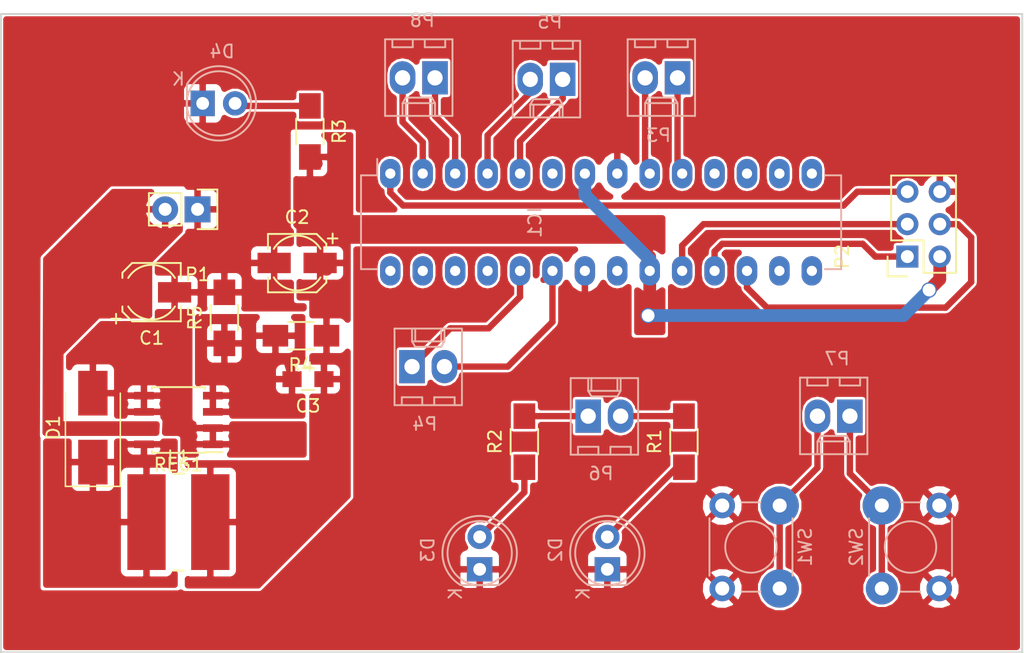
<source format=kicad_pcb>
(kicad_pcb (version 4) (host pcbnew 4.0.5-e0-6337~49~ubuntu16.04.1)

  (general
    (links 54)
    (no_connects 0)
    (area 104.924999 89.924999 185.075001 140.075001)
    (thickness 1.6)
    (drawings 5)
    (tracks 90)
    (zones 0)
    (modules 25)
    (nets 25)
  )

  (page A4)
  (layers
    (0 F.Cu signal)
    (31 B.Cu signal)
    (32 B.Adhes user)
    (33 F.Adhes user)
    (34 B.Paste user)
    (35 F.Paste user)
    (36 B.SilkS user)
    (37 F.SilkS user)
    (38 B.Mask user)
    (39 F.Mask user)
    (40 Dwgs.User user)
    (41 Cmts.User user)
    (42 Eco1.User user)
    (43 Eco2.User user)
    (44 Edge.Cuts user)
    (45 Margin user)
    (46 B.CrtYd user)
    (47 F.CrtYd user)
    (48 B.Fab user)
    (49 F.Fab user)
  )

  (setup
    (last_trace_width 0.5)
    (user_trace_width 0.5)
    (user_trace_width 1)
    (trace_clearance 0.2)
    (zone_clearance 0.2)
    (zone_45_only yes)
    (trace_min 0.2)
    (segment_width 0.2)
    (edge_width 0.15)
    (via_size 1.2)
    (via_drill 1)
    (via_min_size 0.4)
    (via_min_drill 0.3)
    (user_via 1.2 1)
    (uvia_size 0.3)
    (uvia_drill 0.1)
    (uvias_allowed no)
    (uvia_min_size 0.2)
    (uvia_min_drill 0.1)
    (pcb_text_width 0.3)
    (pcb_text_size 1.5 1.5)
    (mod_edge_width 0.15)
    (mod_text_size 1 1)
    (mod_text_width 0.15)
    (pad_size 2.5 2.5)
    (pad_drill 1.1)
    (pad_to_mask_clearance 0.2)
    (aux_axis_origin 0 0)
    (visible_elements 7FFFFFFF)
    (pcbplotparams
      (layerselection 0x01000_00000001)
      (usegerberextensions false)
      (usegerberattributes true)
      (excludeedgelayer true)
      (linewidth 0.100000)
      (plotframeref false)
      (viasonmask false)
      (mode 1)
      (useauxorigin false)
      (hpglpennumber 1)
      (hpglpenspeed 20)
      (hpglpendiameter 15)
      (hpglpenoverlay 2)
      (psnegative false)
      (psa4output false)
      (plotreference true)
      (plotvalue true)
      (plotinvisibletext false)
      (padsonsilk false)
      (subtractmaskfromsilk false)
      (outputformat 1)
      (mirror false)
      (drillshape 0)
      (scaleselection 1)
      (outputdirectory ""))
  )

  (net 0 "")
  (net 1 VCC)
  (net 2 GND)
  (net 3 "Net-(D2-Pad2)")
  (net 4 "Net-(D3-Pad2)")
  (net 5 //RES)
  (net 6 /MOSI)
  (net 7 /MISO)
  (net 8 /SCK)
  (net 9 "Net-(P6-Pad1)")
  (net 10 "Net-(P6-Pad2)")
  (net 11 "Net-(P7-Pad1)")
  (net 12 "Net-(P7-Pad2)")
  (net 13 /PC0)
  (net 14 /PC1)
  (net 15 "Net-(D4-Pad2)")
  (net 16 VDD)
  (net 17 /PD2)
  (net 18 /PD3)
  (net 19 /PB6)
  (net 20 /PB7)
  (net 21 /RX)
  (net 22 /TX)
  (net 23 "Net-(C3-Pad2)")
  (net 24 "Net-(D1-Pad1)")

  (net_class Default "This is the default net class."
    (clearance 0.2)
    (trace_width 0.5)
    (via_dia 1.2)
    (via_drill 1)
    (uvia_dia 0.3)
    (uvia_drill 0.1)
    (add_net //RES)
    (add_net /MISO)
    (add_net /MOSI)
    (add_net /PB6)
    (add_net /PB7)
    (add_net /PC0)
    (add_net /PC1)
    (add_net /PD2)
    (add_net /PD3)
    (add_net /RX)
    (add_net /SCK)
    (add_net /TX)
    (add_net GND)
    (add_net "Net-(C3-Pad2)")
    (add_net "Net-(D1-Pad1)")
    (add_net "Net-(D2-Pad2)")
    (add_net "Net-(D3-Pad2)")
    (add_net "Net-(D4-Pad2)")
    (add_net "Net-(P6-Pad1)")
    (add_net "Net-(P6-Pad2)")
    (add_net "Net-(P7-Pad1)")
    (add_net "Net-(P7-Pad2)")
  )

  (net_class ISP ""
    (clearance 0.2)
    (trace_width 0.5)
    (via_dia 0.6)
    (via_drill 0.4)
    (uvia_dia 0.3)
    (uvia_drill 0.1)
  )

  (net_class PWR ""
    (clearance 0.2)
    (trace_width 1)
    (via_dia 0.6)
    (via_drill 0.4)
    (uvia_dia 0.3)
    (uvia_drill 0.1)
    (add_net VCC)
    (add_net VDD)
  )

  (module LEDs:LED-5MM (layer B.Cu) (tedit 5839E5AE) (tstamp 58381040)
    (at 152.5 133.5 90)
    (descr "LED 5mm round vertical")
    (tags "LED 5mm round vertical")
    (path /58381281)
    (fp_text reference D2 (at 1.524 -4.064 90) (layer B.SilkS)
      (effects (font (size 1 1) (thickness 0.15)) (justify mirror))
    )
    (fp_text value "LED 1" (at -3.5 -0.5 360) (layer B.Fab)
      (effects (font (size 1 1) (thickness 0.15)) (justify mirror))
    )
    (fp_line (start -1.5 1.55) (end -1.5 -1.55) (layer B.CrtYd) (width 0.05))
    (fp_arc (start 1.3 0) (end -1.5 -1.55) (angle 302) (layer B.CrtYd) (width 0.05))
    (fp_arc (start 1.27 0) (end -1.23 1.5) (angle -297.5) (layer B.SilkS) (width 0.15))
    (fp_line (start -1.23 -1.5) (end -1.23 1.5) (layer B.SilkS) (width 0.15))
    (fp_circle (center 1.27 0) (end 0.97 2.5) (layer B.SilkS) (width 0.15))
    (fp_text user K (at -1.905 -1.905 90) (layer B.SilkS)
      (effects (font (size 1 1) (thickness 0.15)) (justify mirror))
    )
    (pad 1 thru_hole rect (at 0 0) (size 2 1.9) (drill 1.00076) (layers *.Cu *.Mask)
      (net 2 GND))
    (pad 2 thru_hole circle (at 2.54 0 90) (size 1.9 1.9) (drill 1.00076) (layers *.Cu *.Mask)
      (net 3 "Net-(D2-Pad2)"))
    (model LEDs.3dshapes/LED-5MM.wrl
      (at (xyz 0.05 0 0))
      (scale (xyz 1 1 1))
      (rotate (xyz 0 0 90))
    )
  )

  (module LEDs:LED-5MM (layer B.Cu) (tedit 5839E5AB) (tstamp 58381046)
    (at 142.5 133.5 90)
    (descr "LED 5mm round vertical")
    (tags "LED 5mm round vertical")
    (path /58381381)
    (fp_text reference D3 (at 1.524 -4.064 90) (layer B.SilkS)
      (effects (font (size 1 1) (thickness 0.15)) (justify mirror))
    )
    (fp_text value "LED 2" (at -3.5 -0.5 360) (layer B.Fab)
      (effects (font (size 1 1) (thickness 0.15)) (justify mirror))
    )
    (fp_line (start -1.5 1.55) (end -1.5 -1.55) (layer B.CrtYd) (width 0.05))
    (fp_arc (start 1.3 0) (end -1.5 -1.55) (angle 302) (layer B.CrtYd) (width 0.05))
    (fp_arc (start 1.27 0) (end -1.23 1.5) (angle -297.5) (layer B.SilkS) (width 0.15))
    (fp_line (start -1.23 -1.5) (end -1.23 1.5) (layer B.SilkS) (width 0.15))
    (fp_circle (center 1.27 0) (end 0.97 2.5) (layer B.SilkS) (width 0.15))
    (fp_text user K (at -1.905 -1.905 90) (layer B.SilkS)
      (effects (font (size 1 1) (thickness 0.15)) (justify mirror))
    )
    (pad 1 thru_hole rect (at 0 0) (size 2 1.9) (drill 1.00076) (layers *.Cu *.Mask)
      (net 2 GND))
    (pad 2 thru_hole circle (at 2.54 0 90) (size 1.9 1.9) (drill 1.00076) (layers *.Cu *.Mask)
      (net 4 "Net-(D3-Pad2)"))
    (model LEDs.3dshapes/LED-5MM.wrl
      (at (xyz 0.05 0 0))
      (scale (xyz 1 1 1))
      (rotate (xyz 0 0 90))
    )
  )

  (module Housings_DIP:DIP-28_W7.62mm_LongPads (layer B.Cu) (tedit 5839E5F1) (tstamp 58381066)
    (at 135.5 102.5 270)
    (descr "28-lead dip package, row spacing 7.62 mm (300 mils), longer pads")
    (tags "dil dip 2.54 300")
    (path /58380B6C)
    (fp_text reference IC1 (at 3.825134 -11.329131 270) (layer B.SilkS)
      (effects (font (size 1 1) (thickness 0.15)) (justify mirror))
    )
    (fp_text value ATMEGA328-P (at -7.674866 0.670869 270) (layer B.Fab)
      (effects (font (size 1 1) (thickness 0.15)) (justify mirror))
    )
    (fp_line (start -1.4 2.45) (end -1.4 -35.5) (layer B.CrtYd) (width 0.05))
    (fp_line (start 9 2.45) (end 9 -35.5) (layer B.CrtYd) (width 0.05))
    (fp_line (start -1.4 2.45) (end 9 2.45) (layer B.CrtYd) (width 0.05))
    (fp_line (start -1.4 -35.5) (end 9 -35.5) (layer B.CrtYd) (width 0.05))
    (fp_line (start 0.135 2.295) (end 0.135 1.025) (layer B.SilkS) (width 0.15))
    (fp_line (start 7.485 2.295) (end 7.485 1.025) (layer B.SilkS) (width 0.15))
    (fp_line (start 7.485 -35.315) (end 7.485 -34.045) (layer B.SilkS) (width 0.15))
    (fp_line (start 0.135 -35.315) (end 0.135 -34.045) (layer B.SilkS) (width 0.15))
    (fp_line (start 0.135 2.295) (end 7.485 2.295) (layer B.SilkS) (width 0.15))
    (fp_line (start 0.135 -35.315) (end 7.485 -35.315) (layer B.SilkS) (width 0.15))
    (fp_line (start 0.135 1.025) (end -1.15 1.025) (layer B.SilkS) (width 0.15))
    (pad 1 thru_hole oval (at 0 0 270) (size 2.3 1.6) (drill 0.8) (layers *.Cu *.Mask)
      (net 5 //RES))
    (pad 2 thru_hole oval (at 0 -2.54 270) (size 2.3 1.6) (drill 0.8) (layers *.Cu *.Mask)
      (net 21 /RX))
    (pad 3 thru_hole oval (at 0 -5.08 270) (size 2.3 1.6) (drill 0.8) (layers *.Cu *.Mask)
      (net 22 /TX))
    (pad 4 thru_hole oval (at 0 -7.62 270) (size 2.3 1.6) (drill 0.8) (layers *.Cu *.Mask)
      (net 17 /PD2))
    (pad 5 thru_hole oval (at 0 -10.16 270) (size 2.3 1.6) (drill 0.8) (layers *.Cu *.Mask)
      (net 18 /PD3))
    (pad 6 thru_hole oval (at 0 -12.7 270) (size 2.3 1.6) (drill 0.8) (layers *.Cu *.Mask))
    (pad 7 thru_hole oval (at 0 -15.24 270) (size 2.3 1.6) (drill 0.8) (layers *.Cu *.Mask)
      (net 16 VDD))
    (pad 8 thru_hole oval (at 0 -17.78 270) (size 2.3 1.6) (drill 0.8) (layers *.Cu *.Mask)
      (net 2 GND))
    (pad 9 thru_hole oval (at 0 -20.32 270) (size 2.3 1.6) (drill 0.8) (layers *.Cu *.Mask)
      (net 19 /PB6))
    (pad 10 thru_hole oval (at 0 -22.86 270) (size 2.3 1.6) (drill 0.8) (layers *.Cu *.Mask)
      (net 20 /PB7))
    (pad 11 thru_hole oval (at 0 -25.4 270) (size 2.3 1.6) (drill 0.8) (layers *.Cu *.Mask))
    (pad 12 thru_hole oval (at 0 -27.94 270) (size 2.3 1.6) (drill 0.8) (layers *.Cu *.Mask))
    (pad 13 thru_hole oval (at 0 -30.48 270) (size 2.3 1.6) (drill 0.8) (layers *.Cu *.Mask))
    (pad 14 thru_hole oval (at 0 -33.02 270) (size 2.3 1.6) (drill 0.8) (layers *.Cu *.Mask))
    (pad 15 thru_hole oval (at 7.62 -33.02 270) (size 2.3 1.6) (drill 0.8) (layers *.Cu *.Mask))
    (pad 16 thru_hole oval (at 7.62 -30.48 270) (size 2.3 1.6) (drill 0.8) (layers *.Cu *.Mask))
    (pad 17 thru_hole oval (at 7.62 -27.94 270) (size 2.3 1.6) (drill 0.8) (layers *.Cu *.Mask)
      (net 6 /MOSI))
    (pad 18 thru_hole oval (at 7.62 -25.4 270) (size 2.3 1.6) (drill 0.8) (layers *.Cu *.Mask)
      (net 7 /MISO))
    (pad 19 thru_hole oval (at 7.62 -22.86 270) (size 2.3 1.6) (drill 0.8) (layers *.Cu *.Mask)
      (net 8 /SCK))
    (pad 20 thru_hole oval (at 7.62 -20.32 270) (size 2.3 1.6) (drill 0.8) (layers *.Cu *.Mask)
      (net 16 VDD))
    (pad 21 thru_hole oval (at 7.62 -17.78 270) (size 2.3 1.6) (drill 0.8) (layers *.Cu *.Mask))
    (pad 22 thru_hole oval (at 7.62 -15.24 270) (size 2.3 1.6) (drill 0.8) (layers *.Cu *.Mask)
      (net 2 GND))
    (pad 23 thru_hole oval (at 7.62 -12.7 270) (size 2.3 1.6) (drill 0.8) (layers *.Cu *.Mask)
      (net 13 /PC0))
    (pad 24 thru_hole oval (at 7.62 -10.16 270) (size 2.3 1.6) (drill 0.8) (layers *.Cu *.Mask)
      (net 14 /PC1))
    (pad 25 thru_hole oval (at 7.62 -7.62 270) (size 2.3 1.6) (drill 0.8) (layers *.Cu *.Mask))
    (pad 26 thru_hole oval (at 7.62 -5.08 270) (size 2.3 1.6) (drill 0.8) (layers *.Cu *.Mask))
    (pad 27 thru_hole oval (at 7.62 -2.54 270) (size 2.3 1.6) (drill 0.8) (layers *.Cu *.Mask))
    (pad 28 thru_hole oval (at 7.62 0 270) (size 2.3 1.6) (drill 0.8) (layers *.Cu *.Mask))
    (model Housings_DIP.3dshapes/DIP-28_W7.62mm_LongPads.wrl
      (at (xyz 0 0 0))
      (scale (xyz 1 1 1))
      (rotate (xyz 0 0 0))
    )
  )

  (module Connectors_Molex:Molex_KK-6410-02_02x2.54mm_Straight (layer B.Cu) (tedit 583AA8C7) (tstamp 5838107C)
    (at 158 95 180)
    (descr "Connector Headers with Friction Lock, 22-27-2021, http://www.molex.com/pdm_docs/sd/022272021_sd.pdf")
    (tags "connector molex kk_6410 22-27-2021")
    (path /58380EA5)
    (fp_text reference P3 (at 1.5 -4.5 360) (layer B.SilkS)
      (effects (font (size 1 1) (thickness 0.15)) (justify mirror))
    )
    (fp_text value PB (at 1.25 5.25 360) (layer B.Fab)
      (effects (font (size 1 1) (thickness 0.15)) (justify mirror))
    )
    (fp_line (start -1.37 3.02) (end -1.37 -2.98) (layer B.SilkS) (width 0.15))
    (fp_line (start -1.37 -2.98) (end 3.91 -2.98) (layer B.SilkS) (width 0.15))
    (fp_line (start 3.91 -2.98) (end 3.91 3.02) (layer B.SilkS) (width 0.15))
    (fp_line (start 3.91 3.02) (end -1.37 3.02) (layer B.SilkS) (width 0.15))
    (fp_line (start 0 -2.98) (end 0 -1.98) (layer B.SilkS) (width 0.15))
    (fp_line (start 0 -1.98) (end 2.54 -1.98) (layer B.SilkS) (width 0.15))
    (fp_line (start 2.54 -1.98) (end 2.54 -2.98) (layer B.SilkS) (width 0.15))
    (fp_line (start 0 -1.98) (end 0.25 -1.55) (layer B.SilkS) (width 0.15))
    (fp_line (start 0.25 -1.55) (end 2.29 -1.55) (layer B.SilkS) (width 0.15))
    (fp_line (start 2.29 -1.55) (end 2.54 -1.98) (layer B.SilkS) (width 0.15))
    (fp_line (start 0.25 -2.98) (end 0.25 -1.98) (layer B.SilkS) (width 0.15))
    (fp_line (start 2.29 -2.98) (end 2.29 -1.98) (layer B.SilkS) (width 0.15))
    (fp_line (start -0.8 3.02) (end -0.8 2.4) (layer B.SilkS) (width 0.15))
    (fp_line (start -0.8 2.4) (end 0.8 2.4) (layer B.SilkS) (width 0.15))
    (fp_line (start 0.8 2.4) (end 0.8 3.02) (layer B.SilkS) (width 0.15))
    (fp_line (start 1.74 3.02) (end 1.74 2.4) (layer B.SilkS) (width 0.15))
    (fp_line (start 1.74 2.4) (end 3.34 2.4) (layer B.SilkS) (width 0.15))
    (fp_line (start 3.34 2.4) (end 3.34 3.02) (layer B.SilkS) (width 0.15))
    (fp_line (start -1.9 -3.5) (end -1.9 3.55) (layer B.CrtYd) (width 0.05))
    (fp_line (start -1.9 3.55) (end 4.45 3.55) (layer B.CrtYd) (width 0.05))
    (fp_line (start 4.45 3.55) (end 4.45 -3.5) (layer B.CrtYd) (width 0.05))
    (fp_line (start 4.45 -3.5) (end -1.9 -3.5) (layer B.CrtYd) (width 0.05))
    (pad 1 thru_hole rect (at 0 0 180) (size 2 2.6) (drill 1.2) (layers *.Cu *.Mask)
      (net 20 /PB7))
    (pad 2 thru_hole oval (at 2.54 0 180) (size 2 2.6) (drill 1.2) (layers *.Cu *.Mask)
      (net 19 /PB6))
  )

  (module Connectors_Molex:Molex_KK-6410-02_02x2.54mm_Straight (layer B.Cu) (tedit 583AA981) (tstamp 58381082)
    (at 137.2 117.62)
    (descr "Connector Headers with Friction Lock, 22-27-2021, http://www.molex.com/pdm_docs/sd/022272021_sd.pdf")
    (tags "connector molex kk_6410 22-27-2021")
    (path /58380F01)
    (fp_text reference P4 (at 1 4.5) (layer B.SilkS)
      (effects (font (size 1 1) (thickness 0.15)) (justify mirror))
    )
    (fp_text value PC (at 1 6) (layer B.Fab)
      (effects (font (size 1 1) (thickness 0.15)) (justify mirror))
    )
    (fp_line (start -1.37 3.02) (end -1.37 -2.98) (layer B.SilkS) (width 0.15))
    (fp_line (start -1.37 -2.98) (end 3.91 -2.98) (layer B.SilkS) (width 0.15))
    (fp_line (start 3.91 -2.98) (end 3.91 3.02) (layer B.SilkS) (width 0.15))
    (fp_line (start 3.91 3.02) (end -1.37 3.02) (layer B.SilkS) (width 0.15))
    (fp_line (start 0 -2.98) (end 0 -1.98) (layer B.SilkS) (width 0.15))
    (fp_line (start 0 -1.98) (end 2.54 -1.98) (layer B.SilkS) (width 0.15))
    (fp_line (start 2.54 -1.98) (end 2.54 -2.98) (layer B.SilkS) (width 0.15))
    (fp_line (start 0 -1.98) (end 0.25 -1.55) (layer B.SilkS) (width 0.15))
    (fp_line (start 0.25 -1.55) (end 2.29 -1.55) (layer B.SilkS) (width 0.15))
    (fp_line (start 2.29 -1.55) (end 2.54 -1.98) (layer B.SilkS) (width 0.15))
    (fp_line (start 0.25 -2.98) (end 0.25 -1.98) (layer B.SilkS) (width 0.15))
    (fp_line (start 2.29 -2.98) (end 2.29 -1.98) (layer B.SilkS) (width 0.15))
    (fp_line (start -0.8 3.02) (end -0.8 2.4) (layer B.SilkS) (width 0.15))
    (fp_line (start -0.8 2.4) (end 0.8 2.4) (layer B.SilkS) (width 0.15))
    (fp_line (start 0.8 2.4) (end 0.8 3.02) (layer B.SilkS) (width 0.15))
    (fp_line (start 1.74 3.02) (end 1.74 2.4) (layer B.SilkS) (width 0.15))
    (fp_line (start 1.74 2.4) (end 3.34 2.4) (layer B.SilkS) (width 0.15))
    (fp_line (start 3.34 2.4) (end 3.34 3.02) (layer B.SilkS) (width 0.15))
    (fp_line (start -1.9 -3.5) (end -1.9 3.55) (layer B.CrtYd) (width 0.05))
    (fp_line (start -1.9 3.55) (end 4.45 3.55) (layer B.CrtYd) (width 0.05))
    (fp_line (start 4.45 3.55) (end 4.45 -3.5) (layer B.CrtYd) (width 0.05))
    (fp_line (start 4.45 -3.5) (end -1.9 -3.5) (layer B.CrtYd) (width 0.05))
    (pad 1 thru_hole rect (at 0 0) (size 2 2.6) (drill 1.2) (layers *.Cu *.Mask)
      (net 14 /PC1))
    (pad 2 thru_hole oval (at 2.54 0) (size 2 2.6) (drill 1.2) (layers *.Cu *.Mask)
      (net 13 /PC0))
  )

  (module Connectors_Molex:Molex_KK-6410-02_02x2.54mm_Straight (layer B.Cu) (tedit 5839E542) (tstamp 58381088)
    (at 149 95.12 180)
    (descr "Connector Headers with Friction Lock, 22-27-2021, http://www.molex.com/pdm_docs/sd/022272021_sd.pdf")
    (tags "connector molex kk_6410 22-27-2021")
    (path /58380F2D)
    (fp_text reference P5 (at 1 4.5 180) (layer B.SilkS)
      (effects (font (size 1 1) (thickness 0.15)) (justify mirror))
    )
    (fp_text value PD (at 1 -5 360) (layer B.Fab)
      (effects (font (size 1 1) (thickness 0.15)) (justify mirror))
    )
    (fp_line (start -1.37 3.02) (end -1.37 -2.98) (layer B.SilkS) (width 0.15))
    (fp_line (start -1.37 -2.98) (end 3.91 -2.98) (layer B.SilkS) (width 0.15))
    (fp_line (start 3.91 -2.98) (end 3.91 3.02) (layer B.SilkS) (width 0.15))
    (fp_line (start 3.91 3.02) (end -1.37 3.02) (layer B.SilkS) (width 0.15))
    (fp_line (start 0 -2.98) (end 0 -1.98) (layer B.SilkS) (width 0.15))
    (fp_line (start 0 -1.98) (end 2.54 -1.98) (layer B.SilkS) (width 0.15))
    (fp_line (start 2.54 -1.98) (end 2.54 -2.98) (layer B.SilkS) (width 0.15))
    (fp_line (start 0 -1.98) (end 0.25 -1.55) (layer B.SilkS) (width 0.15))
    (fp_line (start 0.25 -1.55) (end 2.29 -1.55) (layer B.SilkS) (width 0.15))
    (fp_line (start 2.29 -1.55) (end 2.54 -1.98) (layer B.SilkS) (width 0.15))
    (fp_line (start 0.25 -2.98) (end 0.25 -1.98) (layer B.SilkS) (width 0.15))
    (fp_line (start 2.29 -2.98) (end 2.29 -1.98) (layer B.SilkS) (width 0.15))
    (fp_line (start -0.8 3.02) (end -0.8 2.4) (layer B.SilkS) (width 0.15))
    (fp_line (start -0.8 2.4) (end 0.8 2.4) (layer B.SilkS) (width 0.15))
    (fp_line (start 0.8 2.4) (end 0.8 3.02) (layer B.SilkS) (width 0.15))
    (fp_line (start 1.74 3.02) (end 1.74 2.4) (layer B.SilkS) (width 0.15))
    (fp_line (start 1.74 2.4) (end 3.34 2.4) (layer B.SilkS) (width 0.15))
    (fp_line (start 3.34 2.4) (end 3.34 3.02) (layer B.SilkS) (width 0.15))
    (fp_line (start -1.9 -3.5) (end -1.9 3.55) (layer B.CrtYd) (width 0.05))
    (fp_line (start -1.9 3.55) (end 4.45 3.55) (layer B.CrtYd) (width 0.05))
    (fp_line (start 4.45 3.55) (end 4.45 -3.5) (layer B.CrtYd) (width 0.05))
    (fp_line (start 4.45 -3.5) (end -1.9 -3.5) (layer B.CrtYd) (width 0.05))
    (pad 1 thru_hole rect (at 0 0 180) (size 2 2.6) (drill 1.2) (layers *.Cu *.Mask)
      (net 18 /PD3))
    (pad 2 thru_hole oval (at 2.54 0 180) (size 2 2.6) (drill 1.2) (layers *.Cu *.Mask)
      (net 17 /PD2))
  )

  (module Connectors_Molex:Molex_KK-6410-02_02x2.54mm_Straight (layer B.Cu) (tedit 56C6219C) (tstamp 5838108E)
    (at 151 121.5)
    (descr "Connector Headers with Friction Lock, 22-27-2021, http://www.molex.com/pdm_docs/sd/022272021_sd.pdf")
    (tags "connector molex kk_6410 22-27-2021")
    (path /583811FE)
    (fp_text reference P6 (at 1 4.5) (layer B.SilkS)
      (effects (font (size 1 1) (thickness 0.15)) (justify mirror))
    )
    (fp_text value "LED OUT" (at 1.27 -4.5) (layer B.Fab)
      (effects (font (size 1 1) (thickness 0.15)) (justify mirror))
    )
    (fp_line (start -1.37 3.02) (end -1.37 -2.98) (layer B.SilkS) (width 0.15))
    (fp_line (start -1.37 -2.98) (end 3.91 -2.98) (layer B.SilkS) (width 0.15))
    (fp_line (start 3.91 -2.98) (end 3.91 3.02) (layer B.SilkS) (width 0.15))
    (fp_line (start 3.91 3.02) (end -1.37 3.02) (layer B.SilkS) (width 0.15))
    (fp_line (start 0 -2.98) (end 0 -1.98) (layer B.SilkS) (width 0.15))
    (fp_line (start 0 -1.98) (end 2.54 -1.98) (layer B.SilkS) (width 0.15))
    (fp_line (start 2.54 -1.98) (end 2.54 -2.98) (layer B.SilkS) (width 0.15))
    (fp_line (start 0 -1.98) (end 0.25 -1.55) (layer B.SilkS) (width 0.15))
    (fp_line (start 0.25 -1.55) (end 2.29 -1.55) (layer B.SilkS) (width 0.15))
    (fp_line (start 2.29 -1.55) (end 2.54 -1.98) (layer B.SilkS) (width 0.15))
    (fp_line (start 0.25 -2.98) (end 0.25 -1.98) (layer B.SilkS) (width 0.15))
    (fp_line (start 2.29 -2.98) (end 2.29 -1.98) (layer B.SilkS) (width 0.15))
    (fp_line (start -0.8 3.02) (end -0.8 2.4) (layer B.SilkS) (width 0.15))
    (fp_line (start -0.8 2.4) (end 0.8 2.4) (layer B.SilkS) (width 0.15))
    (fp_line (start 0.8 2.4) (end 0.8 3.02) (layer B.SilkS) (width 0.15))
    (fp_line (start 1.74 3.02) (end 1.74 2.4) (layer B.SilkS) (width 0.15))
    (fp_line (start 1.74 2.4) (end 3.34 2.4) (layer B.SilkS) (width 0.15))
    (fp_line (start 3.34 2.4) (end 3.34 3.02) (layer B.SilkS) (width 0.15))
    (fp_line (start -1.9 -3.5) (end -1.9 3.55) (layer B.CrtYd) (width 0.05))
    (fp_line (start -1.9 3.55) (end 4.45 3.55) (layer B.CrtYd) (width 0.05))
    (fp_line (start 4.45 3.55) (end 4.45 -3.5) (layer B.CrtYd) (width 0.05))
    (fp_line (start 4.45 -3.5) (end -1.9 -3.5) (layer B.CrtYd) (width 0.05))
    (pad 1 thru_hole rect (at 0 0) (size 2 2.6) (drill 1.2) (layers *.Cu *.Mask)
      (net 9 "Net-(P6-Pad1)"))
    (pad 2 thru_hole oval (at 2.54 0) (size 2 2.6) (drill 1.2) (layers *.Cu *.Mask)
      (net 10 "Net-(P6-Pad2)"))
  )

  (module Connectors_Molex:Molex_KK-6410-02_02x2.54mm_Straight (layer B.Cu) (tedit 56C6219C) (tstamp 58381094)
    (at 171.5 121.5 180)
    (descr "Connector Headers with Friction Lock, 22-27-2021, http://www.molex.com/pdm_docs/sd/022272021_sd.pdf")
    (tags "connector molex kk_6410 22-27-2021")
    (path /58381249)
    (fp_text reference P7 (at 1 4.5 180) (layer B.SilkS)
      (effects (font (size 1 1) (thickness 0.15)) (justify mirror))
    )
    (fp_text value "BUTTON OUT" (at 1.27 -4.5 180) (layer B.Fab)
      (effects (font (size 1 1) (thickness 0.15)) (justify mirror))
    )
    (fp_line (start -1.37 3.02) (end -1.37 -2.98) (layer B.SilkS) (width 0.15))
    (fp_line (start -1.37 -2.98) (end 3.91 -2.98) (layer B.SilkS) (width 0.15))
    (fp_line (start 3.91 -2.98) (end 3.91 3.02) (layer B.SilkS) (width 0.15))
    (fp_line (start 3.91 3.02) (end -1.37 3.02) (layer B.SilkS) (width 0.15))
    (fp_line (start 0 -2.98) (end 0 -1.98) (layer B.SilkS) (width 0.15))
    (fp_line (start 0 -1.98) (end 2.54 -1.98) (layer B.SilkS) (width 0.15))
    (fp_line (start 2.54 -1.98) (end 2.54 -2.98) (layer B.SilkS) (width 0.15))
    (fp_line (start 0 -1.98) (end 0.25 -1.55) (layer B.SilkS) (width 0.15))
    (fp_line (start 0.25 -1.55) (end 2.29 -1.55) (layer B.SilkS) (width 0.15))
    (fp_line (start 2.29 -1.55) (end 2.54 -1.98) (layer B.SilkS) (width 0.15))
    (fp_line (start 0.25 -2.98) (end 0.25 -1.98) (layer B.SilkS) (width 0.15))
    (fp_line (start 2.29 -2.98) (end 2.29 -1.98) (layer B.SilkS) (width 0.15))
    (fp_line (start -0.8 3.02) (end -0.8 2.4) (layer B.SilkS) (width 0.15))
    (fp_line (start -0.8 2.4) (end 0.8 2.4) (layer B.SilkS) (width 0.15))
    (fp_line (start 0.8 2.4) (end 0.8 3.02) (layer B.SilkS) (width 0.15))
    (fp_line (start 1.74 3.02) (end 1.74 2.4) (layer B.SilkS) (width 0.15))
    (fp_line (start 1.74 2.4) (end 3.34 2.4) (layer B.SilkS) (width 0.15))
    (fp_line (start 3.34 2.4) (end 3.34 3.02) (layer B.SilkS) (width 0.15))
    (fp_line (start -1.9 -3.5) (end -1.9 3.55) (layer B.CrtYd) (width 0.05))
    (fp_line (start -1.9 3.55) (end 4.45 3.55) (layer B.CrtYd) (width 0.05))
    (fp_line (start 4.45 3.55) (end 4.45 -3.5) (layer B.CrtYd) (width 0.05))
    (fp_line (start 4.45 -3.5) (end -1.9 -3.5) (layer B.CrtYd) (width 0.05))
    (pad 1 thru_hole rect (at 0 0 180) (size 2 2.6) (drill 1.2) (layers *.Cu *.Mask)
      (net 11 "Net-(P7-Pad1)"))
    (pad 2 thru_hole oval (at 2.54 0 180) (size 2 2.6) (drill 1.2) (layers *.Cu *.Mask)
      (net 12 "Net-(P7-Pad2)"))
  )

  (module Buttons_Switches_ThroughHole:SW_PUSH_6mm (layer B.Cu) (tedit 583818FA) (tstamp 583810A8)
    (at 166 135 90)
    (descr https://www.omron.com/ecb/products/pdf/en-b3f.pdf)
    (tags "tact sw push 6mm")
    (path /583815D1)
    (fp_text reference SW1 (at 3.25 2 90) (layer B.SilkS)
      (effects (font (size 1 1) (thickness 0.15)) (justify mirror))
    )
    (fp_text value "PUSH 1" (at 3.75 -6.7 90) (layer B.Fab)
      (effects (font (size 1 1) (thickness 0.15)) (justify mirror))
    )
    (fp_line (start 3.25 0.75) (end 6.25 0.75) (layer B.Fab) (width 0.15))
    (fp_line (start 6.25 0.75) (end 6.25 -5.25) (layer B.Fab) (width 0.15))
    (fp_line (start 6.25 -5.25) (end 0.25 -5.25) (layer B.Fab) (width 0.15))
    (fp_line (start 0.25 -5.25) (end 0.25 0.75) (layer B.Fab) (width 0.15))
    (fp_line (start 0.25 0.75) (end 3.25 0.75) (layer B.Fab) (width 0.15))
    (fp_line (start 7.75 -6) (end 8 -6) (layer B.CrtYd) (width 0.05))
    (fp_line (start 8 -6) (end 8 -5.75) (layer B.CrtYd) (width 0.05))
    (fp_line (start 7.75 1.5) (end 8 1.5) (layer B.CrtYd) (width 0.05))
    (fp_line (start 8 1.5) (end 8 1.25) (layer B.CrtYd) (width 0.05))
    (fp_line (start -1.5 1.25) (end -1.5 1.5) (layer B.CrtYd) (width 0.05))
    (fp_line (start -1.5 1.5) (end -1.25 1.5) (layer B.CrtYd) (width 0.05))
    (fp_line (start -1.5 -5.75) (end -1.5 -6) (layer B.CrtYd) (width 0.05))
    (fp_line (start -1.5 -6) (end -1.25 -6) (layer B.CrtYd) (width 0.05))
    (fp_circle (center 3.25 -2.25) (end 1.25 -2.5) (layer B.SilkS) (width 0.15))
    (fp_line (start -1.25 1.5) (end 7.75 1.5) (layer B.CrtYd) (width 0.05))
    (fp_line (start -1.5 -5.75) (end -1.5 1.25) (layer B.CrtYd) (width 0.05))
    (fp_line (start 7.75 -6) (end -1.25 -6) (layer B.CrtYd) (width 0.05))
    (fp_line (start 8 1.25) (end 8 -5.75) (layer B.CrtYd) (width 0.05))
    (fp_line (start 1 -5.5) (end 5.5 -5.5) (layer B.SilkS) (width 0.15))
    (fp_line (start -0.25 -1.5) (end -0.25 -3) (layer B.SilkS) (width 0.15))
    (fp_line (start 5.5 1) (end 1 1) (layer B.SilkS) (width 0.15))
    (fp_line (start 6.75 -3) (end 6.75 -1.5) (layer B.SilkS) (width 0.15))
    (pad 2 thru_hole circle (at 0 -4.5) (size 2 2) (drill 1.1) (layers *.Cu *.Mask)
      (net 2 GND))
    (pad 1 thru_hole circle (at 0 0) (size 3 3) (drill 1.1) (layers *.Cu *.Mask)
      (net 12 "Net-(P7-Pad2)"))
    (pad 2 thru_hole circle (at 6.5 -4.5) (size 2 2) (drill 1.1) (layers *.Cu *.Mask)
      (net 2 GND))
    (pad 1 thru_hole circle (at 6.5 0) (size 3 3) (drill 1.1) (layers *.Cu *.Mask)
      (net 12 "Net-(P7-Pad2)"))
  )

  (module Buttons_Switches_ThroughHole:SW_PUSH_6mm (layer B.Cu) (tedit 5839DF04) (tstamp 583810B0)
    (at 174 128.5 270)
    (descr https://www.omron.com/ecb/products/pdf/en-b3f.pdf)
    (tags "tact sw push 6mm")
    (path /5838163D)
    (fp_text reference SW2 (at 3.25 2 270) (layer B.SilkS)
      (effects (font (size 1 1) (thickness 0.15)) (justify mirror))
    )
    (fp_text value "PUSH 2" (at 3.75 -6.7 270) (layer B.Fab)
      (effects (font (size 1 1) (thickness 0.15)) (justify mirror))
    )
    (fp_line (start 3.25 0.75) (end 6.25 0.75) (layer B.Fab) (width 0.15))
    (fp_line (start 6.25 0.75) (end 6.25 -5.25) (layer B.Fab) (width 0.15))
    (fp_line (start 6.25 -5.25) (end 0.25 -5.25) (layer B.Fab) (width 0.15))
    (fp_line (start 0.25 -5.25) (end 0.25 0.75) (layer B.Fab) (width 0.15))
    (fp_line (start 0.25 0.75) (end 3.25 0.75) (layer B.Fab) (width 0.15))
    (fp_line (start 7.75 -6) (end 8 -6) (layer B.CrtYd) (width 0.05))
    (fp_line (start 8 -6) (end 8 -5.75) (layer B.CrtYd) (width 0.05))
    (fp_line (start 7.75 1.5) (end 8 1.5) (layer B.CrtYd) (width 0.05))
    (fp_line (start 8 1.5) (end 8 1.25) (layer B.CrtYd) (width 0.05))
    (fp_line (start -1.5 1.25) (end -1.5 1.5) (layer B.CrtYd) (width 0.05))
    (fp_line (start -1.5 1.5) (end -1.25 1.5) (layer B.CrtYd) (width 0.05))
    (fp_line (start -1.5 -5.75) (end -1.5 -6) (layer B.CrtYd) (width 0.05))
    (fp_line (start -1.5 -6) (end -1.25 -6) (layer B.CrtYd) (width 0.05))
    (fp_circle (center 3.25 -2.25) (end 1.25 -2.5) (layer B.SilkS) (width 0.15))
    (fp_line (start -1.25 1.5) (end 7.75 1.5) (layer B.CrtYd) (width 0.05))
    (fp_line (start -1.5 -5.75) (end -1.5 1.25) (layer B.CrtYd) (width 0.05))
    (fp_line (start 7.75 -6) (end -1.25 -6) (layer B.CrtYd) (width 0.05))
    (fp_line (start 8 1.25) (end 8 -5.75) (layer B.CrtYd) (width 0.05))
    (fp_line (start 1 -5.5) (end 5.5 -5.5) (layer B.SilkS) (width 0.15))
    (fp_line (start -0.25 -1.5) (end -0.25 -3) (layer B.SilkS) (width 0.15))
    (fp_line (start 5.5 1) (end 1 1) (layer B.SilkS) (width 0.15))
    (fp_line (start 6.75 -3) (end 6.75 -1.5) (layer B.SilkS) (width 0.15))
    (pad 2 thru_hole circle (at 0 -4.5 180) (size 2 2) (drill 1.1) (layers *.Cu *.Mask)
      (net 2 GND))
    (pad 1 thru_hole circle (at 0 0 180) (size 3 3) (drill 1.1) (layers *.Cu *.Mask)
      (net 11 "Net-(P7-Pad1)"))
    (pad 2 thru_hole circle (at 6.5 -4.5 180) (size 2 2) (drill 1.1) (layers *.Cu *.Mask)
      (net 2 GND))
    (pad 1 thru_hole circle (at 6.5 0 180) (size 2.5 2.5) (drill 1.1) (layers *.Cu *.Mask)
      (net 11 "Net-(P7-Pad1)"))
  )

  (module LEDs:LED-5MM (layer B.Cu) (tedit 5570F7EA) (tstamp 5839E1BB)
    (at 120.8 97)
    (descr "LED 5mm round vertical")
    (tags "LED 5mm round vertical")
    (path /5839F99A)
    (fp_text reference D4 (at 1.524 -4.064) (layer B.SilkS)
      (effects (font (size 1 1) (thickness 0.15)) (justify mirror))
    )
    (fp_text value "PWR LED" (at 1.524 3.937) (layer B.Fab)
      (effects (font (size 1 1) (thickness 0.15)) (justify mirror))
    )
    (fp_line (start -1.5 1.55) (end -1.5 -1.55) (layer B.CrtYd) (width 0.05))
    (fp_arc (start 1.3 0) (end -1.5 -1.55) (angle 302) (layer B.CrtYd) (width 0.05))
    (fp_arc (start 1.27 0) (end -1.23 1.5) (angle -297.5) (layer B.SilkS) (width 0.15))
    (fp_line (start -1.23 -1.5) (end -1.23 1.5) (layer B.SilkS) (width 0.15))
    (fp_circle (center 1.27 0) (end 0.97 2.5) (layer B.SilkS) (width 0.15))
    (fp_text user K (at -1.905 -1.905) (layer B.SilkS)
      (effects (font (size 1 1) (thickness 0.15)) (justify mirror))
    )
    (pad 1 thru_hole rect (at 0 0 270) (size 2 1.9) (drill 1.00076) (layers *.Cu *.Mask)
      (net 2 GND))
    (pad 2 thru_hole circle (at 2.54 0) (size 1.9 1.9) (drill 1.00076) (layers *.Cu *.Mask)
      (net 15 "Net-(D4-Pad2)"))
    (model LEDs.3dshapes/LED-5MM.wrl
      (at (xyz 0.05 0 0))
      (scale (xyz 1 1 1))
      (rotate (xyz 0 0 90))
    )
  )

  (module Resistors_SMD:R_1206_HandSoldering (layer F.Cu) (tedit 58307C0D) (tstamp 584BE0A8)
    (at 158.5 123.5 90)
    (descr "Resistor SMD 1206, hand soldering")
    (tags "resistor 1206")
    (path /583812E0)
    (attr smd)
    (fp_text reference R1 (at 0 -2.3 90) (layer F.SilkS)
      (effects (font (size 1 1) (thickness 0.15)))
    )
    (fp_text value R (at 0 2.3 90) (layer F.Fab)
      (effects (font (size 1 1) (thickness 0.15)))
    )
    (fp_line (start -1.6 0.8) (end -1.6 -0.8) (layer F.Fab) (width 0.1))
    (fp_line (start 1.6 0.8) (end -1.6 0.8) (layer F.Fab) (width 0.1))
    (fp_line (start 1.6 -0.8) (end 1.6 0.8) (layer F.Fab) (width 0.1))
    (fp_line (start -1.6 -0.8) (end 1.6 -0.8) (layer F.Fab) (width 0.1))
    (fp_line (start -3.3 -1.2) (end 3.3 -1.2) (layer F.CrtYd) (width 0.05))
    (fp_line (start -3.3 1.2) (end 3.3 1.2) (layer F.CrtYd) (width 0.05))
    (fp_line (start -3.3 -1.2) (end -3.3 1.2) (layer F.CrtYd) (width 0.05))
    (fp_line (start 3.3 -1.2) (end 3.3 1.2) (layer F.CrtYd) (width 0.05))
    (fp_line (start 1 1.075) (end -1 1.075) (layer F.SilkS) (width 0.15))
    (fp_line (start -1 -1.075) (end 1 -1.075) (layer F.SilkS) (width 0.15))
    (pad 1 smd rect (at -2 0 90) (size 2 1.7) (layers F.Cu F.Paste F.Mask)
      (net 3 "Net-(D2-Pad2)"))
    (pad 2 smd rect (at 2 0 90) (size 2 1.7) (layers F.Cu F.Paste F.Mask)
      (net 10 "Net-(P6-Pad2)"))
    (model Resistors_SMD.3dshapes/R_1206_HandSoldering.wrl
      (at (xyz 0 0 0))
      (scale (xyz 1 1 1))
      (rotate (xyz 0 0 0))
    )
  )

  (module Resistors_SMD:R_1206_HandSoldering (layer F.Cu) (tedit 58307C0D) (tstamp 584BE0AD)
    (at 146 123.5 90)
    (descr "Resistor SMD 1206, hand soldering")
    (tags "resistor 1206")
    (path /58381387)
    (attr smd)
    (fp_text reference R2 (at 0 -2.3 90) (layer F.SilkS)
      (effects (font (size 1 1) (thickness 0.15)))
    )
    (fp_text value R (at 0 2.3 90) (layer F.Fab)
      (effects (font (size 1 1) (thickness 0.15)))
    )
    (fp_line (start -1.6 0.8) (end -1.6 -0.8) (layer F.Fab) (width 0.1))
    (fp_line (start 1.6 0.8) (end -1.6 0.8) (layer F.Fab) (width 0.1))
    (fp_line (start 1.6 -0.8) (end 1.6 0.8) (layer F.Fab) (width 0.1))
    (fp_line (start -1.6 -0.8) (end 1.6 -0.8) (layer F.Fab) (width 0.1))
    (fp_line (start -3.3 -1.2) (end 3.3 -1.2) (layer F.CrtYd) (width 0.05))
    (fp_line (start -3.3 1.2) (end 3.3 1.2) (layer F.CrtYd) (width 0.05))
    (fp_line (start -3.3 -1.2) (end -3.3 1.2) (layer F.CrtYd) (width 0.05))
    (fp_line (start 3.3 -1.2) (end 3.3 1.2) (layer F.CrtYd) (width 0.05))
    (fp_line (start 1 1.075) (end -1 1.075) (layer F.SilkS) (width 0.15))
    (fp_line (start -1 -1.075) (end 1 -1.075) (layer F.SilkS) (width 0.15))
    (pad 1 smd rect (at -2 0 90) (size 2 1.7) (layers F.Cu F.Paste F.Mask)
      (net 4 "Net-(D3-Pad2)"))
    (pad 2 smd rect (at 2 0 90) (size 2 1.7) (layers F.Cu F.Paste F.Mask)
      (net 9 "Net-(P6-Pad1)"))
    (model Resistors_SMD.3dshapes/R_1206_HandSoldering.wrl
      (at (xyz 0 0 0))
      (scale (xyz 1 1 1))
      (rotate (xyz 0 0 0))
    )
  )

  (module Resistors_SMD:R_1206_HandSoldering (layer F.Cu) (tedit 58307C0D) (tstamp 584BE0B2)
    (at 129.2 99.2 270)
    (descr "Resistor SMD 1206, hand soldering")
    (tags "resistor 1206")
    (path /5839F927)
    (attr smd)
    (fp_text reference R3 (at 0 -2.3 270) (layer F.SilkS)
      (effects (font (size 1 1) (thickness 0.15)))
    )
    (fp_text value R (at 0 2.3 270) (layer F.Fab)
      (effects (font (size 1 1) (thickness 0.15)))
    )
    (fp_line (start -1.6 0.8) (end -1.6 -0.8) (layer F.Fab) (width 0.1))
    (fp_line (start 1.6 0.8) (end -1.6 0.8) (layer F.Fab) (width 0.1))
    (fp_line (start 1.6 -0.8) (end 1.6 0.8) (layer F.Fab) (width 0.1))
    (fp_line (start -1.6 -0.8) (end 1.6 -0.8) (layer F.Fab) (width 0.1))
    (fp_line (start -3.3 -1.2) (end 3.3 -1.2) (layer F.CrtYd) (width 0.05))
    (fp_line (start -3.3 1.2) (end 3.3 1.2) (layer F.CrtYd) (width 0.05))
    (fp_line (start -3.3 -1.2) (end -3.3 1.2) (layer F.CrtYd) (width 0.05))
    (fp_line (start 3.3 -1.2) (end 3.3 1.2) (layer F.CrtYd) (width 0.05))
    (fp_line (start 1 1.075) (end -1 1.075) (layer F.SilkS) (width 0.15))
    (fp_line (start -1 -1.075) (end 1 -1.075) (layer F.SilkS) (width 0.15))
    (pad 1 smd rect (at -2 0 270) (size 2 1.7) (layers F.Cu F.Paste F.Mask)
      (net 15 "Net-(D4-Pad2)"))
    (pad 2 smd rect (at 2 0 270) (size 2 1.7) (layers F.Cu F.Paste F.Mask)
      (net 16 VDD))
    (model Resistors_SMD.3dshapes/R_1206_HandSoldering.wrl
      (at (xyz 0 0 0))
      (scale (xyz 1 1 1))
      (rotate (xyz 0 0 0))
    )
  )

  (module Choke_SMD:Choke_SMD_Wuerth-WE-PD2-Typ-L (layer F.Cu) (tedit 0) (tstamp 58721EBF)
    (at 118.9 129.8)
    (descr "Choke, Drossel, WE-PD2, Typ L, Wuerth, SMD,")
    (tags "Choke, Drossel, WE-PD2, Typ L, Wuerth, SMD,")
    (path /587645F1)
    (attr smd)
    (fp_text reference L1 (at 0 -5.08) (layer F.SilkS)
      (effects (font (size 1 1) (thickness 0.15)))
    )
    (fp_text value 100uH (at 0 6.35) (layer F.Fab)
      (effects (font (size 1 1) (thickness 0.15)))
    )
    (fp_line (start -0.39878 3.79984) (end 0.39878 3.79984) (layer F.SilkS) (width 0.15))
    (fp_line (start -0.39878 -3.79984) (end 0.44958 -3.79984) (layer F.SilkS) (width 0.15))
    (pad 1 smd rect (at -2.49936 0) (size 2.99974 7.50062) (layers F.Cu F.Paste F.Mask)
      (net 24 "Net-(D1-Pad1)"))
    (pad 2 smd rect (at 2.49936 0) (size 2.99974 7.50062) (layers F.Cu F.Paste F.Mask)
      (net 16 VDD))
  )

  (module Socket_Strips:Socket_Strip_Straight_1x02 (layer F.Cu) (tedit 54E9F75E) (tstamp 58721EC0)
    (at 120.4 105.3 180)
    (descr "Through hole socket strip")
    (tags "socket strip")
    (path /5849BA27)
    (fp_text reference P1 (at 0 -5.1 180) (layer F.SilkS)
      (effects (font (size 1 1) (thickness 0.15)))
    )
    (fp_text value CONN_01X02 (at 0 -3.1 180) (layer F.Fab)
      (effects (font (size 1 1) (thickness 0.15)))
    )
    (fp_line (start -1.55 1.55) (end 0 1.55) (layer F.SilkS) (width 0.15))
    (fp_line (start 3.81 1.27) (end 1.27 1.27) (layer F.SilkS) (width 0.15))
    (fp_line (start -1.75 -1.75) (end -1.75 1.75) (layer F.CrtYd) (width 0.05))
    (fp_line (start 4.3 -1.75) (end 4.3 1.75) (layer F.CrtYd) (width 0.05))
    (fp_line (start -1.75 -1.75) (end 4.3 -1.75) (layer F.CrtYd) (width 0.05))
    (fp_line (start -1.75 1.75) (end 4.3 1.75) (layer F.CrtYd) (width 0.05))
    (fp_line (start 1.27 1.27) (end 1.27 -1.27) (layer F.SilkS) (width 0.15))
    (fp_line (start 0 -1.55) (end -1.55 -1.55) (layer F.SilkS) (width 0.15))
    (fp_line (start -1.55 -1.55) (end -1.55 1.55) (layer F.SilkS) (width 0.15))
    (fp_line (start 1.27 -1.27) (end 3.81 -1.27) (layer F.SilkS) (width 0.15))
    (fp_line (start 3.81 -1.27) (end 3.81 1.27) (layer F.SilkS) (width 0.15))
    (pad 1 thru_hole rect (at 0 0 180) (size 2.032 2.032) (drill 1.016) (layers *.Cu *.Mask)
      (net 2 GND))
    (pad 2 thru_hole oval (at 2.54 0 180) (size 2.032 2.032) (drill 1.016) (layers *.Cu *.Mask)
      (net 1 VCC))
    (model Socket_Strips.3dshapes/Socket_Strip_Straight_1x02.wrl
      (at (xyz 0.05 0 0))
      (scale (xyz 1 1 1))
      (rotate (xyz 0 0 180))
    )
  )

  (module Socket_Strips:Socket_Strip_Straight_2x03 (layer F.Cu) (tedit 54E9F9C7) (tstamp 58721EC5)
    (at 176 109 90)
    (descr "Through hole socket strip")
    (tags "socket strip")
    (path /58380BA8)
    (fp_text reference P2 (at 0 -5.1 90) (layer F.SilkS)
      (effects (font (size 1 1) (thickness 0.15)))
    )
    (fp_text value ISP (at 0 -3.1 90) (layer F.Fab)
      (effects (font (size 1 1) (thickness 0.15)))
    )
    (fp_line (start 6.35 -1.27) (end 1.27 -1.27) (layer F.SilkS) (width 0.15))
    (fp_line (start -1.55 -1.55) (end 0 -1.55) (layer F.SilkS) (width 0.15))
    (fp_line (start -1.75 -1.75) (end -1.75 4.3) (layer F.CrtYd) (width 0.05))
    (fp_line (start 6.85 -1.75) (end 6.85 4.3) (layer F.CrtYd) (width 0.05))
    (fp_line (start -1.75 -1.75) (end 6.85 -1.75) (layer F.CrtYd) (width 0.05))
    (fp_line (start -1.75 4.3) (end 6.85 4.3) (layer F.CrtYd) (width 0.05))
    (fp_line (start -1.27 1.27) (end 1.27 1.27) (layer F.SilkS) (width 0.15))
    (fp_line (start 1.27 1.27) (end 1.27 -1.27) (layer F.SilkS) (width 0.15))
    (fp_line (start 6.35 -1.27) (end 6.35 3.81) (layer F.SilkS) (width 0.15))
    (fp_line (start 6.35 3.81) (end 1.27 3.81) (layer F.SilkS) (width 0.15))
    (fp_line (start -1.55 -1.55) (end -1.55 0) (layer F.SilkS) (width 0.15))
    (fp_line (start -1.27 3.81) (end -1.27 1.27) (layer F.SilkS) (width 0.15))
    (fp_line (start 1.27 3.81) (end -1.27 3.81) (layer F.SilkS) (width 0.15))
    (pad 1 thru_hole rect (at 0 0 90) (size 1.7272 1.7272) (drill 1.016) (layers *.Cu *.Mask)
      (net 7 /MISO))
    (pad 2 thru_hole oval (at 0 2.54 90) (size 1.7272 1.7272) (drill 1.016) (layers *.Cu *.Mask)
      (net 16 VDD))
    (pad 3 thru_hole oval (at 2.54 0 90) (size 1.7272 1.7272) (drill 1.016) (layers *.Cu *.Mask)
      (net 8 /SCK))
    (pad 4 thru_hole oval (at 2.54 2.54 90) (size 1.7272 1.7272) (drill 1.016) (layers *.Cu *.Mask)
      (net 6 /MOSI))
    (pad 5 thru_hole oval (at 5.08 0 90) (size 1.7272 1.7272) (drill 1.016) (layers *.Cu *.Mask)
      (net 5 //RES))
    (pad 6 thru_hole oval (at 5.08 2.54 90) (size 1.7272 1.7272) (drill 1.016) (layers *.Cu *.Mask)
      (net 2 GND))
    (model Socket_Strips.3dshapes/Socket_Strip_Straight_2x03.wrl
      (at (xyz 0.1 -0.05 0))
      (scale (xyz 1 1 1))
      (rotate (xyz 0 0 180))
    )
  )

  (module Resistors_SMD:R_1206_HandSoldering (layer F.Cu) (tedit 58307C0D) (tstamp 58721ED3)
    (at 128.5 115.2 180)
    (descr "Resistor SMD 1206, hand soldering")
    (tags "resistor 1206")
    (path /58765AAE)
    (attr smd)
    (fp_text reference R4 (at 0 -2.3 180) (layer F.SilkS)
      (effects (font (size 1 1) (thickness 0.15)))
    )
    (fp_text value 3k (at 0 2.3 180) (layer F.Fab)
      (effects (font (size 1 1) (thickness 0.15)))
    )
    (fp_line (start -1.6 0.8) (end -1.6 -0.8) (layer F.Fab) (width 0.1))
    (fp_line (start 1.6 0.8) (end -1.6 0.8) (layer F.Fab) (width 0.1))
    (fp_line (start 1.6 -0.8) (end 1.6 0.8) (layer F.Fab) (width 0.1))
    (fp_line (start -1.6 -0.8) (end 1.6 -0.8) (layer F.Fab) (width 0.1))
    (fp_line (start -3.3 -1.2) (end 3.3 -1.2) (layer F.CrtYd) (width 0.05))
    (fp_line (start -3.3 1.2) (end 3.3 1.2) (layer F.CrtYd) (width 0.05))
    (fp_line (start -3.3 -1.2) (end -3.3 1.2) (layer F.CrtYd) (width 0.05))
    (fp_line (start 3.3 -1.2) (end 3.3 1.2) (layer F.CrtYd) (width 0.05))
    (fp_line (start 1 1.075) (end -1 1.075) (layer F.SilkS) (width 0.15))
    (fp_line (start -1 -1.075) (end 1 -1.075) (layer F.SilkS) (width 0.15))
    (pad 1 smd rect (at -2 0 180) (size 2 1.7) (layers F.Cu F.Paste F.Mask)
      (net 16 VDD))
    (pad 2 smd rect (at 2 0 180) (size 2 1.7) (layers F.Cu F.Paste F.Mask)
      (net 23 "Net-(C3-Pad2)"))
    (model Resistors_SMD.3dshapes/R_1206_HandSoldering.wrl
      (at (xyz 0 0 0))
      (scale (xyz 1 1 1))
      (rotate (xyz 0 0 0))
    )
  )

  (module Resistors_SMD:R_1206_HandSoldering (layer F.Cu) (tedit 58307C0D) (tstamp 58721ED9)
    (at 122.5 113.8 90)
    (descr "Resistor SMD 1206, hand soldering")
    (tags "resistor 1206")
    (path /58765B13)
    (attr smd)
    (fp_text reference R5 (at 0 -2.3 90) (layer F.SilkS)
      (effects (font (size 1 1) (thickness 0.15)))
    )
    (fp_text value 1k (at 0 2.3 90) (layer F.Fab)
      (effects (font (size 1 1) (thickness 0.15)))
    )
    (fp_line (start -1.6 0.8) (end -1.6 -0.8) (layer F.Fab) (width 0.1))
    (fp_line (start 1.6 0.8) (end -1.6 0.8) (layer F.Fab) (width 0.1))
    (fp_line (start 1.6 -0.8) (end 1.6 0.8) (layer F.Fab) (width 0.1))
    (fp_line (start -1.6 -0.8) (end 1.6 -0.8) (layer F.Fab) (width 0.1))
    (fp_line (start -3.3 -1.2) (end 3.3 -1.2) (layer F.CrtYd) (width 0.05))
    (fp_line (start -3.3 1.2) (end 3.3 1.2) (layer F.CrtYd) (width 0.05))
    (fp_line (start -3.3 -1.2) (end -3.3 1.2) (layer F.CrtYd) (width 0.05))
    (fp_line (start 3.3 -1.2) (end 3.3 1.2) (layer F.CrtYd) (width 0.05))
    (fp_line (start 1 1.075) (end -1 1.075) (layer F.SilkS) (width 0.15))
    (fp_line (start -1 -1.075) (end 1 -1.075) (layer F.SilkS) (width 0.15))
    (pad 1 smd rect (at -2 0 90) (size 2 1.7) (layers F.Cu F.Paste F.Mask)
      (net 23 "Net-(C3-Pad2)"))
    (pad 2 smd rect (at 2 0 90) (size 2 1.7) (layers F.Cu F.Paste F.Mask)
      (net 2 GND))
    (model Resistors_SMD.3dshapes/R_1206_HandSoldering.wrl
      (at (xyz 0 0 0))
      (scale (xyz 1 1 1))
      (rotate (xyz 0 0 0))
    )
  )

  (module Capacitors_SMD:c_elec_4x4.5 (layer F.Cu) (tedit 57FA4379) (tstamp 58723BAD)
    (at 128.2 109.5 180)
    (descr "SMT capacitor, aluminium electrolytic, 4x4.5")
    (path /58765465)
    (attr smd)
    (fp_text reference C2 (at 0 3.5814 360) (layer F.SilkS)
      (effects (font (size 1 1) (thickness 0.15)))
    )
    (fp_text value 220uF (at 0 -3.4544 360) (layer F.Fab)
      (effects (font (size 1 1) (thickness 0.15)))
    )
    (fp_text user + (at -1.2446 -0.0762 180) (layer F.Fab)
      (effects (font (size 1 1) (thickness 0.15)))
    )
    (fp_line (start 2.1336 2.1209) (end 2.1336 -2.1463) (layer F.Fab) (width 0.15))
    (fp_line (start -1.4605 2.1209) (end 2.1336 2.1209) (layer F.Fab) (width 0.15))
    (fp_line (start -2.1336 1.4478) (end -1.4605 2.1209) (layer F.Fab) (width 0.15))
    (fp_line (start -2.1336 -1.4732) (end -2.1336 1.4478) (layer F.Fab) (width 0.15))
    (fp_line (start -1.4605 -2.1463) (end -2.1336 -1.4732) (layer F.Fab) (width 0.15))
    (fp_line (start 2.1336 -2.1463) (end -1.4605 -2.1463) (layer F.Fab) (width 0.15))
    (fp_line (start 2.286 -2.2987) (end 2.286 -1.1303) (layer F.SilkS) (width 0.15))
    (fp_line (start 2.286 2.2733) (end 2.286 1.1049) (layer F.SilkS) (width 0.15))
    (fp_line (start -2.286 1.5113) (end -2.286 1.1049) (layer F.SilkS) (width 0.15))
    (fp_line (start -2.286 -1.5367) (end -2.286 -1.1303) (layer F.SilkS) (width 0.15))
    (fp_text user + (at -2.7813 1.9939 360) (layer F.SilkS)
      (effects (font (size 1 1) (thickness 0.15)))
    )
    (fp_arc (start 0 0) (end -1.8288 -1.1303) (angle 116.6) (layer F.SilkS) (width 0.15))
    (fp_arc (start 0 0) (end 1.8288 1.1049) (angle 117.7) (layer F.SilkS) (width 0.15))
    (fp_line (start 3.35 -2.6627) (end -3.35 -2.6627) (layer F.CrtYd) (width 0.05))
    (fp_line (start -3.35 2.6373) (end 3.35 2.6373) (layer F.CrtYd) (width 0.05))
    (fp_line (start 3.35 2.6373) (end 3.35 -2.6627) (layer F.CrtYd) (width 0.05))
    (fp_line (start -3.35 -2.6627) (end -3.35 2.6373) (layer F.CrtYd) (width 0.05))
    (fp_line (start -1.524 -2.2987) (end 2.286 -2.2987) (layer F.SilkS) (width 0.15))
    (fp_line (start -1.524 -2.2987) (end -2.286 -1.5367) (layer F.SilkS) (width 0.15))
    (fp_line (start -1.524 2.2733) (end 2.286 2.2733) (layer F.SilkS) (width 0.15))
    (fp_line (start -1.524 2.2733) (end -2.286 1.5113) (layer F.SilkS) (width 0.15))
    (pad 1 smd rect (at -1.8 0) (size 2.6 1.6) (layers F.Cu F.Paste F.Mask)
      (net 16 VDD))
    (pad 2 smd rect (at 1.8 0) (size 2.6 1.6) (layers F.Cu F.Paste F.Mask)
      (net 2 GND))
    (model Capacitors_SMD.3dshapes/c_elec_4x4.5.wrl
      (at (xyz 0 0 0))
      (scale (xyz 1 1 1))
      (rotate (xyz 0 0 180))
    )
  )

  (module Connectors_Molex:Molex_KK-6410-02_02x2.54mm_Straight (layer B.Cu) (tedit 56C6219C) (tstamp 587536E8)
    (at 139 95 180)
    (descr "Connector Headers with Friction Lock, 22-27-2021, http://www.molex.com/pdm_docs/sd/022272021_sd.pdf")
    (tags "connector molex kk_6410 22-27-2021")
    (path /58754452)
    (fp_text reference P8 (at 1 4.5 180) (layer B.SilkS)
      (effects (font (size 1 1) (thickness 0.15)) (justify mirror))
    )
    (fp_text value CONN_01X02 (at 1.27 -4.5 180) (layer B.Fab)
      (effects (font (size 1 1) (thickness 0.15)) (justify mirror))
    )
    (fp_line (start -1.37 3.02) (end -1.37 -2.98) (layer B.SilkS) (width 0.15))
    (fp_line (start -1.37 -2.98) (end 3.91 -2.98) (layer B.SilkS) (width 0.15))
    (fp_line (start 3.91 -2.98) (end 3.91 3.02) (layer B.SilkS) (width 0.15))
    (fp_line (start 3.91 3.02) (end -1.37 3.02) (layer B.SilkS) (width 0.15))
    (fp_line (start 0 -2.98) (end 0 -1.98) (layer B.SilkS) (width 0.15))
    (fp_line (start 0 -1.98) (end 2.54 -1.98) (layer B.SilkS) (width 0.15))
    (fp_line (start 2.54 -1.98) (end 2.54 -2.98) (layer B.SilkS) (width 0.15))
    (fp_line (start 0 -1.98) (end 0.25 -1.55) (layer B.SilkS) (width 0.15))
    (fp_line (start 0.25 -1.55) (end 2.29 -1.55) (layer B.SilkS) (width 0.15))
    (fp_line (start 2.29 -1.55) (end 2.54 -1.98) (layer B.SilkS) (width 0.15))
    (fp_line (start 0.25 -2.98) (end 0.25 -1.98) (layer B.SilkS) (width 0.15))
    (fp_line (start 2.29 -2.98) (end 2.29 -1.98) (layer B.SilkS) (width 0.15))
    (fp_line (start -0.8 3.02) (end -0.8 2.4) (layer B.SilkS) (width 0.15))
    (fp_line (start -0.8 2.4) (end 0.8 2.4) (layer B.SilkS) (width 0.15))
    (fp_line (start 0.8 2.4) (end 0.8 3.02) (layer B.SilkS) (width 0.15))
    (fp_line (start 1.74 3.02) (end 1.74 2.4) (layer B.SilkS) (width 0.15))
    (fp_line (start 1.74 2.4) (end 3.34 2.4) (layer B.SilkS) (width 0.15))
    (fp_line (start 3.34 2.4) (end 3.34 3.02) (layer B.SilkS) (width 0.15))
    (fp_line (start -1.9 -3.5) (end -1.9 3.55) (layer B.CrtYd) (width 0.05))
    (fp_line (start -1.9 3.55) (end 4.45 3.55) (layer B.CrtYd) (width 0.05))
    (fp_line (start 4.45 3.55) (end 4.45 -3.5) (layer B.CrtYd) (width 0.05))
    (fp_line (start 4.45 -3.5) (end -1.9 -3.5) (layer B.CrtYd) (width 0.05))
    (pad 1 thru_hole rect (at 0 0 180) (size 2 2.6) (drill 1.2) (layers *.Cu *.Mask)
      (net 22 /TX))
    (pad 2 thru_hole oval (at 2.54 0 180) (size 2 2.6) (drill 1.2) (layers *.Cu *.Mask)
      (net 21 /RX))
  )

  (module Capacitors_SMD:c_elec_4x4.5 (layer F.Cu) (tedit 57FA4379) (tstamp 5876381C)
    (at 116.8 111.8)
    (descr "SMT capacitor, aluminium electrolytic, 4x4.5")
    (path /58763C4C)
    (attr smd)
    (fp_text reference C1 (at 0 3.5814 180) (layer F.SilkS)
      (effects (font (size 1 1) (thickness 0.15)))
    )
    (fp_text value 68uF (at 0 -3.4544 180) (layer F.Fab)
      (effects (font (size 1 1) (thickness 0.15)))
    )
    (fp_text user + (at -1.2446 -0.0762) (layer F.Fab)
      (effects (font (size 1 1) (thickness 0.15)))
    )
    (fp_line (start 2.1336 2.1209) (end 2.1336 -2.1463) (layer F.Fab) (width 0.15))
    (fp_line (start -1.4605 2.1209) (end 2.1336 2.1209) (layer F.Fab) (width 0.15))
    (fp_line (start -2.1336 1.4478) (end -1.4605 2.1209) (layer F.Fab) (width 0.15))
    (fp_line (start -2.1336 -1.4732) (end -2.1336 1.4478) (layer F.Fab) (width 0.15))
    (fp_line (start -1.4605 -2.1463) (end -2.1336 -1.4732) (layer F.Fab) (width 0.15))
    (fp_line (start 2.1336 -2.1463) (end -1.4605 -2.1463) (layer F.Fab) (width 0.15))
    (fp_line (start 2.286 -2.2987) (end 2.286 -1.1303) (layer F.SilkS) (width 0.15))
    (fp_line (start 2.286 2.2733) (end 2.286 1.1049) (layer F.SilkS) (width 0.15))
    (fp_line (start -2.286 1.5113) (end -2.286 1.1049) (layer F.SilkS) (width 0.15))
    (fp_line (start -2.286 -1.5367) (end -2.286 -1.1303) (layer F.SilkS) (width 0.15))
    (fp_text user + (at -2.7813 1.9939 180) (layer F.SilkS)
      (effects (font (size 1 1) (thickness 0.15)))
    )
    (fp_arc (start 0 0) (end -1.8288 -1.1303) (angle 116.6) (layer F.SilkS) (width 0.15))
    (fp_arc (start 0 0) (end 1.8288 1.1049) (angle 117.7) (layer F.SilkS) (width 0.15))
    (fp_line (start 3.35 -2.6627) (end -3.35 -2.6627) (layer F.CrtYd) (width 0.05))
    (fp_line (start -3.35 2.6373) (end 3.35 2.6373) (layer F.CrtYd) (width 0.05))
    (fp_line (start 3.35 2.6373) (end 3.35 -2.6627) (layer F.CrtYd) (width 0.05))
    (fp_line (start -3.35 -2.6627) (end -3.35 2.6373) (layer F.CrtYd) (width 0.05))
    (fp_line (start -1.524 -2.2987) (end 2.286 -2.2987) (layer F.SilkS) (width 0.15))
    (fp_line (start -1.524 -2.2987) (end -2.286 -1.5367) (layer F.SilkS) (width 0.15))
    (fp_line (start -1.524 2.2733) (end 2.286 2.2733) (layer F.SilkS) (width 0.15))
    (fp_line (start -1.524 2.2733) (end -2.286 1.5113) (layer F.SilkS) (width 0.15))
    (pad 1 smd rect (at -1.8 0 180) (size 2.6 1.6) (layers F.Cu F.Paste F.Mask)
      (net 1 VCC))
    (pad 2 smd rect (at 1.8 0 180) (size 2.6 1.6) (layers F.Cu F.Paste F.Mask)
      (net 2 GND))
    (model Capacitors_SMD.3dshapes/c_elec_4x4.5.wrl
      (at (xyz 0 0 0))
      (scale (xyz 1 1 1))
      (rotate (xyz 0 0 180))
    )
  )

  (module Capacitors_SMD:C_0805_HandSoldering (layer F.Cu) (tedit 541A9B8D) (tstamp 58763821)
    (at 129.05 118.6 180)
    (descr "Capacitor SMD 0805, hand soldering")
    (tags "capacitor 0805")
    (path /58765A5F)
    (attr smd)
    (fp_text reference C3 (at 0 -2.1 180) (layer F.SilkS)
      (effects (font (size 1 1) (thickness 0.15)))
    )
    (fp_text value 3nF (at 0 2.1 180) (layer F.Fab)
      (effects (font (size 1 1) (thickness 0.15)))
    )
    (fp_line (start -1 0.625) (end -1 -0.625) (layer F.Fab) (width 0.15))
    (fp_line (start 1 0.625) (end -1 0.625) (layer F.Fab) (width 0.15))
    (fp_line (start 1 -0.625) (end 1 0.625) (layer F.Fab) (width 0.15))
    (fp_line (start -1 -0.625) (end 1 -0.625) (layer F.Fab) (width 0.15))
    (fp_line (start -2.3 -1) (end 2.3 -1) (layer F.CrtYd) (width 0.05))
    (fp_line (start -2.3 1) (end 2.3 1) (layer F.CrtYd) (width 0.05))
    (fp_line (start -2.3 -1) (end -2.3 1) (layer F.CrtYd) (width 0.05))
    (fp_line (start 2.3 -1) (end 2.3 1) (layer F.CrtYd) (width 0.05))
    (fp_line (start 0.5 -0.85) (end -0.5 -0.85) (layer F.SilkS) (width 0.15))
    (fp_line (start -0.5 0.85) (end 0.5 0.85) (layer F.SilkS) (width 0.15))
    (pad 1 smd rect (at -1.25 0 180) (size 1.5 1.25) (layers F.Cu F.Paste F.Mask)
      (net 16 VDD))
    (pad 2 smd rect (at 1.25 0 180) (size 1.5 1.25) (layers F.Cu F.Paste F.Mask)
      (net 23 "Net-(C3-Pad2)"))
    (model Capacitors_SMD.3dshapes/C_0805_HandSoldering.wrl
      (at (xyz 0 0 0))
      (scale (xyz 1 1 1))
      (rotate (xyz 0 0 0))
    )
  )

  (module Housings_SOIC:SOIC-8_3.9x4.9mm_Pitch1.27mm (layer F.Cu) (tedit 54130A77) (tstamp 5876382C)
    (at 118.9 121.8 180)
    (descr "8-Lead Plastic Small Outline (SN) - Narrow, 3.90 mm Body [SOIC] (see Microchip Packaging Specification 00000049BS.pdf)")
    (tags "SOIC 1.27")
    (path /58763582)
    (attr smd)
    (fp_text reference REG1 (at 0 -3.5 180) (layer F.SilkS)
      (effects (font (size 1 1) (thickness 0.15)))
    )
    (fp_text value LM2594 (at 0 3.5 180) (layer F.Fab)
      (effects (font (size 1 1) (thickness 0.15)))
    )
    (fp_line (start -0.95 -2.45) (end 1.95 -2.45) (layer F.Fab) (width 0.15))
    (fp_line (start 1.95 -2.45) (end 1.95 2.45) (layer F.Fab) (width 0.15))
    (fp_line (start 1.95 2.45) (end -1.95 2.45) (layer F.Fab) (width 0.15))
    (fp_line (start -1.95 2.45) (end -1.95 -1.45) (layer F.Fab) (width 0.15))
    (fp_line (start -1.95 -1.45) (end -0.95 -2.45) (layer F.Fab) (width 0.15))
    (fp_line (start -3.75 -2.75) (end -3.75 2.75) (layer F.CrtYd) (width 0.05))
    (fp_line (start 3.75 -2.75) (end 3.75 2.75) (layer F.CrtYd) (width 0.05))
    (fp_line (start -3.75 -2.75) (end 3.75 -2.75) (layer F.CrtYd) (width 0.05))
    (fp_line (start -3.75 2.75) (end 3.75 2.75) (layer F.CrtYd) (width 0.05))
    (fp_line (start -2.075 -2.575) (end -2.075 -2.525) (layer F.SilkS) (width 0.15))
    (fp_line (start 2.075 -2.575) (end 2.075 -2.43) (layer F.SilkS) (width 0.15))
    (fp_line (start 2.075 2.575) (end 2.075 2.43) (layer F.SilkS) (width 0.15))
    (fp_line (start -2.075 2.575) (end -2.075 2.43) (layer F.SilkS) (width 0.15))
    (fp_line (start -2.075 -2.575) (end 2.075 -2.575) (layer F.SilkS) (width 0.15))
    (fp_line (start -2.075 2.575) (end 2.075 2.575) (layer F.SilkS) (width 0.15))
    (fp_line (start -2.075 -2.525) (end -3.475 -2.525) (layer F.SilkS) (width 0.15))
    (pad 1 smd rect (at -2.7 -1.905 180) (size 1.55 0.6) (layers F.Cu F.Paste F.Mask)
      (net 2 GND))
    (pad 2 smd rect (at -2.7 -0.635 180) (size 1.55 0.6) (layers F.Cu F.Paste F.Mask)
      (net 2 GND))
    (pad 3 smd rect (at -2.7 0.635 180) (size 1.55 0.6) (layers F.Cu F.Paste F.Mask)
      (net 23 "Net-(C3-Pad2)"))
    (pad 4 smd rect (at -2.7 1.905 180) (size 1.55 0.6) (layers F.Cu F.Paste F.Mask)
      (net 23 "Net-(C3-Pad2)"))
    (pad 5 smd rect (at 2.7 1.905 180) (size 1.55 0.6) (layers F.Cu F.Paste F.Mask)
      (net 2 GND))
    (pad 6 smd rect (at 2.7 0.635 180) (size 1.55 0.6) (layers F.Cu F.Paste F.Mask)
      (net 2 GND))
    (pad 7 smd rect (at 2.7 -0.635 180) (size 1.55 0.6) (layers F.Cu F.Paste F.Mask)
      (net 1 VCC))
    (pad 8 smd rect (at 2.7 -1.905 180) (size 1.55 0.6) (layers F.Cu F.Paste F.Mask)
      (net 24 "Net-(D1-Pad1)"))
    (model Housings_SOIC.3dshapes/SOIC-8_3.9x4.9mm_Pitch1.27mm.wrl
      (at (xyz 0 0 0))
      (scale (xyz 1 1 1))
      (rotate (xyz 0 0 0))
    )
  )

  (module Diodes_SMD:SMB_Handsoldering (layer F.Cu) (tedit 5864304C) (tstamp 587639F8)
    (at 112.2 122.4 90)
    (descr "Diode SMB Handsoldering")
    (tags "Diode SMB Handsoldering")
    (path /587643BB)
    (attr smd)
    (fp_text reference D1 (at 0 -3.1 90) (layer F.SilkS)
      (effects (font (size 1 1) (thickness 0.15)))
    )
    (fp_text value D (at 0.1 4.75 90) (layer F.Fab)
      (effects (font (size 1 1) (thickness 0.15)))
    )
    (fp_line (start -4.6 -2.15) (end -4.6 2.15) (layer F.SilkS) (width 0.12))
    (fp_line (start 2.3 2) (end -2.3 2) (layer F.Fab) (width 0.1))
    (fp_line (start -2.3 2) (end -2.3 -2) (layer F.Fab) (width 0.1))
    (fp_line (start 2.3 -2) (end 2.3 2) (layer F.Fab) (width 0.1))
    (fp_line (start 2.3 -2) (end -2.3 -2) (layer F.Fab) (width 0.1))
    (fp_line (start -4.7 -2.25) (end 4.7 -2.25) (layer F.CrtYd) (width 0.05))
    (fp_line (start 4.7 -2.25) (end 4.7 2.25) (layer F.CrtYd) (width 0.05))
    (fp_line (start 4.7 2.25) (end -4.7 2.25) (layer F.CrtYd) (width 0.05))
    (fp_line (start -4.7 2.25) (end -4.7 -2.25) (layer F.CrtYd) (width 0.05))
    (fp_line (start -0.64944 0.00102) (end -1.55114 0.00102) (layer F.Fab) (width 0.1))
    (fp_line (start 0.50118 0.00102) (end 1.4994 0.00102) (layer F.Fab) (width 0.1))
    (fp_line (start -0.64944 -0.79908) (end -0.64944 0.80112) (layer F.Fab) (width 0.1))
    (fp_line (start 0.50118 0.75032) (end 0.50118 -0.79908) (layer F.Fab) (width 0.1))
    (fp_line (start -0.64944 0.00102) (end 0.50118 0.75032) (layer F.Fab) (width 0.1))
    (fp_line (start -0.64944 0.00102) (end 0.50118 -0.79908) (layer F.Fab) (width 0.1))
    (fp_line (start -4.6 2.15) (end 2.7 2.15) (layer F.SilkS) (width 0.12))
    (fp_line (start -4.6 -2.15) (end 2.7 -2.15) (layer F.SilkS) (width 0.12))
    (pad 1 smd rect (at -2.7 0 90) (size 3.5 2.3) (layers F.Cu F.Paste F.Mask)
      (net 24 "Net-(D1-Pad1)"))
    (pad 2 smd rect (at 2.7 0 90) (size 3.5 2.3) (layers F.Cu F.Paste F.Mask)
      (net 2 GND))
    (model Diodes_SMD.3dshapes/SMB_Handsoldering.wrl
      (at (xyz 0 0 0))
      (scale (xyz 0.3937 0.3937 0.3937))
      (rotate (xyz 0 0 180))
    )
  )

  (gr_line (start 105 140) (end 105 90) (angle 90) (layer Edge.Cuts) (width 0.15))
  (gr_line (start 105 90) (end 185 90) (angle 90) (layer Edge.Cuts) (width 0.15))
  (gr_line (start 185 90) (end 185 140) (angle 90) (layer Edge.Cuts) (width 0.15))
  (gr_line (start 185 140) (end 105 140) (angle 90) (layer Edge.Cuts) (width 0.15))
  (gr_text . (at 173.825134 111.829131) (layer Eco2.User)
    (effects (font (size 1.5 1.5) (thickness 0.3)))
  )

  (segment (start 115 111.8) (end 114.3 111.8) (width 1) (layer F.Cu) (net 1))
  (segment (start 117.86 105.3) (end 117.86 105.39) (width 1) (layer F.Cu) (net 1))
  (segment (start 117.86 105.3) (end 117.5 105.3) (width 1) (layer F.Cu) (net 1) (status 30))
  (segment (start 115 111.8) (end 114.8 112) (width 1) (layer F.Cu) (net 1) (tstamp 58763D28) (status 30))
  (segment (start 158.5 125.5) (end 157.96 125.5) (width 0.5) (layer F.Cu) (net 3) (status 30))
  (segment (start 157.96 125.5) (end 152.5 130.96) (width 0.5) (layer F.Cu) (net 3) (tstamp 58723673) (status 30))
  (segment (start 146 125.5) (end 146 127.46) (width 0.5) (layer F.Cu) (net 4) (status 10))
  (segment (start 146 127.46) (end 142.5 130.96) (width 0.5) (layer F.Cu) (net 4) (tstamp 58723670) (status 20))
  (segment (start 176 103.92) (end 172.08 103.92) (width 0.5) (layer F.Cu) (net 5) (status 10))
  (segment (start 135.5 104) (end 135.5 102.5) (width 0.5) (layer F.Cu) (net 5) (tstamp 587235E5) (status 20))
  (segment (start 136.5 105) (end 135.5 104) (width 0.5) (layer F.Cu) (net 5) (tstamp 587235E4))
  (segment (start 171 105) (end 136.5 105) (width 0.5) (layer F.Cu) (net 5) (tstamp 587235E3))
  (segment (start 172.08 103.92) (end 171 105) (width 0.5) (layer F.Cu) (net 5) (tstamp 587235E2))
  (segment (start 178.54 106.46) (end 179.96 106.46) (width 0.5) (layer F.Cu) (net 6) (status 10))
  (segment (start 163.44 111.44) (end 163.44 110.12) (width 0.5) (layer F.Cu) (net 6) (tstamp 587235F9) (status 20))
  (segment (start 165 113) (end 163.44 111.44) (width 0.5) (layer F.Cu) (net 6) (tstamp 587235F8))
  (segment (start 179 113) (end 165 113) (width 0.5) (layer F.Cu) (net 6) (tstamp 587235F6))
  (segment (start 181 111) (end 179 113) (width 0.5) (layer F.Cu) (net 6) (tstamp 587235F4))
  (segment (start 181 107.5) (end 181 111) (width 0.5) (layer F.Cu) (net 6) (tstamp 587235F3))
  (segment (start 179.96 106.46) (end 181 107.5) (width 0.5) (layer F.Cu) (net 6) (tstamp 587235F2))
  (segment (start 176 109) (end 173.5 109) (width 0.5) (layer F.Cu) (net 7) (status 10))
  (segment (start 160.9 108.6) (end 160.9 110.12) (width 0.5) (layer F.Cu) (net 7) (tstamp 587235EF) (status 20))
  (segment (start 161.5 108) (end 160.9 108.6) (width 0.5) (layer F.Cu) (net 7) (tstamp 587235EE))
  (segment (start 172.5 108) (end 161.5 108) (width 0.5) (layer F.Cu) (net 7) (tstamp 587235ED))
  (segment (start 173.5 109) (end 172.5 108) (width 0.5) (layer F.Cu) (net 7) (tstamp 587235EC))
  (segment (start 176 106.46) (end 160.04 106.46) (width 0.5) (layer F.Cu) (net 8) (status 10))
  (segment (start 158.36 108.14) (end 158.36 110.12) (width 0.5) (layer F.Cu) (net 8) (tstamp 587235E9) (status 20))
  (segment (start 160.04 106.46) (end 158.36 108.14) (width 0.5) (layer F.Cu) (net 8) (tstamp 587235E8))
  (segment (start 151 121.5) (end 146 121.5) (width 0.5) (layer F.Cu) (net 9) (status 30))
  (segment (start 153.54 121.5) (end 158.5 121.5) (width 0.5) (layer F.Cu) (net 10) (status 30))
  (segment (start 174 128.5) (end 174 135) (width 0.5) (layer F.Cu) (net 11) (status 30))
  (segment (start 171.5 121.5) (end 171.5 126) (width 0.5) (layer F.Cu) (net 11) (status 10))
  (segment (start 171.5 126) (end 174 128.5) (width 0.5) (layer F.Cu) (net 11) (tstamp 5872367A) (status 20))
  (segment (start 166 128.5) (end 166 135) (width 0.5) (layer F.Cu) (net 12) (status 30))
  (segment (start 168.96 121.5) (end 168.96 125.54) (width 0.5) (layer F.Cu) (net 12) (status 10))
  (segment (start 168.96 125.54) (end 166 128.5) (width 0.5) (layer F.Cu) (net 12) (tstamp 58723676) (status 20))
  (segment (start 139.74 117.62) (end 144.7 117.62) (width 0.5) (layer F.Cu) (net 13) (status 10))
  (segment (start 148.2 114.12) (end 148.2 110.12) (width 0.5) (layer F.Cu) (net 13) (tstamp 58723645) (status 20))
  (segment (start 144.7 117.62) (end 148.2 114.12) (width 0.5) (layer F.Cu) (net 13) (tstamp 58723644))
  (segment (start 147.5 110.82) (end 148.2 110.12) (width 0.5) (layer F.Cu) (net 13) (tstamp 58723614) (status 30))
  (segment (start 137.2 117.62) (end 140.2 114.62) (width 0.5) (layer F.Cu) (net 14) (status 10))
  (segment (start 145.66 112.16) (end 145.66 110.12) (width 0.5) (layer F.Cu) (net 14) (tstamp 5872364B) (status 20))
  (segment (start 143.2 114.62) (end 145.66 112.16) (width 0.5) (layer F.Cu) (net 14) (tstamp 5872364A))
  (segment (start 140.2 114.62) (end 143.2 114.62) (width 0.5) (layer F.Cu) (net 14) (tstamp 58723649))
  (segment (start 129.2 97.2) (end 123.54 97.2) (width 0.5) (layer F.Cu) (net 15) (status 30))
  (segment (start 123.54 97.2) (end 123.34 97) (width 0.5) (layer F.Cu) (net 15) (tstamp 58764386) (status 30))
  (segment (start 128.74 97.66) (end 129.2 97.2) (width 0.5) (layer F.Cu) (net 15) (tstamp 5872218C) (status 30))
  (segment (start 123.84064 97.50064) (end 123.84 97.5) (width 0.5) (layer F.Cu) (net 15) (tstamp 5839E1D9) (status 30))
  (segment (start 130.5 110) (end 130 109.5) (width 1) (layer F.Cu) (net 16) (tstamp 5878CDE3))
  (segment (start 121.39936 129.8) (end 122.3 129.8) (width 1) (layer F.Cu) (net 16) (status 30))
  (segment (start 155.82 109.02) (end 155.82 110.12) (width 1) (layer F.Cu) (net 16) (tstamp 58764322) (status 30))
  (segment (start 121.39936 129.8) (end 122.1 129.8) (width 1) (layer F.Cu) (net 16) (status 30))
  (segment (start 130.5 115.2) (end 130.8 115.5) (width 1) (layer F.Cu) (net 16) (tstamp 587642C5) (status 30))
  (segment (start 129.4 101) (end 129.2 101.2) (width 1) (layer F.Cu) (net 16) (tstamp 58723C47) (status 30))
  (segment (start 155.82 110.12) (end 155.82 109.24) (width 1) (layer B.Cu) (net 16) (status 30))
  (segment (start 155.82 109.24) (end 150.74 104.16) (width 1) (layer B.Cu) (net 16) (tstamp 5872367E) (status 10))
  (segment (start 150.74 104.16) (end 150.74 102.5) (width 1) (layer B.Cu) (net 16) (tstamp 5872367F) (status 20))
  (segment (start 178.54 109) (end 178.54 110.78) (width 1) (layer F.Cu) (net 16) (status 10))
  (segment (start 155.82 113.5) (end 155.82 110.12) (width 1) (layer F.Cu) (net 16) (tstamp 58723669) (status 20))
  (segment (start 155.7 113.62) (end 155.82 113.5) (width 1) (layer F.Cu) (net 16) (tstamp 58723668))
  (via (at 155.7 113.62) (size 1.2) (drill 1) (layers F.Cu B.Cu) (net 16))
  (segment (start 175.7 113.62) (end 155.7 113.62) (width 1) (layer B.Cu) (net 16) (tstamp 58723665))
  (segment (start 177.7 111.62) (end 175.7 113.62) (width 1) (layer B.Cu) (net 16) (tstamp 58723664))
  (via (at 177.7 111.62) (size 1.2) (drill 1) (layers F.Cu B.Cu) (net 16))
  (segment (start 178.54 110.78) (end 177.7 111.62) (width 1) (layer F.Cu) (net 16) (tstamp 58723661))
  (segment (start 129.7 101.7) (end 129.2 101.2) (width 1) (layer F.Cu) (net 16) (tstamp 587221B9) (status 30))
  (segment (start 120.9 129.30064) (end 121.39936 129.8) (width 1) (layer F.Cu) (net 16) (tstamp 58722069) (status 30))
  (segment (start 129.16 101.24) (end 129.2 101.2) (width 1) (layer F.Cu) (net 16) (tstamp 584BE2E9) (status 30))
  (segment (start 143.12 102.5) (end 143.12 99.5) (width 0.5) (layer F.Cu) (net 17) (status 10))
  (segment (start 143.12 99.5) (end 146.46 96.16) (width 0.5) (layer F.Cu) (net 17) (tstamp 5875371C) (status 20))
  (segment (start 146.46 96.16) (end 146.46 95.12) (width 0.5) (layer F.Cu) (net 17) (tstamp 5875371D) (status 30))
  (segment (start 142.96 102.34) (end 143.12 102.5) (width 0.5) (layer F.Cu) (net 17) (tstamp 5872364F) (status 30))
  (segment (start 145.66 102.5) (end 145.66 99.96) (width 0.5) (layer F.Cu) (net 18) (status 10))
  (segment (start 149 96.62) (end 149 95.12) (width 0.5) (layer F.Cu) (net 18) (tstamp 58753726) (status 20))
  (segment (start 145.66 99.96) (end 149 96.62) (width 0.5) (layer F.Cu) (net 18) (tstamp 58753725))
  (segment (start 145.5 102.34) (end 145.66 102.5) (width 0.5) (layer F.Cu) (net 18) (tstamp 58723652) (status 30))
  (segment (start 155.46 95) (end 155.46 102.14) (width 0.5) (layer F.Cu) (net 19) (status 30))
  (segment (start 155.46 102.14) (end 155.82 102.5) (width 0.5) (layer F.Cu) (net 19) (tstamp 58723655) (status 30))
  (segment (start 158 95) (end 158 102.14) (width 0.5) (layer F.Cu) (net 20) (status 30))
  (segment (start 158 102.14) (end 158.36 102.5) (width 0.5) (layer F.Cu) (net 20) (tstamp 58723658) (status 30))
  (segment (start 138.04 102.5) (end 138.04 100.04) (width 0.5) (layer F.Cu) (net 21) (status 10))
  (segment (start 136.46 98.46) (end 136.46 95) (width 0.5) (layer F.Cu) (net 21) (tstamp 5875373B) (status 20))
  (segment (start 138.04 100.04) (end 136.46 98.46) (width 0.5) (layer F.Cu) (net 21) (tstamp 5875373A))
  (segment (start 140.58 102.5) (end 140.58 99.58) (width 0.5) (layer F.Cu) (net 22) (status 10))
  (segment (start 139 98) (end 139 95) (width 0.5) (layer F.Cu) (net 22) (tstamp 58753737) (status 20))
  (segment (start 140.58 99.58) (end 139 98) (width 0.5) (layer F.Cu) (net 22) (tstamp 58753736))
  (segment (start 140.5 102.42) (end 140.58 102.5) (width 0.5) (layer F.Cu) (net 22) (tstamp 58753719) (status 30))
  (segment (start 127.45 117.45) (end 127.8 118.6) (width 0.5) (layer F.Cu) (net 23) (tstamp 5878F1DA) (status 20))
  (segment (start 116.2 129.59936) (end 116.40064 129.8) (width 0.5) (layer F.Cu) (net 24) (tstamp 58763F00) (status 30))
  (segment (start 112.895 124.405) (end 112.2 125.1) (width 0.5) (layer F.Cu) (net 24) (tstamp 58763EFD) (status 30))

  (zone (net 24) (net_name "Net-(D1-Pad1)") (layer F.Cu) (tstamp 5878C8ED) (hatch edge 0.508)
    (priority 1)
    (connect_pads (clearance 0.2))
    (min_thickness 0.5)
    (fill yes (mode segment) (arc_segments 16) (thermal_gap 0.508) (thermal_bridge_width 0.508))
    (polygon
      (pts
        (xy 118.85 134.95) (xy 108.3 134.95) (xy 108.3 123.25) (xy 118.85 123.25)
      )
    )
    (filled_polygon
      (pts
        (xy 110.292 124.9065) (xy 110.4815 125.096) (xy 112.196 125.096) (xy 112.196 125.076) (xy 112.204 125.076)
        (xy 112.204 125.096) (xy 113.9185 125.096) (xy 114.108 124.9065) (xy 114.108 123.8985) (xy 114.667 123.8985)
        (xy 114.667 124.155775) (xy 114.782398 124.434372) (xy 114.995627 124.647601) (xy 115.274224 124.763) (xy 116.0065 124.763)
        (xy 116.196 124.5735) (xy 116.196 123.709) (xy 116.204 123.709) (xy 116.204 124.5735) (xy 116.3935 124.763)
        (xy 117.125776 124.763) (xy 117.404373 124.647601) (xy 117.617602 124.434372) (xy 117.733 124.155775) (xy 117.733 123.8985)
        (xy 117.5435 123.709) (xy 116.204 123.709) (xy 116.196 123.709) (xy 114.8565 123.709) (xy 114.667 123.8985)
        (xy 114.108 123.8985) (xy 114.108 123.5) (xy 114.667 123.5) (xy 114.667 123.5115) (xy 114.8565 123.701)
        (xy 116.196 123.701) (xy 116.196 123.681) (xy 116.204 123.681) (xy 116.204 123.701) (xy 117.5435 123.701)
        (xy 117.733 123.5115) (xy 117.733 123.5) (xy 118.6 123.5) (xy 118.6 125.757659) (xy 118.543112 125.620318)
        (xy 118.329883 125.407089) (xy 118.051286 125.29169) (xy 116.59414 125.29169) (xy 116.40464 125.48119) (xy 116.40464 129.796)
        (xy 116.42464 129.796) (xy 116.42464 129.804) (xy 116.40464 129.804) (xy 116.40464 134.11881) (xy 116.59414 134.30831)
        (xy 118.051286 134.30831) (xy 118.329883 134.192911) (xy 118.543112 133.979682) (xy 118.6 133.842341) (xy 118.6 134.7)
        (xy 108.55 134.7) (xy 108.55 129.9935) (xy 114.14277 129.9935) (xy 114.14277 133.701085) (xy 114.258168 133.979682)
        (xy 114.471397 134.192911) (xy 114.749994 134.30831) (xy 116.20714 134.30831) (xy 116.39664 134.11881) (xy 116.39664 129.804)
        (xy 114.33227 129.804) (xy 114.14277 129.9935) (xy 108.55 129.9935) (xy 108.55 125.2935) (xy 110.292 125.2935)
        (xy 110.292 127.000776) (xy 110.407399 127.279373) (xy 110.620628 127.492602) (xy 110.899225 127.608) (xy 112.0065 127.608)
        (xy 112.196 127.4185) (xy 112.196 125.104) (xy 112.204 125.104) (xy 112.204 127.4185) (xy 112.3935 127.608)
        (xy 113.500775 127.608) (xy 113.779372 127.492602) (xy 113.992601 127.279373) (xy 114.108 127.000776) (xy 114.108 125.898915)
        (xy 114.14277 125.898915) (xy 114.14277 129.6065) (xy 114.33227 129.796) (xy 116.39664 129.796) (xy 116.39664 125.48119)
        (xy 116.20714 125.29169) (xy 114.749994 125.29169) (xy 114.471397 125.407089) (xy 114.258168 125.620318) (xy 114.14277 125.898915)
        (xy 114.108 125.898915) (xy 114.108 125.2935) (xy 113.9185 125.104) (xy 112.204 125.104) (xy 112.196 125.104)
        (xy 110.4815 125.104) (xy 110.292 125.2935) (xy 108.55 125.2935) (xy 108.55 123.5) (xy 110.292 123.5)
      )
    )
    (fill_segments
      (pts (xy 108.55 123.5) (xy 110.292 123.5))
      (pts (xy 114.108 123.5) (xy 114.667 123.5))
      (pts (xy 117.733 123.5) (xy 118.6 123.5))
      (pts (xy 108.55 123.9) (xy 110.292 123.9))
      (pts (xy 114.108 123.9) (xy 114.667 123.9))
      (pts (xy 116.196 123.9) (xy 116.204 123.9))
      (pts (xy 117.733 123.9) (xy 118.6 123.9))
      (pts (xy 108.55 124.3) (xy 110.292 124.3))
      (pts (xy 114.108 124.3) (xy 114.726739 124.3))
      (pts (xy 116.196 124.3) (xy 116.204 124.3))
      (pts (xy 117.67326 124.3) (xy 118.6 124.3))
      (pts (xy 108.55 124.7) (xy 110.292 124.7))
      (pts (xy 114.108 124.7) (xy 115.122128 124.7))
      (pts (xy 116.0695 124.7) (xy 116.3305 124.7))
      (pts (xy 117.277871 124.7) (xy 118.6 124.7))
      (pts (xy 108.55 125.1) (xy 118.6 125.1))
      (pts (xy 108.55 125.5) (xy 110.292 125.5))
      (pts (xy 112.196 125.5) (xy 112.204 125.5))
      (pts (xy 114.108 125.5) (xy 114.378486 125.5))
      (pts (xy 116.39664 125.5) (xy 116.40464 125.5))
      (pts (xy 118.422794 125.5) (xy 118.6 125.5))
      (pts (xy 108.55 125.9) (xy 110.292 125.9))
      (pts (xy 112.196 125.9) (xy 112.204 125.9))
      (pts (xy 114.108 125.9) (xy 114.14277 125.9))
      (pts (xy 116.39664 125.9) (xy 116.40464 125.9))
      (pts (xy 108.55 126.3) (xy 110.292 126.3))
      (pts (xy 112.196 126.3) (xy 112.204 126.3))
      (pts (xy 114.108 126.3) (xy 114.14277 126.3))
      (pts (xy 116.39664 126.3) (xy 116.40464 126.3))
      (pts (xy 108.55 126.7) (xy 110.292 126.7))
      (pts (xy 112.196 126.7) (xy 112.204 126.7))
      (pts (xy 114.108 126.7) (xy 114.14277 126.7))
      (pts (xy 116.39664 126.7) (xy 116.40464 126.7))
      (pts (xy 108.55 127.1) (xy 110.3331 127.1))
      (pts (xy 112.196 127.1) (xy 112.204 127.1))
      (pts (xy 114.066899 127.1) (xy 114.14277 127.1))
      (pts (xy 116.39664 127.1) (xy 116.40464 127.1))
      (pts (xy 108.55 127.5) (xy 110.638488 127.5))
      (pts (xy 112.1145 127.5) (xy 112.2855 127.5))
      (pts (xy 113.761511 127.5) (xy 114.14277 127.5))
      (pts (xy 116.39664 127.5) (xy 116.40464 127.5))
      (pts (xy 108.55 127.9) (xy 114.14277 127.9))
      (pts (xy 116.39664 127.9) (xy 116.40464 127.9))
      (pts (xy 108.55 128.3) (xy 114.14277 128.3))
      (pts (xy 116.39664 128.3) (xy 116.40464 128.3))
      (pts (xy 108.55 128.7) (xy 114.14277 128.7))
      (pts (xy 116.39664 128.7) (xy 116.40464 128.7))
      (pts (xy 108.55 129.1) (xy 114.14277 129.1))
      (pts (xy 116.39664 129.1) (xy 116.40464 129.1))
      (pts (xy 108.55 129.5) (xy 114.14277 129.5))
      (pts (xy 116.39664 129.5) (xy 116.40464 129.5))
      (pts (xy 108.55 129.9) (xy 114.23627 129.9))
      (pts (xy 116.39664 129.9) (xy 116.40464 129.9))
      (pts (xy 108.55 130.3) (xy 114.14277 130.3))
      (pts (xy 116.39664 130.3) (xy 116.40464 130.3))
      (pts (xy 108.55 130.7) (xy 114.14277 130.7))
      (pts (xy 116.39664 130.7) (xy 116.40464 130.7))
      (pts (xy 108.55 131.1) (xy 114.14277 131.1))
      (pts (xy 116.39664 131.1) (xy 116.40464 131.1))
      (pts (xy 108.55 131.5) (xy 114.14277 131.5))
      (pts (xy 116.39664 131.5) (xy 116.40464 131.5))
      (pts (xy 108.55 131.9) (xy 114.14277 131.9))
      (pts (xy 116.39664 131.9) (xy 116.40464 131.9))
      (pts (xy 108.55 132.3) (xy 114.14277 132.3))
      (pts (xy 116.39664 132.3) (xy 116.40464 132.3))
      (pts (xy 108.55 132.7) (xy 114.14277 132.7))
      (pts (xy 116.39664 132.7) (xy 116.40464 132.7))
      (pts (xy 108.55 133.1) (xy 114.14277 133.1))
      (pts (xy 116.39664 133.1) (xy 116.40464 133.1))
      (pts (xy 108.55 133.5) (xy 114.14277 133.5))
      (pts (xy 116.39664 133.5) (xy 116.40464 133.5))
      (pts (xy 108.55 133.9) (xy 114.225162 133.9))
      (pts (xy 116.39664 133.9) (xy 116.40464 133.9))
      (pts (xy 118.576117 133.9) (xy 118.6 133.9))
      (pts (xy 108.55 134.3) (xy 114.729931 134.3))
      (pts (xy 116.21545 134.3) (xy 116.58583 134.3))
      (pts (xy 118.071348 134.3) (xy 118.6 134.3))
    )
  )
  (zone (net 2) (net_name GND) (layer F.Cu) (tstamp 5878CB6C) (hatch edge 0.508)
    (connect_pads (clearance 0.1))
    (min_thickness 0.5)
    (fill yes (mode segment) (arc_segments 16) (thermal_gap 0.508) (thermal_bridge_width 0.508))
    (polygon
      (pts
        (xy 185.15 139.95) (xy 105.15 139.95) (xy 105.15 90.05) (xy 185.15 90.05)
      )
    )
    (filled_polygon
      (pts
        (xy 184.575 139.575) (xy 105.425 139.575) (xy 105.425 136.136275) (xy 160.369382 136.136275) (xy 160.449669 136.452463)
        (xy 161.085454 136.743845) (xy 161.78435 136.769743) (xy 162.439956 136.526213) (xy 162.550331 136.452463) (xy 162.630618 136.136275)
        (xy 161.5 135.005657) (xy 160.369382 136.136275) (xy 105.425 136.136275) (xy 105.425 123.048387) (xy 107.800003 123.048387)
        (xy 107.830775 123.213556) (xy 107.851012 123.245004) (xy 107.85 123.25) (xy 107.85 134.95) (xy 107.880775 135.113556)
        (xy 107.977437 135.263772) (xy 108.124925 135.364546) (xy 108.3 135.4) (xy 118.85 135.4) (xy 119.013556 135.369225)
        (xy 119.08825 135.32116) (xy 119.224925 135.414546) (xy 119.4 135.45) (xy 125.25 135.45) (xy 125.419332 135.416925)
        (xy 125.568198 135.318198) (xy 125.602046 135.28435) (xy 159.730257 135.28435) (xy 159.973787 135.939956) (xy 160.047537 136.050331)
        (xy 160.363725 136.130618) (xy 161.494343 135) (xy 161.505657 135) (xy 162.636275 136.130618) (xy 162.952463 136.050331)
        (xy 163.243845 135.414546) (xy 163.269743 134.71565) (xy 163.026213 134.060044) (xy 162.952463 133.949669) (xy 162.636275 133.869382)
        (xy 161.505657 135) (xy 161.494343 135) (xy 160.363725 133.869382) (xy 160.047537 133.949669) (xy 159.756155 134.585454)
        (xy 159.730257 135.28435) (xy 125.602046 135.28435) (xy 127.192896 133.6935) (xy 140.742 133.6935) (xy 140.742 134.600775)
        (xy 140.857398 134.879372) (xy 141.070627 135.092601) (xy 141.349224 135.208) (xy 142.3065 135.208) (xy 142.496 135.0185)
        (xy 142.496 133.504) (xy 142.504 133.504) (xy 142.504 135.0185) (xy 142.6935 135.208) (xy 143.650776 135.208)
        (xy 143.929373 135.092601) (xy 144.142602 134.879372) (xy 144.258 134.600775) (xy 144.258 133.6935) (xy 150.742 133.6935)
        (xy 150.742 134.600775) (xy 150.857398 134.879372) (xy 151.070627 135.092601) (xy 151.349224 135.208) (xy 152.3065 135.208)
        (xy 152.496 135.0185) (xy 152.496 133.504) (xy 152.504 133.504) (xy 152.504 135.0185) (xy 152.6935 135.208)
        (xy 153.650776 135.208) (xy 153.929373 135.092601) (xy 154.142602 134.879372) (xy 154.258 134.600775) (xy 154.258 133.863725)
        (xy 160.369382 133.863725) (xy 161.5 134.994343) (xy 162.630618 133.863725) (xy 162.550331 133.547537) (xy 161.914546 133.256155)
        (xy 161.21565 133.230257) (xy 160.560044 133.473787) (xy 160.449669 133.547537) (xy 160.369382 133.863725) (xy 154.258 133.863725)
        (xy 154.258 133.6935) (xy 154.0685 133.504) (xy 152.504 133.504) (xy 152.496 133.504) (xy 150.9315 133.504)
        (xy 150.742 133.6935) (xy 144.258 133.6935) (xy 144.0685 133.504) (xy 142.504 133.504) (xy 142.496 133.504)
        (xy 140.9315 133.504) (xy 140.742 133.6935) (xy 127.192896 133.6935) (xy 128.487171 132.399225) (xy 140.742 132.399225)
        (xy 140.742 133.3065) (xy 140.9315 133.496) (xy 142.496 133.496) (xy 142.496 133.476) (xy 142.504 133.476)
        (xy 142.504 133.496) (xy 144.0685 133.496) (xy 144.258 133.3065) (xy 144.258 132.399225) (xy 150.742 132.399225)
        (xy 150.742 133.3065) (xy 150.9315 133.496) (xy 152.496 133.496) (xy 152.496 133.476) (xy 152.504 133.476)
        (xy 152.504 133.496) (xy 154.0685 133.496) (xy 154.258 133.3065) (xy 154.258 132.399225) (xy 154.142602 132.120628)
        (xy 153.929373 131.907399) (xy 153.650776 131.792) (xy 153.648176 131.792) (xy 153.68617 131.754072) (xy 153.899757 131.239699)
        (xy 153.900243 130.682744) (xy 153.861345 130.588605) (xy 154.813675 129.636275) (xy 160.369382 129.636275) (xy 160.449669 129.952463)
        (xy 161.085454 130.243845) (xy 161.78435 130.269743) (xy 162.439956 130.026213) (xy 162.550331 129.952463) (xy 162.630618 129.636275)
        (xy 161.5 128.505657) (xy 160.369382 129.636275) (xy 154.813675 129.636275) (xy 155.6656 128.78435) (xy 159.730257 128.78435)
        (xy 159.973787 129.439956) (xy 160.047537 129.550331) (xy 160.363725 129.630618) (xy 161.494343 128.5) (xy 161.505657 128.5)
        (xy 162.636275 129.630618) (xy 162.952463 129.550331) (xy 163.243845 128.914546) (xy 163.244896 128.886177) (xy 164.049662 128.886177)
        (xy 164.345906 129.603143) (xy 164.893971 130.152166) (xy 165.3 130.320764) (xy 165.3 133.179331) (xy 164.896857 133.345906)
        (xy 164.347834 133.893971) (xy 164.050339 134.610419) (xy 164.049662 135.386177) (xy 164.345906 136.103143) (xy 164.893971 136.652166)
        (xy 165.610419 136.949661) (xy 166.386177 136.950338) (xy 167.103143 136.654094) (xy 167.652166 136.106029) (xy 167.949661 135.389581)
        (xy 167.950338 134.613823) (xy 167.654094 133.896857) (xy 167.106029 133.347834) (xy 166.7 133.179236) (xy 166.7 130.320669)
        (xy 167.103143 130.154094) (xy 167.652166 129.606029) (xy 167.949661 128.889581) (xy 167.950338 128.113823) (xy 167.782449 127.707501)
        (xy 169.454975 126.034975) (xy 169.606716 125.807879) (xy 169.66 125.54) (xy 169.66 123.076951) (xy 169.985305 122.85959)
        (xy 170.041184 122.775961) (xy 170.041184 122.8) (xy 170.072562 122.96676) (xy 170.171117 123.119919) (xy 170.321495 123.222668)
        (xy 170.5 123.258816) (xy 170.8 123.258816) (xy 170.8 126) (xy 170.853284 126.267879) (xy 171.005025 126.494975)
        (xy 172.217617 127.707567) (xy 172.050339 128.110419) (xy 172.049662 128.886177) (xy 172.345906 129.603143) (xy 172.893971 130.152166)
        (xy 173.3 130.320764) (xy 173.3 133.449832) (xy 173.038285 133.55797) (xy 172.55965 134.03577) (xy 172.300296 134.660366)
        (xy 172.299706 135.336667) (xy 172.55797 135.961715) (xy 173.03577 136.44035) (xy 173.660366 136.699704) (xy 174.336667 136.700294)
        (xy 174.961715 136.44203) (xy 175.268004 136.136275) (xy 177.369382 136.136275) (xy 177.449669 136.452463) (xy 178.085454 136.743845)
        (xy 178.78435 136.769743) (xy 179.439956 136.526213) (xy 179.550331 136.452463) (xy 179.630618 136.136275) (xy 178.5 135.005657)
        (xy 177.369382 136.136275) (xy 175.268004 136.136275) (xy 175.44035 135.96423) (xy 175.699704 135.339634) (xy 175.699752 135.28435)
        (xy 176.730257 135.28435) (xy 176.973787 135.939956) (xy 177.047537 136.050331) (xy 177.363725 136.130618) (xy 178.494343 135)
        (xy 178.505657 135) (xy 179.636275 136.130618) (xy 179.952463 136.050331) (xy 180.243845 135.414546) (xy 180.269743 134.71565)
        (xy 180.026213 134.060044) (xy 179.952463 133.949669) (xy 179.636275 133.869382) (xy 178.505657 135) (xy 178.494343 135)
        (xy 177.363725 133.869382) (xy 177.047537 133.949669) (xy 176.756155 134.585454) (xy 176.730257 135.28435) (xy 175.699752 135.28435)
        (xy 175.700294 134.663333) (xy 175.44203 134.038285) (xy 175.267775 133.863725) (xy 177.369382 133.863725) (xy 178.5 134.994343)
        (xy 179.630618 133.863725) (xy 179.550331 133.547537) (xy 178.914546 133.256155) (xy 178.21565 133.230257) (xy 177.560044 133.473787)
        (xy 177.449669 133.547537) (xy 177.369382 133.863725) (xy 175.267775 133.863725) (xy 174.96423 133.55965) (xy 174.7 133.449933)
        (xy 174.7 130.320669) (xy 175.103143 130.154094) (xy 175.621867 129.636275) (xy 177.369382 129.636275) (xy 177.449669 129.952463)
        (xy 178.085454 130.243845) (xy 178.78435 130.269743) (xy 179.439956 130.026213) (xy 179.550331 129.952463) (xy 179.630618 129.636275)
        (xy 178.5 128.505657) (xy 177.369382 129.636275) (xy 175.621867 129.636275) (xy 175.652166 129.606029) (xy 175.949661 128.889581)
        (xy 175.949752 128.78435) (xy 176.730257 128.78435) (xy 176.973787 129.439956) (xy 177.047537 129.550331) (xy 177.363725 129.630618)
        (xy 178.494343 128.5) (xy 178.505657 128.5) (xy 179.636275 129.630618) (xy 179.952463 129.550331) (xy 180.243845 128.914546)
        (xy 180.269743 128.21565) (xy 180.026213 127.560044) (xy 179.952463 127.449669) (xy 179.636275 127.369382) (xy 178.505657 128.5)
        (xy 178.494343 128.5) (xy 177.363725 127.369382) (xy 177.047537 127.449669) (xy 176.756155 128.085454) (xy 176.730257 128.78435)
        (xy 175.949752 128.78435) (xy 175.950338 128.113823) (xy 175.654094 127.396857) (xy 175.62102 127.363725) (xy 177.369382 127.363725)
        (xy 178.5 128.494343) (xy 179.630618 127.363725) (xy 179.550331 127.047537) (xy 178.914546 126.756155) (xy 178.21565 126.730257)
        (xy 177.560044 126.973787) (xy 177.449669 127.047537) (xy 177.369382 127.363725) (xy 175.62102 127.363725) (xy 175.106029 126.847834)
        (xy 174.389581 126.550339) (xy 173.613823 126.549662) (xy 173.207501 126.717551) (xy 172.2 125.71005) (xy 172.2 123.258816)
        (xy 172.5 123.258816) (xy 172.66676 123.227438) (xy 172.819919 123.128883) (xy 172.922668 122.978505) (xy 172.958816 122.8)
        (xy 172.958816 120.2) (xy 172.927438 120.03324) (xy 172.828883 119.880081) (xy 172.678505 119.777332) (xy 172.5 119.741184)
        (xy 170.5 119.741184) (xy 170.33324 119.772562) (xy 170.180081 119.871117) (xy 170.077332 120.021495) (xy 170.041184 120.2)
        (xy 170.041184 120.224039) (xy 169.985305 120.14041) (xy 169.514891 119.82609) (xy 168.96 119.715715) (xy 168.405109 119.82609)
        (xy 167.934695 120.14041) (xy 167.620375 120.610824) (xy 167.51 121.165715) (xy 167.51 121.834285) (xy 167.620375 122.389176)
        (xy 167.934695 122.85959) (xy 168.26 123.076951) (xy 168.26 125.25005) (xy 166.792433 126.717617) (xy 166.389581 126.550339)
        (xy 165.613823 126.549662) (xy 164.896857 126.845906) (xy 164.347834 127.393971) (xy 164.050339 128.110419) (xy 164.049662 128.886177)
        (xy 163.244896 128.886177) (xy 163.269743 128.21565) (xy 163.026213 127.560044) (xy 162.952463 127.449669) (xy 162.636275 127.369382)
        (xy 161.505657 128.5) (xy 161.494343 128.5) (xy 160.363725 127.369382) (xy 160.047537 127.449669) (xy 159.756155 128.085454)
        (xy 159.730257 128.78435) (xy 155.6656 128.78435) (xy 157.086225 127.363725) (xy 160.369382 127.363725) (xy 161.5 128.494343)
        (xy 162.630618 127.363725) (xy 162.550331 127.047537) (xy 161.914546 126.756155) (xy 161.21565 126.730257) (xy 160.560044 126.973787)
        (xy 160.449669 127.047537) (xy 160.369382 127.363725) (xy 157.086225 127.363725) (xy 157.517887 126.932063) (xy 157.65 126.958816)
        (xy 159.35 126.958816) (xy 159.51676 126.927438) (xy 159.669919 126.828883) (xy 159.772668 126.678505) (xy 159.808816 126.5)
        (xy 159.808816 124.5) (xy 159.777438 124.33324) (xy 159.678883 124.180081) (xy 159.528505 124.077332) (xy 159.35 124.041184)
        (xy 157.65 124.041184) (xy 157.48324 124.072562) (xy 157.330081 124.171117) (xy 157.227332 124.321495) (xy 157.191184 124.5)
        (xy 157.191184 125.278866) (xy 152.871633 129.598417) (xy 152.779699 129.560243) (xy 152.222744 129.559757) (xy 151.708 129.772445)
        (xy 151.31383 130.165928) (xy 151.100243 130.680301) (xy 151.099757 131.237256) (xy 151.312445 131.752) (xy 151.352375 131.792)
        (xy 151.349224 131.792) (xy 151.070627 131.907399) (xy 150.857398 132.120628) (xy 150.742 132.399225) (xy 144.258 132.399225)
        (xy 144.142602 132.120628) (xy 143.929373 131.907399) (xy 143.650776 131.792) (xy 143.648176 131.792) (xy 143.68617 131.754072)
        (xy 143.899757 131.239699) (xy 143.900243 130.682744) (xy 143.861345 130.588604) (xy 146.494972 127.954977) (xy 146.494975 127.954975)
        (xy 146.646716 127.727878) (xy 146.7 127.46) (xy 146.7 126.958816) (xy 146.85 126.958816) (xy 147.01676 126.927438)
        (xy 147.169919 126.828883) (xy 147.272668 126.678505) (xy 147.308816 126.5) (xy 147.308816 124.5) (xy 147.277438 124.33324)
        (xy 147.178883 124.180081) (xy 147.028505 124.077332) (xy 146.85 124.041184) (xy 145.15 124.041184) (xy 144.98324 124.072562)
        (xy 144.830081 124.171117) (xy 144.727332 124.321495) (xy 144.691184 124.5) (xy 144.691184 126.5) (xy 144.722562 126.66676)
        (xy 144.821117 126.819919) (xy 144.971495 126.922668) (xy 145.15 126.958816) (xy 145.3 126.958816) (xy 145.3 127.170051)
        (xy 142.871633 129.598417) (xy 142.779699 129.560243) (xy 142.222744 129.559757) (xy 141.708 129.772445) (xy 141.31383 130.165928)
        (xy 141.100243 130.680301) (xy 141.099757 131.237256) (xy 141.312445 131.752) (xy 141.352375 131.792) (xy 141.349224 131.792)
        (xy 141.070627 131.907399) (xy 140.857398 132.120628) (xy 140.742 132.399225) (xy 128.487171 132.399225) (xy 132.718198 128.168198)
        (xy 132.814546 128.025075) (xy 132.85 127.85) (xy 132.85 120.5) (xy 144.691184 120.5) (xy 144.691184 122.5)
        (xy 144.722562 122.66676) (xy 144.821117 122.819919) (xy 144.971495 122.922668) (xy 145.15 122.958816) (xy 146.85 122.958816)
        (xy 147.01676 122.927438) (xy 147.169919 122.828883) (xy 147.272668 122.678505) (xy 147.308816 122.5) (xy 147.308816 122.2)
        (xy 149.541184 122.2) (xy 149.541184 122.8) (xy 149.572562 122.96676) (xy 149.671117 123.119919) (xy 149.821495 123.222668)
        (xy 150 123.258816) (xy 152 123.258816) (xy 152.16676 123.227438) (xy 152.319919 123.128883) (xy 152.422668 122.978505)
        (xy 152.458816 122.8) (xy 152.458816 122.775961) (xy 152.514695 122.85959) (xy 152.985109 123.17391) (xy 153.54 123.284285)
        (xy 154.094891 123.17391) (xy 154.565305 122.85959) (xy 154.879625 122.389176) (xy 154.917255 122.2) (xy 157.191184 122.2)
        (xy 157.191184 122.5) (xy 157.222562 122.66676) (xy 157.321117 122.819919) (xy 157.471495 122.922668) (xy 157.65 122.958816)
        (xy 159.35 122.958816) (xy 159.51676 122.927438) (xy 159.669919 122.828883) (xy 159.772668 122.678505) (xy 159.808816 122.5)
        (xy 159.808816 120.5) (xy 159.777438 120.33324) (xy 159.678883 120.180081) (xy 159.528505 120.077332) (xy 159.35 120.041184)
        (xy 157.65 120.041184) (xy 157.48324 120.072562) (xy 157.330081 120.171117) (xy 157.227332 120.321495) (xy 157.191184 120.5)
        (xy 157.191184 120.8) (xy 154.917255 120.8) (xy 154.879625 120.610824) (xy 154.565305 120.14041) (xy 154.094891 119.82609)
        (xy 153.54 119.715715) (xy 152.985109 119.82609) (xy 152.514695 120.14041) (xy 152.458816 120.224039) (xy 152.458816 120.2)
        (xy 152.427438 120.03324) (xy 152.328883 119.880081) (xy 152.178505 119.777332) (xy 152 119.741184) (xy 150 119.741184)
        (xy 149.83324 119.772562) (xy 149.680081 119.871117) (xy 149.577332 120.021495) (xy 149.541184 120.2) (xy 149.541184 120.8)
        (xy 147.308816 120.8) (xy 147.308816 120.5) (xy 147.277438 120.33324) (xy 147.178883 120.180081) (xy 147.028505 120.077332)
        (xy 146.85 120.041184) (xy 145.15 120.041184) (xy 144.98324 120.072562) (xy 144.830081 120.171117) (xy 144.727332 120.321495)
        (xy 144.691184 120.5) (xy 132.85 120.5) (xy 132.85 109.738654) (xy 134.25 109.738654) (xy 134.25 110.501346)
        (xy 134.345151 110.9797) (xy 134.616117 111.385229) (xy 135.021646 111.656195) (xy 135.5 111.751346) (xy 135.978354 111.656195)
        (xy 136.383883 111.385229) (xy 136.654849 110.9797) (xy 136.75 110.501346) (xy 136.75 109.738654) (xy 136.79 109.738654)
        (xy 136.79 110.501346) (xy 136.885151 110.9797) (xy 137.156117 111.385229) (xy 137.561646 111.656195) (xy 138.04 111.751346)
        (xy 138.518354 111.656195) (xy 138.923883 111.385229) (xy 139.194849 110.9797) (xy 139.29 110.501346) (xy 139.29 109.738654)
        (xy 139.33 109.738654) (xy 139.33 110.501346) (xy 139.425151 110.9797) (xy 139.696117 111.385229) (xy 140.101646 111.656195)
        (xy 140.58 111.751346) (xy 141.058354 111.656195) (xy 141.463883 111.385229) (xy 141.734849 110.9797) (xy 141.83 110.501346)
        (xy 141.83 109.738654) (xy 141.87 109.738654) (xy 141.87 110.501346) (xy 141.965151 110.9797) (xy 142.236117 111.385229)
        (xy 142.641646 111.656195) (xy 143.12 111.751346) (xy 143.598354 111.656195) (xy 144.003883 111.385229) (xy 144.274849 110.9797)
        (xy 144.37 110.501346) (xy 144.37 109.738654) (xy 144.274849 109.2603) (xy 144.003883 108.854771) (xy 143.598354 108.583805)
        (xy 143.12 108.488654) (xy 142.641646 108.583805) (xy 142.236117 108.854771) (xy 141.965151 109.2603) (xy 141.87 109.738654)
        (xy 141.83 109.738654) (xy 141.734849 109.2603) (xy 141.463883 108.854771) (xy 141.058354 108.583805) (xy 140.58 108.488654)
        (xy 140.101646 108.583805) (xy 139.696117 108.854771) (xy 139.425151 109.2603) (xy 139.33 109.738654) (xy 139.29 109.738654)
        (xy 139.194849 109.2603) (xy 138.923883 108.854771) (xy 138.518354 108.583805) (xy 138.04 108.488654) (xy 137.561646 108.583805)
        (xy 137.156117 108.854771) (xy 136.885151 109.2603) (xy 136.79 109.738654) (xy 136.75 109.738654) (xy 136.654849 109.2603)
        (xy 136.383883 108.854771) (xy 135.978354 108.583805) (xy 135.5 108.488654) (xy 135.021646 108.583805) (xy 134.616117 108.854771)
        (xy 134.345151 109.2603) (xy 134.25 109.738654) (xy 132.85 109.738654) (xy 132.85 108.45) (xy 149.965473 108.45)
        (xy 149.641156 108.665499) (xy 149.302126 109.170084) (xy 149.300374 109.178773) (xy 149.083883 108.854771) (xy 148.678354 108.583805)
        (xy 148.2 108.488654) (xy 147.721646 108.583805) (xy 147.316117 108.854771) (xy 147.045151 109.2603) (xy 146.95 109.738654)
        (xy 146.95 110.407376) (xy 146.91 110.46724) (xy 146.91 109.738654) (xy 146.814849 109.2603) (xy 146.543883 108.854771)
        (xy 146.138354 108.583805) (xy 145.66 108.488654) (xy 145.181646 108.583805) (xy 144.776117 108.854771) (xy 144.505151 109.2603)
        (xy 144.41 109.738654) (xy 144.41 110.501346) (xy 144.505151 110.9797) (xy 144.776117 111.385229) (xy 144.96 111.508096)
        (xy 144.96 111.870051) (xy 142.91005 113.92) (xy 140.200005 113.92) (xy 140.2 113.919999) (xy 139.932121 113.973284)
        (xy 139.705025 114.125025) (xy 137.968866 115.861184) (xy 136.2 115.861184) (xy 136.03324 115.892562) (xy 135.880081 115.991117)
        (xy 135.777332 116.141495) (xy 135.741184 116.32) (xy 135.741184 118.92) (xy 135.772562 119.08676) (xy 135.871117 119.239919)
        (xy 136.021495 119.342668) (xy 136.2 119.378816) (xy 138.2 119.378816) (xy 138.36676 119.347438) (xy 138.519919 119.248883)
        (xy 138.622668 119.098505) (xy 138.658816 118.92) (xy 138.658816 118.895961) (xy 138.714695 118.97959) (xy 139.185109 119.29391)
        (xy 139.74 119.404285) (xy 140.294891 119.29391) (xy 140.765305 118.97959) (xy 141.079625 118.509176) (xy 141.117255 118.32)
        (xy 144.7 118.32) (xy 144.967879 118.266716) (xy 145.194975 118.114975) (xy 148.694972 114.614977) (xy 148.694975 114.614975)
        (xy 148.846716 114.387878) (xy 148.9 114.12) (xy 148.9 111.508096) (xy 149.083883 111.385229) (xy 149.300374 111.061227)
        (xy 149.302126 111.069916) (xy 149.641156 111.574501) (xy 150.147475 111.910935) (xy 150.492325 112.008188) (xy 150.736 111.838494)
        (xy 150.736 110.124) (xy 150.716 110.124) (xy 150.716 110.116) (xy 150.736 110.116) (xy 150.736 110.096)
        (xy 150.744 110.096) (xy 150.744 110.116) (xy 150.764 110.116) (xy 150.764 110.124) (xy 150.744 110.124)
        (xy 150.744 111.838494) (xy 150.987675 112.008188) (xy 151.332525 111.910935) (xy 151.838844 111.574501) (xy 152.177874 111.069916)
        (xy 152.179626 111.061227) (xy 152.396117 111.385229) (xy 152.801646 111.656195) (xy 153.28 111.751346) (xy 153.758354 111.656195)
        (xy 154.15 111.394505) (xy 154.15 115.15) (xy 154.180775 115.313556) (xy 154.277437 115.463772) (xy 154.424925 115.564546)
        (xy 154.6 115.6) (xy 157.05 115.6) (xy 157.213556 115.569225) (xy 157.363772 115.472563) (xy 157.464546 115.325075)
        (xy 157.5 115.15) (xy 157.5 111.401187) (xy 157.881646 111.656195) (xy 158.36 111.751346) (xy 158.838354 111.656195)
        (xy 159.243883 111.385229) (xy 159.514849 110.9797) (xy 159.61 110.501346) (xy 159.61 109.738654) (xy 159.514849 109.2603)
        (xy 159.243883 108.854771) (xy 159.06 108.731904) (xy 159.06 108.42995) (xy 160.32995 107.16) (xy 174.901033 107.16)
        (xy 175.071145 107.41459) (xy 175.464742 107.677584) (xy 175.1364 107.677584) (xy 174.96964 107.708962) (xy 174.816481 107.807517)
        (xy 174.713732 107.957895) (xy 174.677584 108.1364) (xy 174.677584 108.3) (xy 173.789949 108.3) (xy 172.994975 107.505025)
        (xy 172.767879 107.353284) (xy 172.5 107.3) (xy 161.5 107.3) (xy 161.232121 107.353284) (xy 161.005025 107.505025)
        (xy 160.405025 108.105025) (xy 160.253284 108.332121) (xy 160.213279 108.53324) (xy 160.2 108.6) (xy 160.2 108.731904)
        (xy 160.016117 108.854771) (xy 159.745151 109.2603) (xy 159.65 109.738654) (xy 159.65 110.501346) (xy 159.745151 110.9797)
        (xy 160.016117 111.385229) (xy 160.421646 111.656195) (xy 160.9 111.751346) (xy 161.378354 111.656195) (xy 161.783883 111.385229)
        (xy 162.054849 110.9797) (xy 162.15 110.501346) (xy 162.15 109.738654) (xy 162.054849 109.2603) (xy 161.783883 108.854771)
        (xy 161.694741 108.795209) (xy 161.78995 108.7) (xy 162.787748 108.7) (xy 162.556117 108.854771) (xy 162.285151 109.2603)
        (xy 162.19 109.738654) (xy 162.19 110.501346) (xy 162.285151 110.9797) (xy 162.556117 111.385229) (xy 162.755621 111.518534)
        (xy 162.793284 111.707879) (xy 162.945025 111.934975) (xy 164.505025 113.494975) (xy 164.732121 113.646716) (xy 165 113.7)
        (xy 179 113.7) (xy 179.267879 113.646716) (xy 179.494975 113.494975) (xy 181.494975 111.494975) (xy 181.646716 111.267879)
        (xy 181.7 111) (xy 181.7 107.5) (xy 181.646716 107.232122) (xy 181.646716 107.232121) (xy 181.494975 107.005025)
        (xy 180.454975 105.965025) (xy 180.227879 105.813284) (xy 179.96 105.76) (xy 179.638967 105.76) (xy 179.468855 105.50541)
        (xy 179.236644 105.350251) (xy 179.489913 105.234249) (xy 179.920547 104.770692) (xy 180.141005 104.177624) (xy 179.972095 103.924)
        (xy 178.544 103.924) (xy 178.544 103.944) (xy 178.536 103.944) (xy 178.536 103.924) (xy 178.516 103.924)
        (xy 178.516 103.916) (xy 178.536 103.916) (xy 178.536 102.487906) (xy 178.544 102.487906) (xy 178.544 103.916)
        (xy 179.972095 103.916) (xy 180.141005 103.662376) (xy 179.920547 103.069308) (xy 179.489913 102.605751) (xy 178.914664 102.342276)
        (xy 178.797624 102.318995) (xy 178.544 102.487906) (xy 178.536 102.487906) (xy 178.282376 102.318995) (xy 178.165336 102.342276)
        (xy 177.590087 102.605751) (xy 177.159453 103.069308) (xy 177.101839 103.224299) (xy 176.928855 102.96541) (xy 176.502693 102.680657)
        (xy 176 102.580665) (xy 175.497307 102.680657) (xy 175.071145 102.96541) (xy 174.901033 103.22) (xy 172.080005 103.22)
        (xy 172.08 103.219999) (xy 171.812121 103.273284) (xy 171.698573 103.349155) (xy 171.585025 103.425025) (xy 171.585023 103.425028)
        (xy 170.71005 104.3) (xy 153.840381 104.3) (xy 153.872525 104.290935) (xy 154.378844 103.954501) (xy 154.717874 103.449916)
        (xy 154.719626 103.441227) (xy 154.936117 103.765229) (xy 155.341646 104.036195) (xy 155.82 104.131346) (xy 156.298354 104.036195)
        (xy 156.703883 103.765229) (xy 156.974849 103.3597) (xy 157.07 102.881346) (xy 157.07 102.118654) (xy 156.974849 101.6403)
        (xy 156.703883 101.234771) (xy 156.298354 100.963805) (xy 156.16 100.936285) (xy 156.16 96.576951) (xy 156.485305 96.35959)
        (xy 156.541184 96.275961) (xy 156.541184 96.3) (xy 156.572562 96.46676) (xy 156.671117 96.619919) (xy 156.821495 96.722668)
        (xy 157 96.758816) (xy 157.3 96.758816) (xy 157.3 101.498349) (xy 157.205151 101.6403) (xy 157.11 102.118654)
        (xy 157.11 102.881346) (xy 157.205151 103.3597) (xy 157.476117 103.765229) (xy 157.881646 104.036195) (xy 158.36 104.131346)
        (xy 158.838354 104.036195) (xy 159.243883 103.765229) (xy 159.514849 103.3597) (xy 159.61 102.881346) (xy 159.61 102.118654)
        (xy 159.65 102.118654) (xy 159.65 102.881346) (xy 159.745151 103.3597) (xy 160.016117 103.765229) (xy 160.421646 104.036195)
        (xy 160.9 104.131346) (xy 161.378354 104.036195) (xy 161.783883 103.765229) (xy 162.054849 103.3597) (xy 162.15 102.881346)
        (xy 162.15 102.118654) (xy 162.19 102.118654) (xy 162.19 102.881346) (xy 162.285151 103.3597) (xy 162.556117 103.765229)
        (xy 162.961646 104.036195) (xy 163.44 104.131346) (xy 163.918354 104.036195) (xy 164.323883 103.765229) (xy 164.594849 103.3597)
        (xy 164.69 102.881346) (xy 164.69 102.118654) (xy 164.73 102.118654) (xy 164.73 102.881346) (xy 164.825151 103.3597)
        (xy 165.096117 103.765229) (xy 165.501646 104.036195) (xy 165.98 104.131346) (xy 166.458354 104.036195) (xy 166.863883 103.765229)
        (xy 167.134849 103.3597) (xy 167.23 102.881346) (xy 167.23 102.118654) (xy 167.27 102.118654) (xy 167.27 102.881346)
        (xy 167.365151 103.3597) (xy 167.636117 103.765229) (xy 168.041646 104.036195) (xy 168.52 104.131346) (xy 168.998354 104.036195)
        (xy 169.403883 103.765229) (xy 169.674849 103.3597) (xy 169.77 102.881346) (xy 169.77 102.118654) (xy 169.674849 101.6403)
        (xy 169.403883 101.234771) (xy 168.998354 100.963805) (xy 168.52 100.868654) (xy 168.041646 100.963805) (xy 167.636117 101.234771)
        (xy 167.365151 101.6403) (xy 167.27 102.118654) (xy 167.23 102.118654) (xy 167.134849 101.6403) (xy 166.863883 101.234771)
        (xy 166.458354 100.963805) (xy 165.98 100.868654) (xy 165.501646 100.963805) (xy 165.096117 101.234771) (xy 164.825151 101.6403)
        (xy 164.73 102.118654) (xy 164.69 102.118654) (xy 164.594849 101.6403) (xy 164.323883 101.234771) (xy 163.918354 100.963805)
        (xy 163.44 100.868654) (xy 162.961646 100.963805) (xy 162.556117 101.234771) (xy 162.285151 101.6403) (xy 162.19 102.118654)
        (xy 162.15 102.118654) (xy 162.054849 101.6403) (xy 161.783883 101.234771) (xy 161.378354 100.963805) (xy 160.9 100.868654)
        (xy 160.421646 100.963805) (xy 160.016117 101.234771) (xy 159.745151 101.6403) (xy 159.65 102.118654) (xy 159.61 102.118654)
        (xy 159.514849 101.6403) (xy 159.243883 101.234771) (xy 158.838354 100.963805) (xy 158.7 100.936285) (xy 158.7 96.758816)
        (xy 159 96.758816) (xy 159.16676 96.727438) (xy 159.319919 96.628883) (xy 159.422668 96.478505) (xy 159.458816 96.3)
        (xy 159.458816 93.7) (xy 159.427438 93.53324) (xy 159.328883 93.380081) (xy 159.178505 93.277332) (xy 159 93.241184)
        (xy 157 93.241184) (xy 156.83324 93.272562) (xy 156.680081 93.371117) (xy 156.577332 93.521495) (xy 156.541184 93.7)
        (xy 156.541184 93.724039) (xy 156.485305 93.64041) (xy 156.014891 93.32609) (xy 155.46 93.215715) (xy 154.905109 93.32609)
        (xy 154.434695 93.64041) (xy 154.120375 94.110824) (xy 154.01 94.665715) (xy 154.01 95.334285) (xy 154.120375 95.889176)
        (xy 154.434695 96.35959) (xy 154.76 96.576951) (xy 154.76 101.498349) (xy 154.719626 101.558773) (xy 154.717874 101.550084)
        (xy 154.378844 101.045499) (xy 153.872525 100.709065) (xy 153.527675 100.611812) (xy 153.284 100.781506) (xy 153.284 102.496)
        (xy 153.304 102.496) (xy 153.304 102.504) (xy 153.284 102.504) (xy 153.284 102.524) (xy 153.276 102.524)
        (xy 153.276 102.504) (xy 153.256 102.504) (xy 153.256 102.496) (xy 153.276 102.496) (xy 153.276 100.781506)
        (xy 153.032325 100.611812) (xy 152.687475 100.709065) (xy 152.181156 101.045499) (xy 151.842126 101.550084) (xy 151.840374 101.558773)
        (xy 151.623883 101.234771) (xy 151.218354 100.963805) (xy 150.74 100.868654) (xy 150.261646 100.963805) (xy 149.856117 101.234771)
        (xy 149.585151 101.6403) (xy 149.49 102.118654) (xy 149.49 102.881346) (xy 149.585151 103.3597) (xy 149.856117 103.765229)
        (xy 150.261646 104.036195) (xy 150.74 104.131346) (xy 151.218354 104.036195) (xy 151.623883 103.765229) (xy 151.840374 103.441227)
        (xy 151.842126 103.449916) (xy 152.181156 103.954501) (xy 152.687475 104.290935) (xy 152.719619 104.3) (xy 136.789949 104.3)
        (xy 136.30673 103.816781) (xy 136.383883 103.765229) (xy 136.654849 103.3597) (xy 136.75 102.881346) (xy 136.75 102.118654)
        (xy 136.654849 101.6403) (xy 136.383883 101.234771) (xy 135.978354 100.963805) (xy 135.5 100.868654) (xy 135.021646 100.963805)
        (xy 134.616117 101.234771) (xy 134.345151 101.6403) (xy 134.25 102.118654) (xy 134.25 102.881346) (xy 134.345151 103.3597)
        (xy 134.616117 103.765229) (xy 134.8 103.888096) (xy 134.8 104) (xy 134.853284 104.267879) (xy 135.005025 104.494975)
        (xy 135.810051 105.3) (xy 133.05 105.3) (xy 133.05 99.25) (xy 133.019225 99.086444) (xy 132.922563 98.936228)
        (xy 132.775075 98.835454) (xy 132.6 98.8) (xy 127.9 98.8) (xy 127.736444 98.830775) (xy 127.586228 98.927437)
        (xy 127.485454 99.074925) (xy 127.45 99.25) (xy 127.45 106.6) (xy 127.483075 106.769332) (xy 127.581802 106.918198)
        (xy 127.7 107.036396) (xy 127.7 107.942) (xy 126.5935 107.942) (xy 126.404 108.1315) (xy 126.404 109.496)
        (xy 126.424 109.496) (xy 126.424 109.504) (xy 126.404 109.504) (xy 126.404 110.8685) (xy 126.5935 111.058)
        (xy 127.7 111.058) (xy 127.7 112.45) (xy 127.730775 112.613556) (xy 127.827437 112.763772) (xy 127.974925 112.864546)
        (xy 128.15 112.9) (xy 128.7 112.9) (xy 128.7 113.05) (xy 124.0669 113.05) (xy 124.108 112.950776)
        (xy 124.108 111.9935) (xy 123.9185 111.804) (xy 122.504 111.804) (xy 122.504 111.824) (xy 122.496 111.824)
        (xy 122.496 111.804) (xy 121.0815 111.804) (xy 120.892 111.9935) (xy 120.892 112.950776) (xy 120.9331 113.05)
        (xy 120.521974 113.05) (xy 120.542602 113.029372) (xy 120.658 112.750775) (xy 120.658 111.9935) (xy 120.4685 111.804)
        (xy 118.604 111.804) (xy 118.604 113.1685) (xy 118.7935 113.358) (xy 119.778756 113.358) (xy 119.75 113.5)
        (xy 119.75 121.7) (xy 119.780775 121.863556) (xy 119.877437 122.013772) (xy 120.024925 122.114546) (xy 120.067 122.123067)
        (xy 120.067 122.2415) (xy 120.2565 122.431) (xy 121.596 122.431) (xy 121.596 122.411) (xy 121.604 122.411)
        (xy 121.604 122.431) (xy 122.9435 122.431) (xy 123.133 122.2415) (xy 123.133 122.15) (xy 128.7 122.15)
        (xy 128.7 124.5) (xy 122.951974 124.5) (xy 123.017602 124.434372) (xy 123.133 124.155775) (xy 123.133 123.8985)
        (xy 122.9435 123.709) (xy 121.604 123.709) (xy 121.604 123.729) (xy 121.596 123.729) (xy 121.596 123.709)
        (xy 120.2565 123.709) (xy 120.067 123.8985) (xy 120.067 124.155775) (xy 120.182398 124.434372) (xy 120.248026 124.5)
        (xy 119.4 124.5) (xy 119.3 124.518816) (xy 119.3 123.25) (xy 119.269225 123.086444) (xy 119.172563 122.936228)
        (xy 119.025075 122.835454) (xy 118.85 122.8) (xy 117.861294 122.8) (xy 117.86875 122.6285) (xy 120.067 122.6285)
        (xy 120.067 122.885775) (xy 120.143308 123.07) (xy 120.067 123.254225) (xy 120.067 123.5115) (xy 120.2565 123.701)
        (xy 121.596 123.701) (xy 121.596 122.439) (xy 121.604 122.439) (xy 121.604 123.701) (xy 122.9435 123.701)
        (xy 123.133 123.5115) (xy 123.133 123.254225) (xy 123.056692 123.07) (xy 123.133 122.885775) (xy 123.133 122.6285)
        (xy 122.9435 122.439) (xy 121.604 122.439) (xy 121.596 122.439) (xy 120.2565 122.439) (xy 120.067 122.6285)
        (xy 117.86875 122.6285) (xy 117.899575 121.919547) (xy 117.869225 121.736444) (xy 117.772563 121.586228) (xy 117.733 121.559196)
        (xy 117.733 121.3585) (xy 117.5435 121.169) (xy 116.204 121.169) (xy 116.204 121.189) (xy 116.196 121.189)
        (xy 116.196 121.169) (xy 114.8565 121.169) (xy 114.667 121.3585) (xy 114.667 121.45) (xy 114.108 121.45)
        (xy 114.108 120.0885) (xy 114.667 120.0885) (xy 114.667 120.345775) (xy 114.743308 120.53) (xy 114.667 120.714225)
        (xy 114.667 120.9715) (xy 114.8565 121.161) (xy 116.196 121.161) (xy 116.196 119.899) (xy 116.204 119.899)
        (xy 116.204 121.161) (xy 117.5435 121.161) (xy 117.733 120.9715) (xy 117.733 120.714225) (xy 117.656692 120.53)
        (xy 117.733 120.345775) (xy 117.733 120.0885) (xy 117.5435 119.899) (xy 116.204 119.899) (xy 116.196 119.899)
        (xy 114.8565 119.899) (xy 114.667 120.0885) (xy 114.108 120.0885) (xy 114.108 119.8935) (xy 113.9185 119.704)
        (xy 112.204 119.704) (xy 112.204 119.724) (xy 112.196 119.724) (xy 112.196 119.704) (xy 112.176 119.704)
        (xy 112.176 119.696) (xy 112.196 119.696) (xy 112.196 117.3815) (xy 112.204 117.3815) (xy 112.204 119.696)
        (xy 113.9185 119.696) (xy 114.108 119.5065) (xy 114.108 119.444225) (xy 114.667 119.444225) (xy 114.667 119.7015)
        (xy 114.8565 119.891) (xy 116.196 119.891) (xy 116.196 119.0265) (xy 116.204 119.0265) (xy 116.204 119.891)
        (xy 117.5435 119.891) (xy 117.733 119.7015) (xy 117.733 119.444225) (xy 117.617602 119.165628) (xy 117.404373 118.952399)
        (xy 117.125776 118.837) (xy 116.3935 118.837) (xy 116.204 119.0265) (xy 116.196 119.0265) (xy 116.0065 118.837)
        (xy 115.274224 118.837) (xy 114.995627 118.952399) (xy 114.782398 119.165628) (xy 114.667 119.444225) (xy 114.108 119.444225)
        (xy 114.108 117.799224) (xy 113.992601 117.520627) (xy 113.779372 117.307398) (xy 113.500775 117.192) (xy 112.3935 117.192)
        (xy 112.204 117.3815) (xy 112.196 117.3815) (xy 112.0065 117.192) (xy 110.899225 117.192) (xy 110.620628 117.307398)
        (xy 110.407399 117.520627) (xy 110.35 117.6592) (xy 110.35 116.836396) (xy 112.886396 114.3) (xy 116.85 114.3)
        (xy 117.013556 114.269225) (xy 117.163772 114.172563) (xy 117.264546 114.025075) (xy 117.3 113.85) (xy 117.3 113.358)
        (xy 118.4065 113.358) (xy 118.596 113.1685) (xy 118.596 111.804) (xy 118.576 111.804) (xy 118.576 111.796)
        (xy 118.596 111.796) (xy 118.596 110.4315) (xy 118.604 110.4315) (xy 118.604 111.796) (xy 120.4685 111.796)
        (xy 120.658 111.6065) (xy 120.658 110.849225) (xy 120.575158 110.649224) (xy 120.892 110.649224) (xy 120.892 111.6065)
        (xy 121.0815 111.796) (xy 122.496 111.796) (xy 122.496 110.2315) (xy 122.504 110.2315) (xy 122.504 111.796)
        (xy 123.9185 111.796) (xy 124.108 111.6065) (xy 124.108 110.649224) (xy 123.992601 110.370627) (xy 123.779372 110.157398)
        (xy 123.500775 110.042) (xy 122.6935 110.042) (xy 122.504 110.2315) (xy 122.496 110.2315) (xy 122.3065 110.042)
        (xy 121.499225 110.042) (xy 121.220628 110.157398) (xy 121.007399 110.370627) (xy 120.892 110.649224) (xy 120.575158 110.649224)
        (xy 120.542602 110.570628) (xy 120.329373 110.357399) (xy 120.050776 110.242) (xy 118.7935 110.242) (xy 118.604 110.4315)
        (xy 118.596 110.4315) (xy 118.4065 110.242) (xy 117.3 110.242) (xy 117.3 109.6935) (xy 124.342 109.6935)
        (xy 124.342 110.450775) (xy 124.457398 110.729372) (xy 124.670627 110.942601) (xy 124.949224 111.058) (xy 126.2065 111.058)
        (xy 126.396 110.8685) (xy 126.396 109.504) (xy 124.5315 109.504) (xy 124.342 109.6935) (xy 117.3 109.6935)
        (xy 117.3 109.636396) (xy 118.387171 108.549225) (xy 124.342 108.549225) (xy 124.342 109.3065) (xy 124.5315 109.496)
        (xy 126.396 109.496) (xy 126.396 108.1315) (xy 126.2065 107.942) (xy 124.949224 107.942) (xy 124.670627 108.057399)
        (xy 124.457398 108.270628) (xy 124.342 108.549225) (xy 118.387171 108.549225) (xy 119.568198 107.368198) (xy 119.664546 107.225075)
        (xy 119.69514 107.074) (xy 120.2065 107.074) (xy 120.396 106.8845) (xy 120.396 105.304) (xy 120.404 105.304)
        (xy 120.404 106.8845) (xy 120.5935 107.074) (xy 121.566776 107.074) (xy 121.845373 106.958601) (xy 122.058602 106.745372)
        (xy 122.174 106.466775) (xy 122.174 105.4935) (xy 121.9845 105.304) (xy 120.404 105.304) (xy 120.396 105.304)
        (xy 120.376 105.304) (xy 120.376 105.296) (xy 120.396 105.296) (xy 120.396 103.7155) (xy 120.404 103.7155)
        (xy 120.404 105.296) (xy 121.9845 105.296) (xy 122.174 105.1065) (xy 122.174 104.133225) (xy 122.058602 103.854628)
        (xy 121.845373 103.641399) (xy 121.566776 103.526) (xy 120.5935 103.526) (xy 120.404 103.7155) (xy 120.396 103.7155)
        (xy 120.2065 103.526) (xy 119.662504 103.526) (xy 119.572563 103.386228) (xy 119.425075 103.285454) (xy 119.25 103.25)
        (xy 113.7 103.25) (xy 113.530668 103.283075) (xy 113.381802 103.381802) (xy 107.981802 108.781802) (xy 107.886084 108.92344)
        (xy 107.850003 109.098387) (xy 107.800003 123.048387) (xy 105.425 123.048387) (xy 105.425 97.1935) (xy 119.092 97.1935)
        (xy 119.092 98.150776) (xy 119.207399 98.429373) (xy 119.420628 98.642602) (xy 119.699225 98.758) (xy 120.6065 98.758)
        (xy 120.796 98.5685) (xy 120.796 97.004) (xy 119.2815 97.004) (xy 119.092 97.1935) (xy 105.425 97.1935)
        (xy 105.425 95.849224) (xy 119.092 95.849224) (xy 119.092 96.8065) (xy 119.2815 96.996) (xy 120.796 96.996)
        (xy 120.796 95.4315) (xy 120.804 95.4315) (xy 120.804 96.996) (xy 120.824 96.996) (xy 120.824 97.004)
        (xy 120.804 97.004) (xy 120.804 98.5685) (xy 120.9935 98.758) (xy 121.900775 98.758) (xy 122.179372 98.642602)
        (xy 122.392601 98.429373) (xy 122.508 98.150776) (xy 122.508 98.148176) (xy 122.545928 98.18617) (xy 123.060301 98.399757)
        (xy 123.617256 98.400243) (xy 124.132 98.187555) (xy 124.30132 98.01853) (xy 124.335615 97.995615) (xy 124.35833 97.961619)
        (xy 124.420057 97.9) (xy 127.891184 97.9) (xy 127.891184 98.2) (xy 127.922562 98.36676) (xy 128.021117 98.519919)
        (xy 128.171495 98.622668) (xy 128.35 98.658816) (xy 130.05 98.658816) (xy 130.21676 98.627438) (xy 130.369919 98.528883)
        (xy 130.472668 98.378505) (xy 130.508816 98.2) (xy 130.508816 96.2) (xy 130.477438 96.03324) (xy 130.378883 95.880081)
        (xy 130.228505 95.777332) (xy 130.05 95.741184) (xy 128.35 95.741184) (xy 128.18324 95.772562) (xy 128.030081 95.871117)
        (xy 127.927332 96.021495) (xy 127.891184 96.2) (xy 127.891184 96.5) (xy 124.648207 96.5) (xy 124.527555 96.208)
        (xy 124.134072 95.81383) (xy 123.619699 95.600243) (xy 123.062744 95.599757) (xy 122.548 95.812445) (xy 122.508 95.852375)
        (xy 122.508 95.849224) (xy 122.392601 95.570627) (xy 122.179372 95.357398) (xy 121.900775 95.242) (xy 120.9935 95.242)
        (xy 120.804 95.4315) (xy 120.796 95.4315) (xy 120.6065 95.242) (xy 119.699225 95.242) (xy 119.420628 95.357398)
        (xy 119.207399 95.570627) (xy 119.092 95.849224) (xy 105.425 95.849224) (xy 105.425 94.665715) (xy 135.01 94.665715)
        (xy 135.01 95.334285) (xy 135.120375 95.889176) (xy 135.434695 96.35959) (xy 135.76 96.576951) (xy 135.76 98.46)
        (xy 135.813284 98.727879) (xy 135.965025 98.954975) (xy 137.34 100.329949) (xy 137.34 101.111904) (xy 137.156117 101.234771)
        (xy 136.885151 101.6403) (xy 136.79 102.118654) (xy 136.79 102.881346) (xy 136.885151 103.3597) (xy 137.156117 103.765229)
        (xy 137.561646 104.036195) (xy 138.04 104.131346) (xy 138.518354 104.036195) (xy 138.923883 103.765229) (xy 139.194849 103.3597)
        (xy 139.29 102.881346) (xy 139.29 102.118654) (xy 139.194849 101.6403) (xy 138.923883 101.234771) (xy 138.74 101.111904)
        (xy 138.74 100.04) (xy 138.686716 99.772122) (xy 138.534975 99.545025) (xy 138.534972 99.545023) (xy 137.16 98.17005)
        (xy 137.16 96.576951) (xy 137.485305 96.35959) (xy 137.541184 96.275961) (xy 137.541184 96.3) (xy 137.572562 96.46676)
        (xy 137.671117 96.619919) (xy 137.821495 96.722668) (xy 138 96.758816) (xy 138.3 96.758816) (xy 138.3 98)
        (xy 138.353284 98.267879) (xy 138.505025 98.494975) (xy 139.88 99.869949) (xy 139.88 101.111904) (xy 139.696117 101.234771)
        (xy 139.425151 101.6403) (xy 139.33 102.118654) (xy 139.33 102.881346) (xy 139.425151 103.3597) (xy 139.696117 103.765229)
        (xy 140.101646 104.036195) (xy 140.58 104.131346) (xy 141.058354 104.036195) (xy 141.463883 103.765229) (xy 141.734849 103.3597)
        (xy 141.83 102.881346) (xy 141.83 102.118654) (xy 141.87 102.118654) (xy 141.87 102.881346) (xy 141.965151 103.3597)
        (xy 142.236117 103.765229) (xy 142.641646 104.036195) (xy 143.12 104.131346) (xy 143.598354 104.036195) (xy 144.003883 103.765229)
        (xy 144.274849 103.3597) (xy 144.37 102.881346) (xy 144.37 102.118654) (xy 144.274849 101.6403) (xy 144.003883 101.234771)
        (xy 143.82 101.111904) (xy 143.82 99.78995) (xy 146.766665 96.843285) (xy 147.014891 96.79391) (xy 147.485305 96.47959)
        (xy 147.541184 96.395961) (xy 147.541184 96.42) (xy 147.572562 96.58676) (xy 147.671117 96.739919) (xy 147.801229 96.828821)
        (xy 145.165025 99.465025) (xy 145.013284 99.692121) (xy 144.996335 99.777332) (xy 144.96 99.96) (xy 144.96 101.111904)
        (xy 144.776117 101.234771) (xy 144.505151 101.6403) (xy 144.41 102.118654) (xy 144.41 102.881346) (xy 144.505151 103.3597)
        (xy 144.776117 103.765229) (xy 145.181646 104.036195) (xy 145.66 104.131346) (xy 146.138354 104.036195) (xy 146.543883 103.765229)
        (xy 146.814849 103.3597) (xy 146.91 102.881346) (xy 146.91 102.118654) (xy 146.95 102.118654) (xy 146.95 102.881346)
        (xy 147.045151 103.3597) (xy 147.316117 103.765229) (xy 147.721646 104.036195) (xy 148.2 104.131346) (xy 148.678354 104.036195)
        (xy 149.083883 103.765229) (xy 149.354849 103.3597) (xy 149.45 102.881346) (xy 149.45 102.118654) (xy 149.354849 101.6403)
        (xy 149.083883 101.234771) (xy 148.678354 100.963805) (xy 148.2 100.868654) (xy 147.721646 100.963805) (xy 147.316117 101.234771)
        (xy 147.045151 101.6403) (xy 146.95 102.118654) (xy 146.91 102.118654) (xy 146.814849 101.6403) (xy 146.543883 101.234771)
        (xy 146.36 101.111904) (xy 146.36 100.24995) (xy 149.494975 97.114975) (xy 149.569126 97.004) (xy 149.646716 96.887878)
        (xy 149.648519 96.878816) (xy 150 96.878816) (xy 150.16676 96.847438) (xy 150.319919 96.748883) (xy 150.422668 96.598505)
        (xy 150.458816 96.42) (xy 150.458816 93.82) (xy 150.427438 93.65324) (xy 150.328883 93.500081) (xy 150.178505 93.397332)
        (xy 150 93.361184) (xy 148 93.361184) (xy 147.83324 93.392562) (xy 147.680081 93.491117) (xy 147.577332 93.641495)
        (xy 147.541184 93.82) (xy 147.541184 93.844039) (xy 147.485305 93.76041) (xy 147.014891 93.44609) (xy 146.46 93.335715)
        (xy 145.905109 93.44609) (xy 145.434695 93.76041) (xy 145.120375 94.230824) (xy 145.01 94.785715) (xy 145.01 95.454285)
        (xy 145.120375 96.009176) (xy 145.320847 96.309203) (xy 142.625025 99.005025) (xy 142.473284 99.232121) (xy 142.473284 99.232122)
        (xy 142.42 99.5) (xy 142.42 101.111904) (xy 142.236117 101.234771) (xy 141.965151 101.6403) (xy 141.87 102.118654)
        (xy 141.83 102.118654) (xy 141.734849 101.6403) (xy 141.463883 101.234771) (xy 141.28 101.111904) (xy 141.28 99.58)
        (xy 141.226716 99.312122) (xy 141.074975 99.085025) (xy 141.074972 99.085023) (xy 139.7 97.71005) (xy 139.7 96.758816)
        (xy 140 96.758816) (xy 140.16676 96.727438) (xy 140.319919 96.628883) (xy 140.422668 96.478505) (xy 140.458816 96.3)
        (xy 140.458816 93.7) (xy 140.427438 93.53324) (xy 140.328883 93.380081) (xy 140.178505 93.277332) (xy 140 93.241184)
        (xy 138 93.241184) (xy 137.83324 93.272562) (xy 137.680081 93.371117) (xy 137.577332 93.521495) (xy 137.541184 93.7)
        (xy 137.541184 93.724039) (xy 137.485305 93.64041) (xy 137.014891 93.32609) (xy 136.46 93.215715) (xy 135.905109 93.32609)
        (xy 135.434695 93.64041) (xy 135.120375 94.110824) (xy 135.01 94.665715) (xy 105.425 94.665715) (xy 105.425 90.425)
        (xy 184.575 90.425)
      )
    )
    (fill_segments
      (pts (xy 105.425 90.425) (xy 184.575 90.425))
      (pts (xy 105.425 90.825) (xy 184.575 90.825))
      (pts (xy 105.425 91.225) (xy 184.575 91.225))
      (pts (xy 105.425 91.625) (xy 184.575 91.625))
      (pts (xy 105.425 92.025) (xy 184.575 92.025))
      (pts (xy 105.425 92.425) (xy 184.575 92.425))
      (pts (xy 105.425 92.825) (xy 184.575 92.825))
      (pts (xy 105.425 93.225) (xy 136.413322 93.225))
      (pts (xy 136.506679 93.225) (xy 155.413322 93.225))
      (pts (xy 155.506679 93.225) (xy 184.575 93.225))
      (pts (xy 105.425 93.625) (xy 135.457758 93.625))
      (pts (xy 137.462243 93.625) (xy 137.556372 93.625))
      (pts (xy 140.444704 93.625) (xy 145.637351 93.625))
      (pts (xy 147.28265 93.625) (xy 147.588603 93.625))
      (pts (xy 150.409267 93.625) (xy 154.457758 93.625))
      (pts (xy 156.462243 93.625) (xy 156.556372 93.625))
      (pts (xy 159.444704 93.625) (xy 184.575 93.625))
      (pts (xy 105.425 94.025) (xy 135.177721 94.025))
      (pts (xy 140.458816 94.025) (xy 145.257902 94.025))
      (pts (xy 150.458816 94.025) (xy 154.177721 94.025))
      (pts (xy 159.458816 94.025) (xy 184.575 94.025))
      (pts (xy 105.425 94.425) (xy 135.057882 94.425))
      (pts (xy 140.458816 94.425) (xy 145.081751 94.425))
      (pts (xy 150.458816 94.425) (xy 154.057882 94.425))
      (pts (xy 159.458816 94.425) (xy 184.575 94.425))
      (pts (xy 105.425 94.825) (xy 135.01 94.825))
      (pts (xy 140.458816 94.825) (xy 145.01 94.825))
      (pts (xy 150.458816 94.825) (xy 154.01 94.825))
      (pts (xy 159.458816 94.825) (xy 184.575 94.825))
      (pts (xy 105.425 95.225) (xy 135.01 95.225))
      (pts (xy 140.458816 95.225) (xy 145.01 95.225))
      (pts (xy 150.458816 95.225) (xy 154.01 95.225))
      (pts (xy 159.458816 95.225) (xy 184.575 95.225))
      (pts (xy 105.425 95.625) (xy 119.184877 95.625))
      (pts (xy 120.796 95.625) (xy 120.804 95.625))
      (pts (xy 122.415124 95.625) (xy 123.001652 95.625))
      (pts (xy 123.679321 95.625) (xy 135.067826 95.625))
      (pts (xy 140.458816 95.625) (xy 145.043957 95.625))
      (pts (xy 150.458816 95.625) (xy 154.067826 95.625))
      (pts (xy 159.458816 95.625) (xy 184.575 95.625))
      (pts (xy 105.425 96.025) (xy 119.092 96.025))
      (pts (xy 120.796 96.025) (xy 120.804 96.025))
      (pts (xy 124.344874 96.025) (xy 127.926623 96.025))
      (pts (xy 130.472136 96.025) (xy 135.211129 96.025))
      (pts (xy 140.458816 96.025) (xy 145.130948 96.025))
      (pts (xy 150.458816 96.025) (xy 154.211129 96.025))
      (pts (xy 159.458816 96.025) (xy 184.575 96.025))
      (pts (xy 105.425 96.425) (xy 119.092 96.425))
      (pts (xy 120.796 96.425) (xy 120.804 96.425))
      (pts (xy 124.617218 96.425) (xy 127.891184 96.425))
      (pts (xy 130.508816 96.425) (xy 135.532588 96.425))
      (pts (xy 137.387411 96.425) (xy 137.564704 96.425))
      (pts (xy 140.433502 96.425) (xy 145.20505 96.425))
      (pts (xy 147.52178 96.425) (xy 147.542124 96.425))
      (pts (xy 150.457803 96.425) (xy 154.532588 96.425))
      (pts (xy 156.387411 96.425) (xy 156.564704 96.425))
      (pts (xy 159.433502 96.425) (xy 184.575 96.425))
      (pts (xy 105.425 96.825) (xy 119.1105 96.825))
      (pts (xy 120.796 96.825) (xy 120.804 96.825))
      (pts (xy 130.508816 96.825) (xy 135.76 96.825))
      (pts (xy 137.16 96.825) (xy 138.3 96.825))
      (pts (xy 139.7 96.825) (xy 144.80505 96.825))
      (pts (xy 146.85859 96.825) (xy 147.795636 96.825))
      (pts (xy 150.201629 96.825) (xy 154.76 96.825))
      (pts (xy 156.16 96.825) (xy 157.3 96.825))
      (pts (xy 158.7 96.825) (xy 184.575 96.825))
      (pts (xy 105.425 97.225) (xy 119.092 97.225))
      (pts (xy 120.796 97.225) (xy 120.804 97.225))
      (pts (xy 130.508816 97.225) (xy 135.76 97.225))
      (pts (xy 137.16 97.225) (xy 138.3 97.225))
      (pts (xy 139.7 97.225) (xy 144.40505 97.225))
      (pts (xy 146.38495 97.225) (xy 147.40505 97.225))
      (pts (xy 149.38495 97.225) (xy 154.76 97.225))
      (pts (xy 156.16 97.225) (xy 157.3 97.225))
      (pts (xy 158.7 97.225) (xy 184.575 97.225))
      (pts (xy 105.425 97.625) (xy 119.092 97.625))
      (pts (xy 120.796 97.625) (xy 120.804 97.625))
      (pts (xy 130.508816 97.625) (xy 135.76 97.625))
      (pts (xy 137.16 97.625) (xy 138.3 97.625))
      (pts (xy 139.7 97.625) (xy 144.00505 97.625))
      (pts (xy 145.98495 97.625) (xy 147.00505 97.625))
      (pts (xy 148.98495 97.625) (xy 154.76 97.625))
      (pts (xy 156.16 97.625) (xy 157.3 97.625))
      (pts (xy 158.7 97.625) (xy 184.575 97.625))
      (pts (xy 105.425 98.025) (xy 119.092 98.025))
      (pts (xy 120.796 98.025) (xy 120.804 98.025))
      (pts (xy 124.294838 98.025) (xy 127.891184 98.025))
      (pts (xy 130.508816 98.025) (xy 135.76 98.025))
      (pts (xy 137.16 98.025) (xy 138.304972 98.025))
      (pts (xy 140.01495 98.025) (xy 143.60505 98.025))
      (pts (xy 145.58495 98.025) (xy 146.60505 98.025))
      (pts (xy 148.58495 98.025) (xy 154.76 98.025))
      (pts (xy 156.16 98.025) (xy 157.3 98.025))
      (pts (xy 158.7 98.025) (xy 184.575 98.025))
      (pts (xy 105.425 98.425) (xy 119.205587 98.425))
      (pts (xy 120.796 98.425) (xy 120.804 98.425))
      (pts (xy 122.394412 98.425) (xy 127.960038 98.425))
      (pts (xy 130.440899 98.425) (xy 135.76 98.425))
      (pts (xy 137.41495 98.425) (xy 138.458269 98.425))
      (pts (xy 140.41495 98.425) (xy 143.20505 98.425))
      (pts (xy 145.18495 98.425) (xy 146.20505 98.425))
      (pts (xy 148.18495 98.425) (xy 154.76 98.425))
      (pts (xy 156.16 98.425) (xy 157.3 98.425))
      (pts (xy 158.7 98.425) (xy 184.575 98.425))
      (pts (xy 105.425 98.825) (xy 127.767136 98.825))
      (pts (xy 132.723453 98.825) (xy 135.878178 98.825))
      (pts (xy 137.81495 98.825) (xy 138.83505 98.825))
      (pts (xy 140.81495 98.825) (xy 142.80505 98.825))
      (pts (xy 144.78495 98.825) (xy 145.80505 98.825))
      (pts (xy 147.78495 98.825) (xy 154.76 98.825))
      (pts (xy 156.16 98.825) (xy 157.3 98.825))
      (pts (xy 158.7 98.825) (xy 184.575 98.825))
      (pts (xy 105.425 99.225) (xy 127.455063 99.225))
      (pts (xy 133.045296 99.225) (xy 136.23505 99.225))
      (pts (xy 138.21495 99.225) (xy 139.23505 99.225))
      (pts (xy 141.168504 99.225) (xy 142.478043 99.225))
      (pts (xy 144.38495 99.225) (xy 145.40505 99.225))
      (pts (xy 147.38495 99.225) (xy 154.76 99.225))
      (pts (xy 156.16 99.225) (xy 157.3 99.225))
      (pts (xy 158.7 99.225) (xy 184.575 99.225))
      (pts (xy 105.425 99.625) (xy 127.45 99.625))
      (pts (xy 133.05 99.625) (xy 136.63505 99.625))
      (pts (xy 138.588413 99.625) (xy 139.63505 99.625))
      (pts (xy 141.28 99.625) (xy 142.42 99.625))
      (pts (xy 143.98495 99.625) (xy 145.058133 99.625))
      (pts (xy 146.98495 99.625) (xy 154.76 99.625))
      (pts (xy 156.16 99.625) (xy 157.3 99.625))
      (pts (xy 158.7 99.625) (xy 184.575 99.625))
      (pts (xy 105.425 100.025) (xy 127.45 100.025))
      (pts (xy 133.05 100.025) (xy 137.03505 100.025))
      (pts (xy 138.737017 100.025) (xy 139.88 100.025))
      (pts (xy 141.28 100.025) (xy 142.42 100.025))
      (pts (xy 143.82 100.025) (xy 144.96 100.025))
      (pts (xy 146.58495 100.025) (xy 154.76 100.025))
      (pts (xy 156.16 100.025) (xy 157.3 100.025))
      (pts (xy 158.7 100.025) (xy 184.575 100.025))
      (pts (xy 105.425 100.425) (xy 127.45 100.425))
      (pts (xy 133.05 100.425) (xy 137.34 100.425))
      (pts (xy 138.74 100.425) (xy 139.88 100.425))
      (pts (xy 141.28 100.425) (xy 142.42 100.425))
      (pts (xy 143.82 100.425) (xy 144.96 100.425))
      (pts (xy 146.36 100.425) (xy 154.76 100.425))
      (pts (xy 156.16 100.425) (xy 157.3 100.425))
      (pts (xy 158.7 100.425) (xy 184.575 100.425))
      (pts (xy 105.425 100.825) (xy 127.45 100.825))
      (pts (xy 133.05 100.825) (xy 137.34 100.825))
      (pts (xy 138.74 100.825) (xy 139.88 100.825))
      (pts (xy 141.28 100.825) (xy 142.42 100.825))
      (pts (xy 143.82 100.825) (xy 144.96 100.825))
      (pts (xy 146.36 100.825) (xy 152.512998 100.825))
      (pts (xy 153.276 100.825) (xy 153.284 100.825))
      (pts (xy 154.047003 100.825) (xy 154.76 100.825))
      (pts (xy 156.16 100.825) (xy 157.3 100.825))
      (pts (xy 158.7 100.825) (xy 184.575 100.825))
      (pts (xy 105.425 101.225) (xy 127.45 101.225))
      (pts (xy 133.05 101.225) (xy 134.630741 101.225))
      (pts (xy 136.36926 101.225) (xy 137.170741 101.225))
      (pts (xy 138.90926 101.225) (xy 139.710741 101.225))
      (pts (xy 141.44926 101.225) (xy 142.250741 101.225))
      (pts (xy 143.98926 101.225) (xy 144.790741 101.225))
      (pts (xy 146.52926 101.225) (xy 147.330741 101.225))
      (pts (xy 149.06926 101.225) (xy 149.870741 101.225))
      (pts (xy 151.60926 101.225) (xy 152.06055 101.225))
      (pts (xy 153.276 101.225) (xy 153.284 101.225))
      (pts (xy 154.499451 101.225) (xy 154.76 101.225))
      (pts (xy 156.68926 101.225) (xy 157.3 101.225))
      (pts (xy 159.22926 101.225) (xy 160.030741 101.225))
      (pts (xy 161.76926 101.225) (xy 162.570741 101.225))
      (pts (xy 164.30926 101.225) (xy 165.110741 101.225))
      (pts (xy 166.84926 101.225) (xy 167.650741 101.225))
      (pts (xy 169.38926 101.225) (xy 184.575 101.225))
      (pts (xy 105.425 101.625) (xy 127.45 101.625))
      (pts (xy 133.05 101.625) (xy 134.355375 101.625))
      (pts (xy 136.644626 101.625) (xy 136.895375 101.625))
      (pts (xy 139.184626 101.625) (xy 139.435375 101.625))
      (pts (xy 141.724626 101.625) (xy 141.975375 101.625))
      (pts (xy 144.264626 101.625) (xy 144.515375 101.625))
      (pts (xy 146.804626 101.625) (xy 147.055375 101.625))
      (pts (xy 149.344626 101.625) (xy 149.595375 101.625))
      (pts (xy 153.276 101.625) (xy 153.284 101.625))
      (pts (xy 156.964626 101.625) (xy 157.215375 101.625))
      (pts (xy 159.504626 101.625) (xy 159.755375 101.625))
      (pts (xy 162.044626 101.625) (xy 162.295375 101.625))
      (pts (xy 164.584626 101.625) (xy 164.835375 101.625))
      (pts (xy 167.124626 101.625) (xy 167.375375 101.625))
      (pts (xy 169.664626 101.625) (xy 184.575 101.625))
      (pts (xy 105.425 102.025) (xy 127.45 102.025))
      (pts (xy 133.05 102.025) (xy 134.26863 102.025))
      (pts (xy 136.731371 102.025) (xy 136.80863 102.025))
      (pts (xy 139.271371 102.025) (xy 139.34863 102.025))
      (pts (xy 141.811371 102.025) (xy 141.88863 102.025))
      (pts (xy 144.351371 102.025) (xy 144.42863 102.025))
      (pts (xy 146.891371 102.025) (xy 146.96863 102.025))
      (pts (xy 149.431371 102.025) (xy 149.50863 102.025))
      (pts (xy 153.276 102.025) (xy 153.284 102.025))
      (pts (xy 157.051371 102.025) (xy 157.12863 102.025))
      (pts (xy 159.591371 102.025) (xy 159.66863 102.025))
      (pts (xy 162.131371 102.025) (xy 162.20863 102.025))
      (pts (xy 164.671371 102.025) (xy 164.74863 102.025))
      (pts (xy 167.211371 102.025) (xy 167.28863 102.025))
      (pts (xy 169.751371 102.025) (xy 184.575 102.025))
      (pts (xy 105.425 102.425) (xy 127.45 102.425))
      (pts (xy 133.05 102.425) (xy 134.25 102.425))
      (pts (xy 136.75 102.425) (xy 136.79 102.425))
      (pts (xy 139.29 102.425) (xy 139.33 102.425))
      (pts (xy 141.83 102.425) (xy 141.87 102.425))
      (pts (xy 144.37 102.425) (xy 144.41 102.425))
      (pts (xy 146.91 102.425) (xy 146.95 102.425))
      (pts (xy 149.45 102.425) (xy 149.49 102.425))
      (pts (xy 153.276 102.425) (xy 153.284 102.425))
      (pts (xy 157.07 102.425) (xy 157.11 102.425))
      (pts (xy 159.61 102.425) (xy 159.65 102.425))
      (pts (xy 162.15 102.425) (xy 162.19 102.425))
      (pts (xy 164.69 102.425) (xy 164.73 102.425))
      (pts (xy 167.23 102.425) (xy 167.27 102.425))
      (pts (xy 169.77 102.425) (xy 177.984724 102.425))
      (pts (xy 178.441546 102.425) (xy 178.638455 102.425))
      (pts (xy 179.095277 102.425) (xy 184.575 102.425))
      (pts (xy 105.425 102.825) (xy 127.45 102.825))
      (pts (xy 133.05 102.825) (xy 134.25 102.825))
      (pts (xy 136.75 102.825) (xy 136.79 102.825))
      (pts (xy 139.29 102.825) (xy 139.33 102.825))
      (pts (xy 141.83 102.825) (xy 141.87 102.825))
      (pts (xy 144.37 102.825) (xy 144.41 102.825))
      (pts (xy 146.91 102.825) (xy 146.95 102.825))
      (pts (xy 149.45 102.825) (xy 149.49 102.825))
      (pts (xy 157.07 102.825) (xy 157.11 102.825))
      (pts (xy 159.61 102.825) (xy 159.65 102.825))
      (pts (xy 162.15 102.825) (xy 162.19 102.825))
      (pts (xy 164.69 102.825) (xy 164.73 102.825))
      (pts (xy 167.23 102.825) (xy 167.27 102.825))
      (pts (xy 169.77 102.825) (xy 175.281283 102.825))
      (pts (xy 176.718718 102.825) (xy 177.38641 102.825))
      (pts (xy 178.536 102.825) (xy 178.544 102.825))
      (pts (xy 179.693591 102.825) (xy 184.575 102.825))
      (pts (xy 105.425 103.225) (xy 127.45 103.225))
      (pts (xy 133.05 103.225) (xy 134.318357 103.225))
      (pts (xy 136.681642 103.225) (xy 136.858357 103.225))
      (pts (xy 139.221642 103.225) (xy 139.398357 103.225))
      (pts (xy 141.761642 103.225) (xy 141.938357 103.225))
      (pts (xy 144.301642 103.225) (xy 144.478357 103.225))
      (pts (xy 146.841642 103.225) (xy 147.018357 103.225))
      (pts (xy 149.381642 103.225) (xy 149.558357 103.225))
      (pts (xy 157.001642 103.225) (xy 157.178357 103.225))
      (pts (xy 159.541642 103.225) (xy 159.718357 103.225))
      (pts (xy 162.081642 103.225) (xy 162.258357 103.225))
      (pts (xy 164.621642 103.225) (xy 164.798357 103.225))
      (pts (xy 167.161642 103.225) (xy 167.338357 103.225))
      (pts (xy 169.701642 103.225) (xy 172.054859 103.225))
      (pts (xy 178.536 103.225) (xy 178.544 103.225))
      (pts (xy 179.978422 103.225) (xy 184.575 103.225))
      (pts (xy 105.425 103.625) (xy 113.138604 103.625))
      (pts (xy 120.3055 103.625) (xy 120.4945 103.625))
      (pts (xy 121.805783 103.625) (xy 127.45 103.625))
      (pts (xy 133.05 103.625) (xy 134.522418 103.625))
      (pts (xy 136.477581 103.625) (xy 137.062418 103.625))
      (pts (xy 139.017581 103.625) (xy 139.602418 103.625))
      (pts (xy 141.557581 103.625) (xy 142.142418 103.625))
      (pts (xy 144.097581 103.625) (xy 144.682418 103.625))
      (pts (xy 146.637581 103.625) (xy 147.222418 103.625))
      (pts (xy 149.177581 103.625) (xy 149.762418 103.625))
      (pts (xy 151.71758 103.625) (xy 151.959764 103.625))
      (pts (xy 154.600235 103.625) (xy 154.842419 103.625))
      (pts (xy 156.797581 103.625) (xy 157.382418 103.625))
      (pts (xy 159.337581 103.625) (xy 159.922418 103.625))
      (pts (xy 161.877581 103.625) (xy 162.462418 103.625))
      (pts (xy 164.417581 103.625) (xy 165.002418 103.625))
      (pts (xy 166.957581 103.625) (xy 167.542418 103.625))
      (pts (xy 169.497581 103.625) (xy 171.385051 103.625))
      (pts (xy 178.536 103.625) (xy 178.544 103.625))
      (pts (xy 180.127112 103.625) (xy 184.575 103.625))
      (pts (xy 105.425 104.025) (xy 112.738604 104.025))
      (pts (xy 120.396 104.025) (xy 120.404 104.025))
      (pts (xy 122.129172 104.025) (xy 127.45 104.025))
      (pts (xy 133.05 104.025) (xy 134.804972 104.025))
      (pts (xy 136.514949 104.025) (xy 137.544891 104.025))
      (pts (xy 138.535108 104.025) (xy 140.084891 104.025))
      (pts (xy 141.075108 104.025) (xy 142.624891 104.025))
      (pts (xy 143.615108 104.025) (xy 145.164891 104.025))
      (pts (xy 146.155108 104.025) (xy 147.704891 104.025))
      (pts (xy 148.695108 104.025) (xy 150.244891 104.025))
      (pts (xy 151.235108 104.025) (xy 152.287254 104.025))
      (pts (xy 154.272745 104.025) (xy 155.324891 104.025))
      (pts (xy 156.315108 104.025) (xy 157.864891 104.025))
      (pts (xy 158.855108 104.025) (xy 160.404891 104.025))
      (pts (xy 161.395108 104.025) (xy 162.944891 104.025))
      (pts (xy 163.935108 104.025) (xy 165.484891 104.025))
      (pts (xy 166.475108 104.025) (xy 168.024891 104.025))
      (pts (xy 169.015108 104.025) (xy 170.985051 104.025))
      (pts (xy 180.03936 104.025) (xy 184.575 104.025))
      (pts (xy 105.425 104.425) (xy 112.338604 104.425))
      (pts (xy 120.396 104.425) (xy 120.404 104.425))
      (pts (xy 122.174 104.425) (xy 127.45 104.425))
      (pts (xy 133.05 104.425) (xy 134.958269 104.425))
      (pts (xy 180.049049 104.425) (xy 184.575 104.425))
      (pts (xy 105.425 104.825) (xy 111.938604 104.825))
      (pts (xy 120.396 104.825) (xy 120.404 104.825))
      (pts (xy 122.174 104.825) (xy 127.45 104.825))
      (pts (xy 133.05 104.825) (xy 135.33505 104.825))
      (pts (xy 179.870096 104.825) (xy 184.575 104.825))
      (pts (xy 105.425 105.225) (xy 111.538604 105.225))
      (pts (xy 120.396 105.225) (xy 120.404 105.225))
      (pts (xy 122.0555 105.225) (xy 127.45 105.225))
      (pts (xy 133.05 105.225) (xy 135.73505 105.225))
      (pts (xy 179.498505 105.225) (xy 184.575 105.225))
      (pts (xy 105.425 105.625) (xy 111.138604 105.625))
      (pts (xy 120.396 105.625) (xy 120.404 105.625))
      (pts (xy 122.174 105.625) (xy 127.45 105.625))
      (pts (xy 179.548763 105.625) (xy 184.575 105.625))
      (pts (xy 105.425 106.025) (xy 110.738604 106.025))
      (pts (xy 120.396 106.025) (xy 120.404 106.025))
      (pts (xy 122.174 106.025) (xy 127.45 106.025))
      (pts (xy 180.51495 106.025) (xy 184.575 106.025))
      (pts (xy 105.425 106.425) (xy 110.338604 106.425))
      (pts (xy 120.396 106.425) (xy 120.404 106.425))
      (pts (xy 122.174 106.425) (xy 127.45 106.425))
      (pts (xy 180.91495 106.425) (xy 184.575 106.425))
      (pts (xy 105.425 106.825) (xy 109.938604 106.825))
      (pts (xy 120.396 106.825) (xy 120.404 106.825))
      (pts (xy 121.978974 106.825) (xy 127.519993 106.825))
      (pts (xy 181.31495 106.825) (xy 184.575 106.825))
      (pts (xy 105.425 107.225) (xy 109.538604 107.225))
      (pts (xy 119.664561 107.225) (xy 127.7 107.225))
      (pts (xy 160.26495 107.225) (xy 174.944464 107.225))
      (pts (xy 181.641958 107.225) (xy 184.575 107.225))
      (pts (xy 105.425 107.625) (xy 109.138604 107.625))
      (pts (xy 119.311396 107.625) (xy 127.7 107.625))
      (pts (xy 159.86495 107.625) (xy 160.88505 107.625))
      (pts (xy 173.11495 107.625) (xy 175.386044 107.625))
      (pts (xy 181.7 107.625) (xy 184.575 107.625))
      (pts (xy 105.425 108.025) (xy 108.738604 108.025))
      (pts (xy 118.911396 108.025) (xy 124.748845 108.025))
      (pts (xy 126.2895 108.025) (xy 126.5105 108.025))
      (pts (xy 159.46495 108.025) (xy 160.48505 108.025))
      (pts (xy 173.51495 108.025) (xy 174.700143 108.025))
      (pts (xy 181.7 108.025) (xy 184.575 108.025))
      (pts (xy 105.425 108.425) (xy 108.338604 108.425))
      (pts (xy 118.511396 108.425) (xy 124.393456 108.425))
      (pts (xy 126.396 108.425) (xy 126.404 108.425))
      (pts (xy 159.06495 108.425) (xy 160.23481 108.425))
      (pts (xy 181.7 108.425) (xy 184.575 108.425))
      (pts (xy 105.425 108.825) (xy 107.95261 108.825))
      (pts (xy 118.111396 108.825) (xy 124.342 108.825))
      (pts (xy 126.396 108.825) (xy 126.404 108.825))
      (pts (xy 132.85 108.825) (xy 134.660673 108.825))
      (pts (xy 136.339328 108.825) (xy 137.200673 108.825))
      (pts (xy 138.879328 108.825) (xy 139.740673 108.825))
      (pts (xy 141.419328 108.825) (xy 142.280673 108.825))
      (pts (xy 143.959328 108.825) (xy 144.820673 108.825))
      (pts (xy 146.499328 108.825) (xy 147.360673 108.825))
      (pts (xy 149.039328 108.825) (xy 149.533988 108.825))
      (pts (xy 159.199328 108.825) (xy 160.060673 108.825))
      (pts (xy 161.739327 108.825) (xy 162.600673 108.825))
      (pts (xy 181.7 108.825) (xy 184.575 108.825))
      (pts (xy 105.425 109.225) (xy 107.84955 109.225))
      (pts (xy 117.711396 109.225) (xy 124.342 109.225))
      (pts (xy 126.396 109.225) (xy 126.404 109.225))
      (pts (xy 132.85 109.225) (xy 134.368738 109.225))
      (pts (xy 136.631263 109.225) (xy 136.908738 109.225))
      (pts (xy 139.171263 109.225) (xy 139.448738 109.225))
      (pts (xy 141.711263 109.225) (xy 141.988738 109.225))
      (pts (xy 144.251263 109.225) (xy 144.528738 109.225))
      (pts (xy 146.791263 109.225) (xy 147.068738 109.225))
      (pts (xy 159.491263 109.225) (xy 159.768738 109.225))
      (pts (xy 162.031263 109.225) (xy 162.308738 109.225))
      (pts (xy 181.7 109.225) (xy 184.575 109.225))
      (pts (xy 105.425 109.625) (xy 107.848116 109.625))
      (pts (xy 117.311396 109.625) (xy 124.4105 109.625))
      (pts (xy 126.396 109.625) (xy 126.404 109.625))
      (pts (xy 132.85 109.625) (xy 134.272608 109.625))
      (pts (xy 136.727393 109.625) (xy 136.812608 109.625))
      (pts (xy 139.267393 109.625) (xy 139.352608 109.625))
      (pts (xy 141.807393 109.625) (xy 141.892608 109.625))
      (pts (xy 144.347393 109.625) (xy 144.432608 109.625))
      (pts (xy 146.887393 109.625) (xy 146.972608 109.625))
      (pts (xy 159.587393 109.625) (xy 159.672608 109.625))
      (pts (xy 162.127393 109.625) (xy 162.212608 109.625))
      (pts (xy 181.7 109.625) (xy 184.575 109.625))
      (pts (xy 105.425 110.025) (xy 107.846682 110.025))
      (pts (xy 117.3 110.025) (xy 124.342 110.025))
      (pts (xy 126.396 110.025) (xy 126.404 110.025))
      (pts (xy 132.85 110.025) (xy 134.25 110.025))
      (pts (xy 136.75 110.025) (xy 136.79 110.025))
      (pts (xy 139.29 110.025) (xy 139.33 110.025))
      (pts (xy 141.83 110.025) (xy 141.87 110.025))
      (pts (xy 144.37 110.025) (xy 144.41 110.025))
      (pts (xy 146.91 110.025) (xy 146.95 110.025))
      (pts (xy 159.61 110.025) (xy 159.65 110.025))
      (pts (xy 162.15 110.025) (xy 162.19 110.025))
      (pts (xy 181.7 110.025) (xy 184.575 110.025))
      (pts (xy 105.425 110.425) (xy 107.845249 110.425))
      (pts (xy 118.5895 110.425) (xy 118.6105 110.425))
      (pts (xy 120.396974 110.425) (xy 120.984877 110.425))
      (pts (xy 122.496 110.425) (xy 122.504 110.425))
      (pts (xy 124.015124 110.425) (xy 124.342 110.425))
      (pts (xy 126.396 110.425) (xy 126.404 110.425))
      (pts (xy 132.85 110.425) (xy 134.25 110.425))
      (pts (xy 136.75 110.425) (xy 136.79 110.425))
      (pts (xy 139.29 110.425) (xy 139.33 110.425))
      (pts (xy 141.83 110.425) (xy 141.87 110.425))
      (pts (xy 144.37 110.425) (xy 144.41 110.425))
      (pts (xy 146.91 110.425) (xy 146.938224 110.425))
      (pts (xy 150.736 110.425) (xy 150.744 110.425))
      (pts (xy 159.61 110.425) (xy 159.65 110.425))
      (pts (xy 162.15 110.425) (xy 162.19 110.425))
      (pts (xy 181.7 110.425) (xy 184.575 110.425))
      (pts (xy 105.425 110.825) (xy 107.843815 110.825))
      (pts (xy 118.596 110.825) (xy 118.604 110.825))
      (pts (xy 120.647966 110.825) (xy 120.892 110.825))
      (pts (xy 122.496 110.825) (xy 122.504 110.825))
      (pts (xy 124.108 110.825) (xy 124.553026 110.825))
      (pts (xy 126.396 110.825) (xy 126.404 110.825))
      (pts (xy 132.85 110.825) (xy 134.314379 110.825))
      (pts (xy 136.68562 110.825) (xy 136.854379 110.825))
      (pts (xy 139.22562 110.825) (xy 139.394379 110.825))
      (pts (xy 141.76562 110.825) (xy 141.934379 110.825))
      (pts (xy 144.30562 110.825) (xy 144.474379 110.825))
      (pts (xy 150.736 110.825) (xy 150.744 110.825))
      (pts (xy 159.54562 110.825) (xy 159.714379 110.825))
      (pts (xy 162.08562 110.825) (xy 162.254379 110.825))
      (pts (xy 181.7 110.825) (xy 184.575 110.825))
      (pts (xy 105.425 111.225) (xy 107.842381 111.225))
      (pts (xy 118.596 111.225) (xy 118.604 111.225))
      (pts (xy 120.658 111.225) (xy 120.892 111.225))
      (pts (xy 122.496 111.225) (xy 122.504 111.225))
      (pts (xy 124.108 111.225) (xy 127.7 111.225))
      (pts (xy 132.85 111.225) (xy 134.509055 111.225))
      (pts (xy 136.490944 111.225) (xy 137.049055 111.225))
      (pts (xy 139.030944 111.225) (xy 139.589055 111.225))
      (pts (xy 141.570944 111.225) (xy 142.129055 111.225))
      (pts (xy 144.110944 111.225) (xy 144.669055 111.225))
      (pts (xy 149.190944 111.225) (xy 149.406326 111.225))
      (pts (xy 150.736 111.225) (xy 150.744 111.225))
      (pts (xy 152.073673 111.225) (xy 152.289055 111.225))
      (pts (xy 159.350944 111.225) (xy 159.909055 111.225))
      (pts (xy 161.890944 111.225) (xy 162.449055 111.225))
      (pts (xy 181.655245 111.225) (xy 184.575 111.225))
      (pts (xy 105.425 111.625) (xy 107.840948 111.625))
      (pts (xy 118.596 111.625) (xy 118.604 111.625))
      (pts (xy 120.6395 111.625) (xy 120.9105 111.625))
      (pts (xy 122.496 111.625) (xy 122.504 111.625))
      (pts (xy 124.0895 111.625) (xy 127.7 111.625))
      (pts (xy 132.85 111.625) (xy 134.974959 111.625))
      (pts (xy 136.02504 111.625) (xy 137.514959 111.625))
      (pts (xy 138.56504 111.625) (xy 140.054959 111.625))
      (pts (xy 141.10504 111.625) (xy 142.594959 111.625))
      (pts (xy 143.64504 111.625) (xy 144.96 111.625))
      (pts (xy 148.9 111.625) (xy 149.717154 111.625))
      (pts (xy 150.736 111.625) (xy 150.744 111.625))
      (pts (xy 151.762845 111.625) (xy 152.754959 111.625))
      (pts (xy 153.80504 111.625) (xy 154.15 111.625))
      (pts (xy 157.5 111.625) (xy 157.834959 111.625))
      (pts (xy 158.88504 111.625) (xy 160.374959 111.625))
      (pts (xy 161.42504 111.625) (xy 162.776798 111.625))
      (pts (xy 181.36495 111.625) (xy 184.575 111.625))
      (pts (xy 105.425 112.025) (xy 107.839514 112.025))
      (pts (xy 118.596 112.025) (xy 118.604 112.025))
      (pts (xy 120.658 112.025) (xy 120.892 112.025))
      (pts (xy 124.108 112.025) (xy 127.7 112.025))
      (pts (xy 132.85 112.025) (xy 144.805051 112.025))
      (pts (xy 148.9 112.025) (xy 154.15 112.025))
      (pts (xy 157.5 112.025) (xy 163.03505 112.025))
      (pts (xy 180.96495 112.025) (xy 184.575 112.025))
      (pts (xy 105.425 112.425) (xy 107.83808 112.425))
      (pts (xy 118.596 112.425) (xy 118.604 112.425))
      (pts (xy 120.658 112.425) (xy 120.892 112.425))
      (pts (xy 124.108 112.425) (xy 127.7 112.425))
      (pts (xy 132.85 112.425) (xy 144.405051 112.425))
      (pts (xy 148.9 112.425) (xy 154.15 112.425))
      (pts (xy 157.5 112.425) (xy 163.43505 112.425))
      (pts (xy 180.56495 112.425) (xy 184.575 112.425))
      (pts (xy 105.425 112.825) (xy 107.836646 112.825))
      (pts (xy 118.596 112.825) (xy 118.604 112.825))
      (pts (xy 120.627255 112.825) (xy 120.892 112.825))
      (pts (xy 124.108 112.825) (xy 127.917047 112.825))
      (pts (xy 132.85 112.825) (xy 144.005051 112.825))
      (pts (xy 148.9 112.825) (xy 154.15 112.825))
      (pts (xy 157.5 112.825) (xy 163.83505 112.825))
      (pts (xy 180.16495 112.825) (xy 184.575 112.825))
      (pts (xy 105.425 113.225) (xy 107.835213 113.225))
      (pts (xy 118.5395 113.225) (xy 118.6605 113.225))
      (pts (xy 132.85 113.225) (xy 143.605051 113.225))
      (pts (xy 148.9 113.225) (xy 154.15 113.225))
      (pts (xy 157.5 113.225) (xy 164.23505 113.225))
      (pts (xy 179.76495 113.225) (xy 184.575 113.225))
      (pts (xy 105.425 113.625) (xy 107.833779 113.625))
      (pts (xy 117.3 113.625) (xy 119.75 113.625))
      (pts (xy 132.85 113.625) (xy 143.205051 113.625))
      (pts (xy 148.9 113.625) (xy 154.15 113.625))
      (pts (xy 157.5 113.625) (xy 164.69962 113.625))
      (pts (xy 179.300379 113.625) (xy 184.575 113.625))
      (pts (xy 105.425 114.025) (xy 107.832345 114.025))
      (pts (xy 117.264561 114.025) (xy 119.75 114.025))
      (pts (xy 132.85 114.025) (xy 139.854723 114.025))
      (pts (xy 148.9 114.025) (xy 154.15 114.025))
      (pts (xy 157.5 114.025) (xy 184.575 114.025))
      (pts (xy 105.425 114.425) (xy 107.830912 114.425))
      (pts (xy 112.761396 114.425) (xy 119.75 114.425))
      (pts (xy 132.85 114.425) (xy 139.40505 114.425))
      (pts (xy 148.821911 114.425) (xy 154.15 114.425))
      (pts (xy 157.5 114.425) (xy 184.575 114.425))
      (pts (xy 105.425 114.825) (xy 107.829478 114.825))
      (pts (xy 112.361396 114.825) (xy 119.75 114.825))
      (pts (xy 132.85 114.825) (xy 139.00505 114.825))
      (pts (xy 148.484949 114.825) (xy 154.15 114.825))
      (pts (xy 157.5 114.825) (xy 184.575 114.825))
      (pts (xy 105.425 115.225) (xy 107.828044 115.225))
      (pts (xy 111.961396 115.225) (xy 119.75 115.225))
      (pts (xy 132.85 115.225) (xy 138.60505 115.225))
      (pts (xy 148.084949 115.225) (xy 154.164112 115.225))
      (pts (xy 157.484811 115.225) (xy 184.575 115.225))
      (pts (xy 105.425 115.625) (xy 107.826611 115.625))
      (pts (xy 111.561396 115.625) (xy 119.75 115.625))
      (pts (xy 132.85 115.625) (xy 138.20505 115.625))
      (pts (xy 147.684949 115.625) (xy 184.575 115.625))
      (pts (xy 105.425 116.025) (xy 107.825177 116.025))
      (pts (xy 111.161396 116.025) (xy 119.75 116.025))
      (pts (xy 132.85 116.025) (xy 135.85693 116.025))
      (pts (xy 147.284949 116.025) (xy 184.575 116.025))
      (pts (xy 105.425 116.425) (xy 107.823743 116.425))
      (pts (xy 110.761396 116.425) (xy 119.75 116.425))
      (pts (xy 132.85 116.425) (xy 135.741184 116.425))
      (pts (xy 146.884949 116.425) (xy 184.575 116.425))
      (pts (xy 105.425 116.825) (xy 107.82231 116.825))
      (pts (xy 110.361396 116.825) (xy 119.75 116.825))
      (pts (xy 132.85 116.825) (xy 135.741184 116.825))
      (pts (xy 146.484949 116.825) (xy 184.575 116.825))
      (pts (xy 105.425 117.225) (xy 107.820876 117.225))
      (pts (xy 110.35 117.225) (xy 110.819556 117.225))
      (pts (xy 112.0395 117.225) (xy 112.3605 117.225))
      (pts (xy 113.580445 117.225) (xy 119.75 117.225))
      (pts (xy 132.85 117.225) (xy 135.741184 117.225))
      (pts (xy 146.084949 117.225) (xy 184.575 117.225))
      (pts (xy 105.425 117.625) (xy 107.819442 117.625))
      (pts (xy 110.35 117.625) (xy 110.364167 117.625))
      (pts (xy 112.196 117.625) (xy 112.204 117.625))
      (pts (xy 114.035834 117.625) (xy 119.75 117.625))
      (pts (xy 132.85 117.625) (xy 135.741184 117.625))
      (pts (xy 145.684949 117.625) (xy 184.575 117.625))
      (pts (xy 105.425 118.025) (xy 107.818008 118.025))
      (pts (xy 112.196 118.025) (xy 112.204 118.025))
      (pts (xy 114.108 118.025) (xy 119.75 118.025))
      (pts (xy 132.85 118.025) (xy 135.741184 118.025))
      (pts (xy 145.284949 118.025) (xy 184.575 118.025))
      (pts (xy 105.425 118.425) (xy 107.816575 118.425))
      (pts (xy 112.196 118.425) (xy 112.204 118.425))
      (pts (xy 114.108 118.425) (xy 119.75 118.425))
      (pts (xy 132.85 118.425) (xy 135.741184 118.425))
      (pts (xy 141.096368 118.425) (xy 184.575 118.425))
      (pts (xy 105.425 118.825) (xy 107.815141 118.825))
      (pts (xy 112.196 118.825) (xy 112.204 118.825))
      (pts (xy 114.108 118.825) (xy 119.75 118.825))
      (pts (xy 132.85 118.825) (xy 135.741184 118.825))
      (pts (xy 140.868598 118.825) (xy 184.575 118.825))
      (pts (xy 105.425 119.225) (xy 107.813707 119.225))
      (pts (xy 112.196 119.225) (xy 112.204 119.225))
      (pts (xy 114.108 119.225) (xy 114.757806 119.225))
      (pts (xy 116.196 119.225) (xy 116.204 119.225))
      (pts (xy 117.642195 119.225) (xy 119.75 119.225))
      (pts (xy 132.85 119.225) (xy 135.861516 119.225))
      (pts (xy 138.536237 119.225) (xy 139.081977 119.225))
      (pts (xy 140.398022 119.225) (xy 184.575 119.225))
      (pts (xy 105.425 119.625) (xy 107.812274 119.625))
      (pts (xy 112.196 119.625) (xy 112.204 119.625))
      (pts (xy 113.9895 119.625) (xy 114.667 119.625))
      (pts (xy 116.196 119.625) (xy 116.204 119.625))
      (pts (xy 117.733 119.625) (xy 119.75 119.625))
      (pts (xy 132.85 119.625) (xy 184.575 119.625))
      (pts (xy 105.425 120.025) (xy 107.81084 120.025))
      (pts (xy 114.108 120.025) (xy 114.7305 120.025))
      (pts (xy 116.196 120.025) (xy 116.204 120.025))
      (pts (xy 117.6695 120.025) (xy 119.75 120.025))
      (pts (xy 132.85 120.025) (xy 149.576623 120.025))
      (pts (xy 152.422136 120.025) (xy 152.687419 120.025))
      (pts (xy 154.392582 120.025) (xy 168.107419 120.025))
      (pts (xy 169.812582 120.025) (xy 170.076623 120.025))
      (pts (xy 172.922136 120.025) (xy 184.575 120.025))
      (pts (xy 105.425 120.425) (xy 107.809406 120.425))
      (pts (xy 114.108 120.425) (xy 114.699815 120.425))
      (pts (xy 116.196 120.425) (xy 116.204 120.425))
      (pts (xy 117.700184 120.425) (xy 119.75 120.425))
      (pts (xy 132.85 120.425) (xy 144.706372 120.425))
      (pts (xy 147.294704 120.425) (xy 149.541184 120.425))
      (pts (xy 154.755462 120.425) (xy 157.206372 120.425))
      (pts (xy 159.794704 120.425) (xy 167.744539 120.425))
      (pts (xy 172.958816 120.425) (xy 184.575 120.425))
      (pts (xy 105.425 120.825) (xy 107.807973 120.825))
      (pts (xy 114.108 120.825) (xy 114.667 120.825))
      (pts (xy 116.196 120.825) (xy 116.204 120.825))
      (pts (xy 117.733 120.825) (xy 119.75 120.825))
      (pts (xy 132.85 120.825) (xy 144.691184 120.825))
      (pts (xy 159.808816 120.825) (xy 167.577773 120.825))
      (pts (xy 172.958816 120.825) (xy 184.575 120.825))
      (pts (xy 105.425 121.225) (xy 107.806539 121.225))
      (pts (xy 114.108 121.225) (xy 114.8005 121.225))
      (pts (xy 117.5995 121.225) (xy 119.75 121.225))
      (pts (xy 132.85 121.225) (xy 144.691184 121.225))
      (pts (xy 159.808816 121.225) (xy 167.51 121.225))
      (pts (xy 172.958816 121.225) (xy 184.575 121.225))
      (pts (xy 105.425 121.625) (xy 107.805105 121.625))
      (pts (xy 117.797513 121.625) (xy 119.75 121.625))
      (pts (xy 132.85 121.625) (xy 144.691184 121.625))
      (pts (xy 159.808816 121.625) (xy 167.51 121.625))
      (pts (xy 172.958816 121.625) (xy 184.575 121.625))
      (pts (xy 105.425 122.025) (xy 107.803672 122.025))
      (pts (xy 117.894989 122.025) (xy 119.893869 122.025))
      (pts (xy 132.85 122.025) (xy 144.691184 122.025))
      (pts (xy 159.808816 122.025) (xy 167.547935 122.025))
      (pts (xy 172.958816 122.025) (xy 184.575 122.025))
      (pts (xy 105.425 122.425) (xy 107.802238 122.425))
      (pts (xy 117.877598 122.425) (xy 120.2505 122.425))
      (pts (xy 121.596 122.425) (xy 121.604 122.425))
      (pts (xy 122.9495 122.425) (xy 128.7 122.425))
      (pts (xy 132.85 122.425) (xy 144.691184 122.425))
      (pts (xy 147.308816 122.425) (xy 149.541184 122.425))
      (pts (xy 154.855688 122.425) (xy 157.191184 122.425))
      (pts (xy 159.808816 122.425) (xy 167.644311 122.425))
      (pts (xy 172.958816 122.425) (xy 184.575 122.425))
      (pts (xy 105.425 122.825) (xy 107.800804 122.825))
      (pts (xy 118.973453 122.825) (xy 120.067 122.825))
      (pts (xy 121.596 122.825) (xy 121.604 122.825))
      (pts (xy 123.133 122.825) (xy 128.7 122.825))
      (pts (xy 132.85 122.825) (xy 144.828553 122.825))
      (pts (xy 147.172572 122.825) (xy 149.545888 122.825))
      (pts (xy 152.453753 122.825) (xy 152.491582 122.825))
      (pts (xy 154.588417 122.825) (xy 157.328553 122.825))
      (pts (xy 159.672572 122.825) (xy 167.911582 122.825))
      (pts (xy 170.008417 122.825) (xy 170.045888 122.825))
      (pts (xy 172.953753 122.825) (xy 184.575 122.825))
      (pts (xy 105.425 123.225) (xy 107.838139 123.225))
      (pts (xy 119.295296 123.225) (xy 120.079106 123.225))
      (pts (xy 121.596 123.225) (xy 121.604 123.225))
      (pts (xy 123.120895 123.225) (xy 128.7 123.225))
      (pts (xy 132.85 123.225) (xy 149.83301 123.225))
      (pts (xy 152.170548 123.225) (xy 153.241955 123.225))
      (pts (xy 153.838044 123.225) (xy 168.26 123.225))
      (pts (xy 169.66 123.225) (xy 170.33301 123.225))
      (pts (xy 172.670548 123.225) (xy 184.575 123.225))
      (pts (xy 105.425 123.625) (xy 107.85 123.625))
      (pts (xy 119.3 123.625) (xy 120.1805 123.625))
      (pts (xy 121.596 123.625) (xy 121.604 123.625))
      (pts (xy 123.0195 123.625) (xy 128.7 123.625))
      (pts (xy 132.85 123.625) (xy 168.26 123.625))
      (pts (xy 169.66 123.625) (xy 170.8 123.625))
      (pts (xy 172.2 123.625) (xy 184.575 123.625))
      (pts (xy 105.425 124.025) (xy 107.85 124.025))
      (pts (xy 119.3 124.025) (xy 120.067 124.025))
      (pts (xy 123.133 124.025) (xy 128.7 124.025))
      (pts (xy 132.85 124.025) (xy 168.26 124.025))
      (pts (xy 169.66 124.025) (xy 170.8 124.025))
      (pts (xy 172.2 124.025) (xy 184.575 124.025))
      (pts (xy 105.425 124.425) (xy 107.85 124.425))
      (pts (xy 119.3 124.425) (xy 120.178516 124.425))
      (pts (xy 123.021483 124.425) (xy 128.7 124.425))
      (pts (xy 132.85 124.425) (xy 144.706372 124.425))
      (pts (xy 147.294704 124.425) (xy 157.206372 124.425))
      (pts (xy 159.794704 124.425) (xy 168.26 124.425))
      (pts (xy 169.66 124.425) (xy 170.8 124.425))
      (pts (xy 172.2 124.425) (xy 184.575 124.425))
      (pts (xy 105.425 124.825) (xy 107.85 124.825))
      (pts (xy 132.85 124.825) (xy 144.691184 124.825))
      (pts (xy 147.308816 124.825) (xy 157.191184 124.825))
      (pts (xy 159.808816 124.825) (xy 168.26 124.825))
      (pts (xy 169.66 124.825) (xy 170.8 124.825))
      (pts (xy 172.2 124.825) (xy 184.575 124.825))
      (pts (xy 105.425 125.225) (xy 107.85 125.225))
      (pts (xy 132.85 125.225) (xy 144.691184 125.225))
      (pts (xy 147.308816 125.225) (xy 157.191184 125.225))
      (pts (xy 159.808816 125.225) (xy 168.26 125.225))
      (pts (xy 169.66 125.225) (xy 170.8 125.225))
      (pts (xy 172.2 125.225) (xy 184.575 125.225))
      (pts (xy 105.425 125.625) (xy 107.85 125.625))
      (pts (xy 132.85 125.625) (xy 144.691184 125.625))
      (pts (xy 147.308816 125.625) (xy 156.84505 125.625))
      (pts (xy 159.808816 125.625) (xy 167.88505 125.625))
      (pts (xy 169.643092 125.625) (xy 170.8 125.625))
      (pts (xy 172.2 125.625) (xy 184.575 125.625))
      (pts (xy 105.425 126.025) (xy 107.85 126.025))
      (pts (xy 132.85 126.025) (xy 144.691184 126.025))
      (pts (xy 147.308816 126.025) (xy 156.44505 126.025))
      (pts (xy 159.808816 126.025) (xy 167.48505 126.025))
      (pts (xy 169.46164 126.025) (xy 170.804972 126.025))
      (pts (xy 172.51495 126.025) (xy 184.575 126.025))
      (pts (xy 105.425 126.425) (xy 107.85 126.425))
      (pts (xy 132.85 126.425) (xy 144.691184 126.425))
      (pts (xy 147.308816 126.425) (xy 156.04505 126.425))
      (pts (xy 159.808816 126.425) (xy 167.08505 126.425))
      (pts (xy 169.06495 126.425) (xy 170.958269 126.425))
      (pts (xy 172.91495 126.425) (xy 184.575 126.425))
      (pts (xy 105.425 126.825) (xy 107.85 126.825))
      (pts (xy 132.85 126.825) (xy 144.828553 126.825))
      (pts (xy 147.172572 126.825) (xy 155.64505 126.825))
      (pts (xy 159.672572 126.825) (xy 160.960593 126.825))
      (pts (xy 162.064764 126.825) (xy 164.947454 126.825))
      (pts (xy 168.66495 126.825) (xy 171.33505 126.825))
      (pts (xy 175.051039 126.825) (xy 177.960593 126.825))
      (pts (xy 179.064764 126.825) (xy 184.575 126.825))
      (pts (xy 105.425 127.225) (xy 107.85 127.225))
      (pts (xy 132.85 127.225) (xy 145.245051 127.225))
      (pts (xy 146.7 127.225) (xy 155.24505 127.225))
      (pts (xy 157.22495 127.225) (xy 160.404608 127.225))
      (pts (xy 162.595393 127.225) (xy 164.517101 127.225))
      (pts (xy 168.26495 127.225) (xy 171.73505 127.225))
      (pts (xy 175.482538 127.225) (xy 177.404608 127.225))
      (pts (xy 179.595393 127.225) (xy 184.575 127.225))
      (pts (xy 105.425 127.625) (xy 107.85 127.625))
      (pts (xy 132.85 127.625) (xy 144.845051 127.625))
      (pts (xy 146.667179 127.625) (xy 154.84505 127.625))
      (pts (xy 156.82495 127.625) (xy 159.967183 127.625))
      (pts (xy 160.619343 127.625) (xy 160.630657 127.625))
      (pts (xy 162.369343 127.625) (xy 162.380657 127.625))
      (pts (xy 163.050342 127.625) (xy 164.251903 127.625))
      (pts (xy 167.86495 127.625) (xy 172.13505 127.625))
      (pts (xy 175.748361 127.625) (xy 176.967183 127.625))
      (pts (xy 177.619343 127.625) (xy 177.630657 127.625))
      (pts (xy 179.369343 127.625) (xy 179.380657 127.625))
      (pts (xy 180.050342 127.625) (xy 184.575 127.625))
      (pts (xy 105.425 128.025) (xy 107.85 128.025))
      (pts (xy 132.814561 128.025) (xy 144.445051 128.025))
      (pts (xy 146.424949 128.025) (xy 154.44505 128.025))
      (pts (xy 156.42495 128.025) (xy 159.783862 128.025))
      (pts (xy 161.019343 128.025) (xy 161.030657 128.025))
      (pts (xy 161.969343 128.025) (xy 161.980657 128.025))
      (pts (xy 163.198925 128.025) (xy 164.085809 128.025))
      (pts (xy 167.913638 128.025) (xy 172.085808 128.025))
      (pts (xy 175.913638 128.025) (xy 176.783862 128.025))
      (pts (xy 178.019343 128.025) (xy 178.030657 128.025))
      (pts (xy 178.969343 128.025) (xy 178.980657 128.025))
      (pts (xy 180.198925 128.025) (xy 184.575 128.025))
      (pts (xy 105.425 128.425) (xy 107.85 128.425))
      (pts (xy 132.461396 128.425) (xy 144.045051 128.425))
      (pts (xy 146.024949 128.425) (xy 154.04505 128.425))
      (pts (xy 156.02495 128.425) (xy 159.743573 128.425))
      (pts (xy 161.419343 128.425) (xy 161.430657 128.425))
      (pts (xy 161.569343 128.425) (xy 161.580657 128.425))
      (pts (xy 163.261985 128.425) (xy 164.050065 128.425))
      (pts (xy 167.950066 128.425) (xy 172.050065 128.425))
      (pts (xy 175.950066 128.425) (xy 176.743573 128.425))
      (pts (xy 178.419343 128.425) (xy 178.430657 128.425))
      (pts (xy 178.569343 128.425) (xy 178.580657 128.425))
      (pts (xy 180.261985 128.425) (xy 184.575 128.425))
      (pts (xy 105.425 128.825) (xy 107.85 128.825))
      (pts (xy 132.061396 128.825) (xy 143.645051 128.825))
      (pts (xy 145.624949 128.825) (xy 153.64505 128.825))
      (pts (xy 155.62495 128.825) (xy 159.745356 128.825))
      (pts (xy 161.169343 128.825) (xy 161.180657 128.825))
      (pts (xy 161.819343 128.825) (xy 161.830657 128.825))
      (pts (xy 163.247162 128.825) (xy 164.049716 128.825))
      (pts (xy 167.949717 128.825) (xy 172.049716 128.825))
      (pts (xy 175.949716 128.825) (xy 176.745356 128.825))
      (pts (xy 178.169343 128.825) (xy 178.180657 128.825))
      (pts (xy 178.819343 128.825) (xy 178.830657 128.825))
      (pts (xy 180.247163 128.825) (xy 184.575 128.825))
      (pts (xy 105.425 129.225) (xy 107.85 129.225))
      (pts (xy 131.661396 129.225) (xy 143.245051 129.225))
      (pts (xy 145.224949 129.225) (xy 153.24505 129.225))
      (pts (xy 155.22495 129.225) (xy 159.893939 129.225))
      (pts (xy 160.769343 129.225) (xy 160.780657 129.225))
      (pts (xy 162.219343 129.225) (xy 162.230657 129.225))
      (pts (xy 163.101563 129.225) (xy 164.18966 129.225))
      (pts (xy 167.810382 129.225) (xy 172.18966 129.225))
      (pts (xy 175.810382 129.225) (xy 176.893939 129.225))
      (pts (xy 177.769343 129.225) (xy 177.780657 129.225))
      (pts (xy 179.219343 129.225) (xy 179.230657 129.225))
      (pts (xy 180.101563 129.225) (xy 184.575 129.225))
      (pts (xy 105.425 129.625) (xy 107.85 129.625))
      (pts (xy 131.261396 129.625) (xy 142.064844 129.625))
      (pts (xy 144.824949 129.625) (xy 152.064844 129.625))
      (pts (xy 154.82495 129.625) (xy 160.3416 129.625))
      (pts (xy 160.369343 129.625) (xy 160.380657 129.625))
      (pts (xy 162.619343 129.625) (xy 162.630657 129.625))
      (pts (xy 162.658399 129.625) (xy 164.367724 129.625))
      (pts (xy 167.633161 129.625) (xy 172.367724 129.625))
      (pts (xy 175.633161 129.625) (xy 177.3416 129.625))
      (pts (xy 177.369343 129.625) (xy 177.380657 129.625))
      (pts (xy 179.619343 129.625) (xy 179.630657 129.625))
      (pts (xy 179.658399 129.625) (xy 184.575 129.625))
      (pts (xy 105.425 130.025) (xy 107.85 130.025))
      (pts (xy 130.861396 130.025) (xy 141.455005 130.025))
      (pts (xy 144.424949 130.025) (xy 151.455005 130.025))
      (pts (xy 154.42495 130.025) (xy 160.607942 130.025))
      (pts (xy 162.441771 130.025) (xy 164.767026 130.025))
      (pts (xy 167.232462 130.025) (xy 172.767026 130.025))
      (pts (xy 175.232462 130.025) (xy 177.607942 130.025))
      (pts (xy 179.441771 130.025) (xy 184.575 130.025))
      (pts (xy 105.425 130.425) (xy 107.85 130.425))
      (pts (xy 130.461396 130.425) (xy 141.206254 130.425))
      (pts (xy 144.024949 130.425) (xy 151.206254 130.425))
      (pts (xy 154.02495 130.425) (xy 165.3 130.425))
      (pts (xy 166.7 130.425) (xy 173.3 130.425))
      (pts (xy 174.7 130.425) (xy 184.575 130.425))
      (pts (xy 105.425 130.825) (xy 107.85 130.825))
      (pts (xy 130.061396 130.825) (xy 141.100117 130.825))
      (pts (xy 143.900118 130.825) (xy 151.100117 130.825))
      (pts (xy 153.900118 130.825) (xy 165.3 130.825))
      (pts (xy 166.7 130.825) (xy 173.3 130.825))
      (pts (xy 174.7 130.825) (xy 184.575 130.825))
      (pts (xy 105.425 131.225) (xy 107.85 131.225))
      (pts (xy 129.661396 131.225) (xy 141.099768 131.225))
      (pts (xy 143.899769 131.225) (xy 151.099768 131.225))
      (pts (xy 153.899769 131.225) (xy 165.3 131.225))
      (pts (xy 166.7 131.225) (xy 173.3 131.225))
      (pts (xy 174.7 131.225) (xy 184.575 131.225))
      (pts (xy 105.425 131.625) (xy 107.85 131.625))
      (pts (xy 129.261396 131.625) (xy 141.259969 131.625))
      (pts (xy 143.739765 131.625) (xy 151.259969 131.625))
      (pts (xy 153.739765 131.625) (xy 165.3 131.625))
      (pts (xy 166.7 131.625) (xy 173.3 131.625))
      (pts (xy 174.7 131.625) (xy 184.575 131.625))
      (pts (xy 105.425 132.025) (xy 107.85 132.025))
      (pts (xy 128.861396 132.025) (xy 140.953026 132.025))
      (pts (xy 144.046974 132.025) (xy 150.953026 132.025))
      (pts (xy 154.046974 132.025) (xy 165.3 132.025))
      (pts (xy 166.7 132.025) (xy 173.3 132.025))
      (pts (xy 174.7 132.025) (xy 184.575 132.025))
      (pts (xy 105.425 132.425) (xy 107.85 132.425))
      (pts (xy 128.461396 132.425) (xy 140.742 132.425))
      (pts (xy 144.258 132.425) (xy 150.742 132.425))
      (pts (xy 154.258 132.425) (xy 165.3 132.425))
      (pts (xy 166.7 132.425) (xy 173.3 132.425))
      (pts (xy 174.7 132.425) (xy 184.575 132.425))
      (pts (xy 105.425 132.825) (xy 107.85 132.825))
      (pts (xy 128.061396 132.825) (xy 140.742 132.825))
      (pts (xy 144.258 132.825) (xy 150.742 132.825))
      (pts (xy 154.258 132.825) (xy 165.3 132.825))
      (pts (xy 166.7 132.825) (xy 173.3 132.825))
      (pts (xy 174.7 132.825) (xy 184.575 132.825))
      (pts (xy 105.425 133.225) (xy 107.85 133.225))
      (pts (xy 127.661396 133.225) (xy 140.742 133.225))
      (pts (xy 144.258 133.225) (xy 150.742 133.225))
      (pts (xy 154.258 133.225) (xy 165.189473 133.225))
      (pts (xy 166.810212 133.225) (xy 173.3 133.225))
      (pts (xy 174.7 133.225) (xy 184.575 133.225))
      (pts (xy 105.425 133.625) (xy 107.85 133.625))
      (pts (xy 127.261396 133.625) (xy 140.8105 133.625))
      (pts (xy 142.496 133.625) (xy 142.504 133.625))
      (pts (xy 144.1895 133.625) (xy 150.8105 133.625))
      (pts (xy 152.496 133.625) (xy 152.504 133.625))
      (pts (xy 154.1895 133.625) (xy 160.43 133.625))
      (pts (xy 162.570001 133.625) (xy 164.617276 133.625))
      (pts (xy 167.382712 133.625) (xy 172.971138 133.625))
      (pts (xy 175.029467 133.625) (xy 177.43 133.625))
      (pts (xy 179.570001 133.625) (xy 184.575 133.625))
      (pts (xy 105.425 134.025) (xy 107.85 134.025))
      (pts (xy 126.861396 134.025) (xy 140.742 134.025))
      (pts (xy 142.496 134.025) (xy 142.504 134.025))
      (pts (xy 144.258 134.025) (xy 150.742 134.025))
      (pts (xy 152.496 134.025) (xy 152.504 134.025))
      (pts (xy 154.258 134.025) (xy 160.013013 134.025))
      (pts (xy 160.519343 134.025) (xy 160.530657 134.025))
      (pts (xy 162.469343 134.025) (xy 162.480657 134.025))
      (pts (xy 163.002798 134.025) (xy 164.293427 134.025))
      (pts (xy 167.707042 134.025) (xy 172.570439 134.025))
      (pts (xy 175.428769 134.025) (xy 177.013013 134.025))
      (pts (xy 177.519343 134.025) (xy 177.530657 134.025))
      (pts (xy 179.469343 134.025) (xy 179.480657 134.025))
      (pts (xy 180.002798 134.025) (xy 184.575 134.025))
      (pts (xy 105.425 134.425) (xy 107.85 134.425))
      (pts (xy 126.461396 134.425) (xy 140.742 134.425))
      (pts (xy 142.496 134.425) (xy 142.504 134.425))
      (pts (xy 144.258 134.425) (xy 150.742 134.425))
      (pts (xy 152.496 134.425) (xy 152.504 134.425))
      (pts (xy 154.258 134.425) (xy 159.829692 134.425))
      (pts (xy 160.919343 134.425) (xy 160.930657 134.425))
      (pts (xy 162.069343 134.425) (xy 162.080657 134.425))
      (pts (xy 163.161779 134.425) (xy 164.127332 134.425))
      (pts (xy 167.872319 134.425) (xy 172.398029 134.425))
      (pts (xy 175.601818 134.425) (xy 176.829692 134.425))
      (pts (xy 177.919343 134.425) (xy 177.930657 134.425))
      (pts (xy 179.069343 134.425) (xy 179.080657 134.425))
      (pts (xy 180.161779 134.425) (xy 184.575 134.425))
      (pts (xy 105.425 134.825) (xy 107.85 134.825))
      (pts (xy 126.061396 134.825) (xy 140.834876 134.825))
      (pts (xy 142.496 134.825) (xy 142.504 134.825))
      (pts (xy 144.165123 134.825) (xy 150.834876 134.825))
      (pts (xy 152.496 134.825) (xy 152.504 134.825))
      (pts (xy 154.165123 134.825) (xy 159.747279 134.825))
      (pts (xy 161.319343 134.825) (xy 161.330657 134.825))
      (pts (xy 161.669343 134.825) (xy 161.680657 134.825))
      (pts (xy 163.26569 134.825) (xy 164.050152 134.825))
      (pts (xy 167.950153 134.825) (xy 172.300153 134.825))
      (pts (xy 175.700152 134.825) (xy 176.747279 134.825))
      (pts (xy 178.319343 134.825) (xy 178.330657 134.825))
      (pts (xy 178.669343 134.825) (xy 178.680657 134.825))
      (pts (xy 180.26569 134.825) (xy 184.575 134.825))
      (pts (xy 105.425 135.225) (xy 107.952487 135.225))
      (pts (xy 125.661396 135.225) (xy 159.732457 135.225))
      (pts (xy 161.269343 135.225) (xy 161.280657 135.225))
      (pts (xy 161.719343 135.225) (xy 161.730657 135.225))
      (pts (xy 163.250868 135.225) (xy 164.049803 135.225))
      (pts (xy 167.949804 135.225) (xy 172.299804 135.225))
      (pts (xy 175.699803 135.225) (xy 176.732457 135.225))
      (pts (xy 178.269343 135.225) (xy 178.280657 135.225))
      (pts (xy 178.719343 135.225) (xy 178.730657 135.225))
      (pts (xy 180.250868 135.225) (xy 184.575 135.225))
      (pts (xy 105.425 135.625) (xy 159.856794 135.625))
      (pts (xy 160.869343 135.625) (xy 160.880657 135.625))
      (pts (xy 162.119343 135.625) (xy 162.130657 135.625))
      (pts (xy 163.147393 135.625) (xy 164.148341 135.625))
      (pts (xy 167.851906 135.625) (xy 172.418842 135.625))
      (pts (xy 175.58121 135.625) (xy 176.856794 135.625))
      (pts (xy 177.869343 135.625) (xy 177.880657 135.625))
      (pts (xy 179.119343 135.625) (xy 179.130657 135.625))
      (pts (xy 180.147393 135.625) (xy 184.575 135.625))
      (pts (xy 105.425 136.025) (xy 160.030611 136.025))
      (pts (xy 160.469343 136.025) (xy 160.480657 136.025))
      (pts (xy 162.519343 136.025) (xy 162.530657 136.025))
      (pts (xy 162.964072 136.025) (xy 164.313618 136.025))
      (pts (xy 167.685812 136.025) (xy 172.621144 136.025))
      (pts (xy 175.379473 136.025) (xy 177.030611 136.025))
      (pts (xy 177.469343 136.025) (xy 177.480657 136.025))
      (pts (xy 179.519343 136.025) (xy 179.530657 136.025))
      (pts (xy 179.964072 136.025) (xy 184.575 136.025))
      (pts (xy 105.425 136.425) (xy 160.442695 136.425))
      (pts (xy 162.557304 136.425) (xy 164.667201 136.425))
      (pts (xy 167.332637 136.425) (xy 173.020446 136.425))
      (pts (xy 174.978774 136.425) (xy 177.442695 136.425))
      (pts (xy 179.557304 136.425) (xy 184.575 136.425))
      (pts (xy 105.425 136.825) (xy 165.310201 136.825))
      (pts (xy 166.689518 136.825) (xy 184.575 136.825))
      (pts (xy 105.425 137.225) (xy 184.575 137.225))
      (pts (xy 105.425 137.625) (xy 184.575 137.625))
      (pts (xy 105.425 138.025) (xy 184.575 138.025))
      (pts (xy 105.425 138.425) (xy 184.575 138.425))
      (pts (xy 105.425 138.825) (xy 184.575 138.825))
      (pts (xy 105.425 139.225) (xy 184.575 139.225))
    )
  )
  (zone (net 23) (net_name "Net-(C3-Pad2)") (layer F.Cu) (tstamp 5878CBE0) (hatch edge 0.508)
    (priority 1)
    (connect_pads (clearance 0.2))
    (min_thickness 0.5)
    (fill yes (mode segment) (arc_segments 16) (thermal_gap 0.508) (thermal_bridge_width 0.508))
    (polygon
      (pts
        (xy 128.85 121.7) (xy 120.2 121.7) (xy 120.2 113.5) (xy 128.85 113.5)
      )
    )
    (filled_polygon
      (pts
        (xy 124.857398 113.920628) (xy 124.742 114.199225) (xy 124.742 115.0065) (xy 124.9315 115.196) (xy 126.496 115.196)
        (xy 126.496 115.176) (xy 126.504 115.176) (xy 126.504 115.196) (xy 128.0685 115.196) (xy 128.258 115.0065)
        (xy 128.258 114.199225) (xy 128.142602 113.920628) (xy 127.971974 113.75) (xy 128.6 113.75) (xy 128.6 117.217)
        (xy 127.9935 117.217) (xy 127.804 117.4065) (xy 127.804 118.596) (xy 127.824 118.596) (xy 127.824 118.604)
        (xy 127.804 118.604) (xy 127.804 119.7935) (xy 127.9935 119.983) (xy 128.6 119.983) (xy 128.6 121.45)
        (xy 123.133 121.45) (xy 123.133 121.3585) (xy 122.9435 121.169) (xy 121.604 121.169) (xy 121.604 121.189)
        (xy 121.596 121.189) (xy 121.596 121.169) (xy 121.576 121.169) (xy 121.576 121.161) (xy 121.596 121.161)
        (xy 121.596 119.899) (xy 121.604 119.899) (xy 121.604 121.161) (xy 122.9435 121.161) (xy 123.133 120.9715)
        (xy 123.133 120.714225) (xy 123.056692 120.53) (xy 123.133 120.345775) (xy 123.133 120.0885) (xy 122.9435 119.899)
        (xy 121.604 119.899) (xy 121.596 119.899) (xy 121.576 119.899) (xy 121.576 119.891) (xy 121.596 119.891)
        (xy 121.596 119.0265) (xy 121.604 119.0265) (xy 121.604 119.891) (xy 122.9435 119.891) (xy 123.133 119.7015)
        (xy 123.133 119.444225) (xy 123.017602 119.165628) (xy 122.804373 118.952399) (xy 122.525776 118.837) (xy 121.7935 118.837)
        (xy 121.604 119.0265) (xy 121.596 119.0265) (xy 121.4065 118.837) (xy 120.674224 118.837) (xy 120.45 118.929877)
        (xy 120.45 118.7935) (xy 126.292 118.7935) (xy 126.292 119.375775) (xy 126.407398 119.654372) (xy 126.620627 119.867601)
        (xy 126.899224 119.983) (xy 127.6065 119.983) (xy 127.796 119.7935) (xy 127.796 118.604) (xy 126.4815 118.604)
        (xy 126.292 118.7935) (xy 120.45 118.7935) (xy 120.45 117.824225) (xy 126.292 117.824225) (xy 126.292 118.4065)
        (xy 126.4815 118.596) (xy 127.796 118.596) (xy 127.796 117.4065) (xy 127.6065 117.217) (xy 126.899224 117.217)
        (xy 126.620627 117.332399) (xy 126.407398 117.545628) (xy 126.292 117.824225) (xy 120.45 117.824225) (xy 120.45 115.9935)
        (xy 120.892 115.9935) (xy 120.892 116.950776) (xy 121.007399 117.229373) (xy 121.220628 117.442602) (xy 121.499225 117.558)
        (xy 122.3065 117.558) (xy 122.496 117.3685) (xy 122.496 115.804) (xy 122.504 115.804) (xy 122.504 117.3685)
        (xy 122.6935 117.558) (xy 123.500775 117.558) (xy 123.779372 117.442602) (xy 123.992601 117.229373) (xy 124.108 116.950776)
        (xy 124.108 115.9935) (xy 123.9185 115.804) (xy 122.504 115.804) (xy 122.496 115.804) (xy 121.0815 115.804)
        (xy 120.892 115.9935) (xy 120.45 115.9935) (xy 120.45 114.649224) (xy 120.892 114.649224) (xy 120.892 115.6065)
        (xy 121.0815 115.796) (xy 122.496 115.796) (xy 122.496 114.2315) (xy 122.504 114.2315) (xy 122.504 115.796)
        (xy 123.9185 115.796) (xy 124.108 115.6065) (xy 124.108 115.3935) (xy 124.742 115.3935) (xy 124.742 116.200775)
        (xy 124.857398 116.479372) (xy 125.070627 116.692601) (xy 125.349224 116.808) (xy 126.3065 116.808) (xy 126.496 116.6185)
        (xy 126.496 115.204) (xy 126.504 115.204) (xy 126.504 116.6185) (xy 126.6935 116.808) (xy 127.650776 116.808)
        (xy 127.929373 116.692601) (xy 128.142602 116.479372) (xy 128.258 116.200775) (xy 128.258 115.3935) (xy 128.0685 115.204)
        (xy 126.504 115.204) (xy 126.496 115.204) (xy 124.9315 115.204) (xy 124.742 115.3935) (xy 124.108 115.3935)
        (xy 124.108 114.649224) (xy 123.992601 114.370627) (xy 123.779372 114.157398) (xy 123.500775 114.042) (xy 122.6935 114.042)
        (xy 122.504 114.2315) (xy 122.496 114.2315) (xy 122.3065 114.042) (xy 121.499225 114.042) (xy 121.220628 114.157398)
        (xy 121.007399 114.370627) (xy 120.892 114.649224) (xy 120.45 114.649224) (xy 120.45 113.75) (xy 125.028026 113.75)
      )
    )
    (fill_segments
      (pts (xy 120.45 113.75) (xy 125.028026 113.75))
      (pts (xy 127.971974 113.75) (xy 128.6 113.75))
      (pts (xy 120.45 114.15) (xy 121.238489 114.15))
      (pts (xy 122.4145 114.15) (xy 122.5855 114.15))
      (pts (xy 123.761512 114.15) (xy 124.76239 114.15))
      (pts (xy 128.237611 114.15) (xy 128.6 114.15))
      (pts (xy 120.45 114.55) (xy 120.933101 114.55))
      (pts (xy 122.496 114.55) (xy 122.504 114.55))
      (pts (xy 124.0669 114.55) (xy 124.742 114.55))
      (pts (xy 128.258 114.55) (xy 128.6 114.55))
      (pts (xy 120.45 114.95) (xy 120.892 114.95))
      (pts (xy 122.496 114.95) (xy 122.504 114.95))
      (pts (xy 124.108 114.95) (xy 124.742 114.95))
      (pts (xy 128.258 114.95) (xy 128.6 114.95))
      (pts (xy 120.45 115.35) (xy 120.892 115.35))
      (pts (xy 122.496 115.35) (xy 122.504 115.35))
      (pts (xy 124.108 115.35) (xy 124.7855 115.35))
      (pts (xy 126.496 115.35) (xy 126.504 115.35))
      (pts (xy 128.2145 115.35) (xy 128.6 115.35))
      (pts (xy 120.45 115.75) (xy 121.0355 115.75))
      (pts (xy 122.496 115.75) (xy 122.504 115.75))
      (pts (xy 123.9645 115.75) (xy 124.742 115.75))
      (pts (xy 126.496 115.75) (xy 126.504 115.75))
      (pts (xy 128.258 115.75) (xy 128.6 115.75))
      (pts (xy 120.45 116.15) (xy 120.892 116.15))
      (pts (xy 122.496 116.15) (xy 122.504 116.15))
      (pts (xy 124.108 116.15) (xy 124.742 116.15))
      (pts (xy 126.496 116.15) (xy 126.504 116.15))
      (pts (xy 128.258 116.15) (xy 128.6 116.15))
      (pts (xy 120.45 116.55) (xy 120.892 116.55))
      (pts (xy 122.496 116.55) (xy 122.504 116.55))
      (pts (xy 124.108 116.55) (xy 124.928026 116.55))
      (pts (xy 126.496 116.55) (xy 126.504 116.55))
      (pts (xy 128.071974 116.55) (xy 128.6 116.55))
      (pts (xy 120.45 116.95) (xy 120.892 116.95))
      (pts (xy 122.496 116.95) (xy 122.504 116.95))
      (pts (xy 124.108 116.95) (xy 128.6 116.95))
      (pts (xy 120.45 117.35) (xy 121.128026 117.35))
      (pts (xy 122.496 117.35) (xy 122.504 117.35))
      (pts (xy 123.871974 117.35) (xy 126.603026 117.35))
      (pts (xy 127.7395 117.35) (xy 127.8605 117.35))
      (pts (xy 120.45 117.75) (xy 126.322745 117.75))
      (pts (xy 127.796 117.75) (xy 127.804 117.75))
      (pts (xy 120.45 118.15) (xy 126.292 118.15))
      (pts (xy 127.796 118.15) (xy 127.804 118.15))
      (pts (xy 120.45 118.55) (xy 126.4355 118.55))
      (pts (xy 127.796 118.55) (xy 127.804 118.55))
      (pts (xy 121.5195 118.95) (xy 121.6805 118.95))
      (pts (xy 122.798582 118.95) (xy 126.292 118.95))
      (pts (xy 127.796 118.95) (xy 127.804 118.95))
      (pts (xy 121.596 119.35) (xy 121.604 119.35))
      (pts (xy 123.093971 119.35) (xy 126.292 119.35))
      (pts (xy 127.796 119.35) (xy 127.804 119.35))
      (pts (xy 121.596 119.75) (xy 121.604 119.75))
      (pts (xy 123.0845 119.75) (xy 126.503026 119.75))
      (pts (xy 127.796 119.75) (xy 127.804 119.75))
      (pts (xy 121.596 120.15) (xy 121.604 120.15))
      (pts (xy 123.133 120.15) (xy 128.6 120.15))
      (pts (xy 121.596 120.55) (xy 121.604 120.55))
      (pts (xy 123.064977 120.55) (xy 128.6 120.55))
      (pts (xy 121.596 120.95) (xy 121.604 120.95))
      (pts (xy 123.133 120.95) (xy 128.6 120.95))
      (pts (xy 123.1245 121.35) (xy 128.6 121.35))
    )
  )
  (zone (net 16) (net_name VDD) (layer F.Cu) (tstamp 5878F364) (hatch edge 0.508)
    (priority 1)
    (connect_pads (clearance 0.2))
    (min_thickness 0.5)
    (fill yes (mode segment) (arc_segments 16) (thermal_gap 0.508) (thermal_bridge_width 0.508))
    (polygon
      (pts
        (xy 119.4 125) (xy 119.4 135) (xy 125.25 135) (xy 132.4 127.85) (xy 132.4 108.65)
        (xy 132.4 108) (xy 154.45 108) (xy 154.6 108) (xy 154.6 112) (xy 154.6 115.15)
        (xy 157.05 115.15) (xy 157.05 105.75) (xy 132.6 105.75) (xy 132.6 99.25) (xy 127.9 99.25)
        (xy 127.9 106.6) (xy 128.15 106.85) (xy 128.15 112.45) (xy 129.15 112.45) (xy 129.15 124.95)
        (xy 119.4 124.95)
      )
    )
    (filled_polygon
      (pts
        (xy 132.35 105.75) (xy 132.369696 105.847264) (xy 132.425682 105.929202) (xy 132.509136 105.982903) (xy 132.6 106)
        (xy 156.8 106) (xy 156.8 108.586531) (xy 156.412525 108.329065) (xy 156.067675 108.231812) (xy 155.824 108.401506)
        (xy 155.824 110.116) (xy 155.844 110.116) (xy 155.844 110.124) (xy 155.824 110.124) (xy 155.824 111.838494)
        (xy 156.067675 112.008188) (xy 156.412525 111.910935) (xy 156.8 111.653469) (xy 156.8 114.9) (xy 154.85 114.9)
        (xy 154.85 111.660114) (xy 155.227475 111.910935) (xy 155.572325 112.008188) (xy 155.816 111.838494) (xy 155.816 110.124)
        (xy 155.796 110.124) (xy 155.796 110.116) (xy 155.816 110.116) (xy 155.816 108.401506) (xy 155.572325 108.231812)
        (xy 155.227475 108.329065) (xy 154.85 108.579886) (xy 154.85 108) (xy 154.830304 107.902736) (xy 154.774318 107.820798)
        (xy 154.690864 107.767097) (xy 154.6 107.75) (xy 132.4 107.75) (xy 132.302736 107.769696) (xy 132.220798 107.825682)
        (xy 132.167097 107.909136) (xy 132.15 108) (xy 132.15 113.938488) (xy 132.142602 113.920628) (xy 131.929373 113.707399)
        (xy 131.650776 113.592) (xy 130.6935 113.592) (xy 130.504 113.7815) (xy 130.504 115.196) (xy 130.524 115.196)
        (xy 130.524 115.204) (xy 130.504 115.204) (xy 130.504 116.6185) (xy 130.6935 116.808) (xy 131.650776 116.808)
        (xy 131.929373 116.692601) (xy 132.142602 116.479372) (xy 132.15 116.461512) (xy 132.15 127.746446) (xy 125.146446 134.75)
        (xy 119.65 134.75) (xy 119.65 134.267421) (xy 119.748714 134.30831) (xy 121.20586 134.30831) (xy 121.39536 134.11881)
        (xy 121.39536 129.804) (xy 121.40336 129.804) (xy 121.40336 134.11881) (xy 121.59286 134.30831) (xy 123.050006 134.30831)
        (xy 123.328603 134.192911) (xy 123.541832 133.979682) (xy 123.65723 133.701085) (xy 123.65723 129.9935) (xy 123.46773 129.804)
        (xy 121.40336 129.804) (xy 121.39536 129.804) (xy 121.37536 129.804) (xy 121.37536 129.796) (xy 121.39536 129.796)
        (xy 121.39536 125.48119) (xy 121.40336 125.48119) (xy 121.40336 129.796) (xy 123.46773 129.796) (xy 123.65723 129.6065)
        (xy 123.65723 125.898915) (xy 123.541832 125.620318) (xy 123.328603 125.407089) (xy 123.050006 125.29169) (xy 121.59286 125.29169)
        (xy 121.40336 125.48119) (xy 121.39536 125.48119) (xy 121.20586 125.29169) (xy 119.748714 125.29169) (xy 119.65 125.332579)
        (xy 119.65 125.2) (xy 129.15 125.2) (xy 129.247264 125.180304) (xy 129.329202 125.124318) (xy 129.382903 125.040864)
        (xy 129.4 124.95) (xy 129.4 119.983) (xy 130.1065 119.983) (xy 130.296 119.7935) (xy 130.296 118.604)
        (xy 130.304 118.604) (xy 130.304 119.7935) (xy 130.4935 119.983) (xy 131.200776 119.983) (xy 131.479373 119.867601)
        (xy 131.692602 119.654372) (xy 131.808 119.375775) (xy 131.808 118.7935) (xy 131.6185 118.604) (xy 130.304 118.604)
        (xy 130.296 118.604) (xy 130.276 118.604) (xy 130.276 118.596) (xy 130.296 118.596) (xy 130.296 117.4065)
        (xy 130.304 117.4065) (xy 130.304 118.596) (xy 131.6185 118.596) (xy 131.808 118.4065) (xy 131.808 117.824225)
        (xy 131.692602 117.545628) (xy 131.479373 117.332399) (xy 131.200776 117.217) (xy 130.4935 117.217) (xy 130.304 117.4065)
        (xy 130.296 117.4065) (xy 130.1065 117.217) (xy 129.4 117.217) (xy 129.4 116.808) (xy 130.3065 116.808)
        (xy 130.496 116.6185) (xy 130.496 115.204) (xy 130.476 115.204) (xy 130.476 115.196) (xy 130.496 115.196)
        (xy 130.496 113.7815) (xy 130.3065 113.592) (xy 129.4 113.592) (xy 129.4 112.45) (xy 129.380304 112.352736)
        (xy 129.324318 112.270798) (xy 129.240864 112.217097) (xy 129.15 112.2) (xy 128.4 112.2) (xy 128.4 110.996189)
        (xy 128.549224 111.058) (xy 129.8065 111.058) (xy 129.996 110.8685) (xy 129.996 109.504) (xy 130.004 109.504)
        (xy 130.004 110.8685) (xy 130.1935 111.058) (xy 131.450776 111.058) (xy 131.729373 110.942601) (xy 131.942602 110.729372)
        (xy 132.058 110.450775) (xy 132.058 109.6935) (xy 131.8685 109.504) (xy 130.004 109.504) (xy 129.996 109.504)
        (xy 129.976 109.504) (xy 129.976 109.496) (xy 129.996 109.496) (xy 129.996 108.1315) (xy 130.004 108.1315)
        (xy 130.004 109.496) (xy 131.8685 109.496) (xy 132.058 109.3065) (xy 132.058 108.549225) (xy 131.942602 108.270628)
        (xy 131.729373 108.057399) (xy 131.450776 107.942) (xy 130.1935 107.942) (xy 130.004 108.1315) (xy 129.996 108.1315)
        (xy 129.8065 107.942) (xy 128.549224 107.942) (xy 128.4 108.003811) (xy 128.4 106.85) (xy 128.380304 106.752736)
        (xy 128.326777 106.673223) (xy 128.15 106.496446) (xy 128.15 102.93761) (xy 128.199225 102.958) (xy 129.0065 102.958)
        (xy 129.196 102.7685) (xy 129.196 101.204) (xy 129.204 101.204) (xy 129.204 102.7685) (xy 129.3935 102.958)
        (xy 130.200775 102.958) (xy 130.479372 102.842602) (xy 130.692601 102.629373) (xy 130.808 102.350776) (xy 130.808 101.3935)
        (xy 130.6185 101.204) (xy 129.204 101.204) (xy 129.196 101.204) (xy 129.176 101.204) (xy 129.176 101.196)
        (xy 129.196 101.196) (xy 129.196 101.176) (xy 129.204 101.176) (xy 129.204 101.196) (xy 130.6185 101.196)
        (xy 130.808 101.0065) (xy 130.808 100.049224) (xy 130.692601 99.770627) (xy 130.479372 99.557398) (xy 130.3408 99.5)
        (xy 132.35 99.5)
      )
    )
    (fill_segments
      (pts (xy 130.3408 99.5) (xy 132.35 99.5))
      (pts (xy 130.74619 99.9) (xy 132.35 99.9))
      (pts (xy 130.808 100.3) (xy 132.35 100.3))
      (pts (xy 130.808 100.7) (xy 132.35 100.7))
      (pts (xy 130.7145 101.1) (xy 132.35 101.1))
      (pts (xy 129.196 101.5) (xy 129.204 101.5))
      (pts (xy 130.808 101.5) (xy 132.35 101.5))
      (pts (xy 129.196 101.9) (xy 129.204 101.9))
      (pts (xy 130.808 101.9) (xy 132.35 101.9))
      (pts (xy 129.196 102.3) (xy 129.204 102.3))
      (pts (xy 130.808 102.3) (xy 132.35 102.3))
      (pts (xy 129.196 102.7) (xy 129.204 102.7))
      (pts (xy 130.621974 102.7) (xy 132.35 102.7))
      (pts (xy 128.15 103.1) (xy 132.35 103.1))
      (pts (xy 128.15 103.5) (xy 132.35 103.5))
      (pts (xy 128.15 103.9) (xy 132.35 103.9))
      (pts (xy 128.15 104.3) (xy 132.35 104.3))
      (pts (xy 128.15 104.7) (xy 132.35 104.7))
      (pts (xy 128.15 105.1) (xy 132.35 105.1))
      (pts (xy 128.15 105.5) (xy 132.35 105.5))
      (pts (xy 128.15 105.9) (xy 132.405729 105.9))
      (pts (xy 128.15 106.3) (xy 156.8 106.3))
      (pts (xy 128.344803 106.7) (xy 156.8 106.7))
      (pts (xy 128.4 107.1) (xy 156.8 107.1))
      (pts (xy 128.4 107.5) (xy 156.8 107.5))
      (pts (xy 128.4 107.9) (xy 132.172976 107.9))
      (pts (xy 154.828435 107.9) (xy 156.8 107.9))
      (pts (xy 129.996 108.3) (xy 130.004 108.3))
      (pts (xy 131.954769 108.3) (xy 132.15 108.3))
      (pts (xy 154.85 108.3) (xy 155.330537 108.3))
      (pts (xy 155.670241 108.3) (xy 155.96976 108.3))
      (pts (xy 156.309464 108.3) (xy 156.8 108.3))
      (pts (xy 129.996 108.7) (xy 130.004 108.7))
      (pts (xy 132.058 108.7) (xy 132.15 108.7))
      (pts (xy 155.816 108.7) (xy 155.824 108.7))
      (pts (xy 129.996 109.1) (xy 130.004 109.1))
      (pts (xy 132.058 109.1) (xy 132.15 109.1))
      (pts (xy 155.816 109.1) (xy 155.824 109.1))
      (pts (xy 129.976 109.5) (xy 132.15 109.5))
      (pts (xy 155.816 109.5) (xy 155.824 109.5))
      (pts (xy 129.996 109.9) (xy 130.004 109.9))
      (pts (xy 132.058 109.9) (xy 132.15 109.9))
      (pts (xy 155.816 109.9) (xy 155.824 109.9))
      (pts (xy 129.996 110.3) (xy 130.004 110.3))
      (pts (xy 132.058 110.3) (xy 132.15 110.3))
      (pts (xy 155.816 110.3) (xy 155.824 110.3))
      (pts (xy 129.996 110.7) (xy 130.004 110.7))
      (pts (xy 131.954768 110.7) (xy 132.15 110.7))
      (pts (xy 155.816 110.7) (xy 155.824 110.7))
      (pts (xy 128.4 111.1) (xy 132.15 111.1))
      (pts (xy 155.816 111.1) (xy 155.824 111.1))
      (pts (xy 128.4 111.5) (xy 132.15 111.5))
      (pts (xy 155.816 111.5) (xy 155.824 111.5))
      (pts (xy 128.4 111.9) (xy 132.15 111.9))
      (pts (xy 154.85 111.9) (xy 155.211018 111.9))
      (pts (xy 155.727679 111.9) (xy 155.91232 111.9))
      (pts (xy 156.428981 111.9) (xy 156.8 111.9))
      (pts (xy 129.344271 112.3) (xy 132.15 112.3))
      (pts (xy 154.85 112.3) (xy 156.8 112.3))
      (pts (xy 129.4 112.7) (xy 132.15 112.7))
      (pts (xy 154.85 112.7) (xy 156.8 112.7))
      (pts (xy 129.4 113.1) (xy 132.15 113.1))
      (pts (xy 154.85 113.1) (xy 156.8 113.1))
      (pts (xy 129.4 113.5) (xy 132.15 113.5))
      (pts (xy 154.85 113.5) (xy 156.8 113.5))
      (pts (xy 130.496 113.9) (xy 130.504 113.9))
      (pts (xy 132.121974 113.9) (xy 132.15 113.9))
      (pts (xy 154.85 113.9) (xy 156.8 113.9))
      (pts (xy 130.496 114.3) (xy 130.504 114.3))
      (pts (xy 154.85 114.3) (xy 156.8 114.3))
      (pts (xy 130.496 114.7) (xy 130.504 114.7))
      (pts (xy 154.85 114.7) (xy 156.8 114.7))
      (pts (xy 130.496 115.1) (xy 130.504 115.1))
      (pts (xy 130.496 115.5) (xy 130.504 115.5))
      (pts (xy 130.496 115.9) (xy 130.504 115.9))
      (pts (xy 130.496 116.3) (xy 130.504 116.3))
      (pts (xy 130.4145 116.7) (xy 130.5855 116.7))
      (pts (xy 131.91151 116.7) (xy 132.15 116.7))
      (pts (xy 129.4 117.1) (xy 132.15 117.1))
      (pts (xy 130.296 117.5) (xy 130.304 117.5))
      (pts (xy 131.646974 117.5) (xy 132.15 117.5))
      (pts (xy 130.296 117.9) (xy 130.304 117.9))
      (pts (xy 131.808 117.9) (xy 132.15 117.9))
      (pts (xy 130.296 118.3) (xy 130.304 118.3))
      (pts (xy 131.808 118.3) (xy 132.15 118.3))
      (pts (xy 130.296 118.7) (xy 130.304 118.7))
      (pts (xy 131.7145 118.7) (xy 132.15 118.7))
      (pts (xy 130.296 119.1) (xy 130.304 119.1))
      (pts (xy 131.808 119.1) (xy 132.15 119.1))
      (pts (xy 130.296 119.5) (xy 130.304 119.5))
      (pts (xy 131.756544 119.5) (xy 132.15 119.5))
      (pts (xy 130.1895 119.9) (xy 130.4105 119.9))
      (pts (xy 131.401155 119.9) (xy 132.15 119.9))
      (pts (xy 129.4 120.3) (xy 132.15 120.3))
      (pts (xy 129.4 120.7) (xy 132.15 120.7))
      (pts (xy 129.4 121.1) (xy 132.15 121.1))
      (pts (xy 129.4 121.5) (xy 132.15 121.5))
      (pts (xy 129.4 121.9) (xy 132.15 121.9))
      (pts (xy 129.4 122.3) (xy 132.15 122.3))
      (pts (xy 129.4 122.7) (xy 132.15 122.7))
      (pts (xy 129.4 123.1) (xy 132.15 123.1))
      (pts (xy 129.4 123.5) (xy 132.15 123.5))
      (pts (xy 129.4 123.9) (xy 132.15 123.9))
      (pts (xy 129.4 124.3) (xy 132.15 124.3))
      (pts (xy 129.4 124.7) (xy 132.15 124.7))
      (pts (xy 129.34485 125.1) (xy 132.15 125.1))
      (pts (xy 121.39536 125.5) (xy 121.40336 125.5))
      (pts (xy 123.421514 125.5) (xy 132.15 125.5))
      (pts (xy 121.39536 125.9) (xy 121.40336 125.9))
      (pts (xy 123.65723 125.9) (xy 132.15 125.9))
      (pts (xy 121.39536 126.3) (xy 121.40336 126.3))
      (pts (xy 123.65723 126.3) (xy 132.15 126.3))
      (pts (xy 121.39536 126.7) (xy 121.40336 126.7))
      (pts (xy 123.65723 126.7) (xy 132.15 126.7))
      (pts (xy 121.39536 127.1) (xy 121.40336 127.1))
      (pts (xy 123.65723 127.1) (xy 132.15 127.1))
      (pts (xy 121.39536 127.5) (xy 121.40336 127.5))
      (pts (xy 123.65723 127.5) (xy 132.15 127.5))
      (pts (xy 121.39536 127.9) (xy 121.40336 127.9))
      (pts (xy 123.65723 127.9) (xy 131.996446 127.9))
      (pts (xy 121.39536 128.3) (xy 121.40336 128.3))
      (pts (xy 123.65723 128.3) (xy 131.596446 128.3))
      (pts (xy 121.39536 128.7) (xy 121.40336 128.7))
      (pts (xy 123.65723 128.7) (xy 131.196446 128.7))
      (pts (xy 121.39536 129.1) (xy 121.40336 129.1))
      (pts (xy 123.65723 129.1) (xy 130.796446 129.1))
      (pts (xy 121.39536 129.5) (xy 121.40336 129.5))
      (pts (xy 123.65723 129.5) (xy 130.396446 129.5))
      (pts (xy 121.39536 129.9) (xy 121.40336 129.9))
      (pts (xy 123.56373 129.9) (xy 129.996446 129.9))
      (pts (xy 121.39536 130.3) (xy 121.40336 130.3))
      (pts (xy 123.65723 130.3) (xy 129.596446 130.3))
      (pts (xy 121.39536 130.7) (xy 121.40336 130.7))
      (pts (xy 123.65723 130.7) (xy 129.196446 130.7))
      (pts (xy 121.39536 131.1) (xy 121.40336 131.1))
      (pts (xy 123.65723 131.1) (xy 128.796446 131.1))
      (pts (xy 121.39536 131.5) (xy 121.40336 131.5))
      (pts (xy 123.65723 131.5) (xy 128.396446 131.5))
      (pts (xy 121.39536 131.9) (xy 121.40336 131.9))
      (pts (xy 123.65723 131.9) (xy 127.996446 131.9))
      (pts (xy 121.39536 132.3) (xy 121.40336 132.3))
      (pts (xy 123.65723 132.3) (xy 127.596446 132.3))
      (pts (xy 121.39536 132.7) (xy 121.40336 132.7))
      (pts (xy 123.65723 132.7) (xy 127.196446 132.7))
      (pts (xy 121.39536 133.1) (xy 121.40336 133.1))
      (pts (xy 123.65723 133.1) (xy 126.796446 133.1))
      (pts (xy 121.39536 133.5) (xy 121.40336 133.5))
      (pts (xy 123.65723 133.5) (xy 126.396446 133.5))
      (pts (xy 121.39536 133.9) (xy 121.40336 133.9))
      (pts (xy 123.574837 133.9) (xy 125.996446 133.9))
      (pts (xy 119.65 134.3) (xy 119.728652 134.3))
      (pts (xy 121.21417 134.3) (xy 121.58455 134.3))
      (pts (xy 123.070068 134.3) (xy 125.596446 134.3))
      (pts (xy 119.65 134.7) (xy 125.196446 134.7))
    )
  )
  (zone (net 1) (net_name VCC) (layer F.Cu) (tstamp 5878F447) (hatch edge 0.508)
    (priority 1)
    (connect_pads thru_hole_only (clearance 0.2))
    (min_thickness 0.5)
    (fill yes (mode segment) (arc_segments 16) (thermal_gap 0.508) (thermal_bridge_width 0.508))
    (polygon
      (pts
        (xy 119.25 103.7) (xy 119.25 107.05) (xy 117.3 109) (xy 116.85 109.45) (xy 116.85 113.85)
        (xy 112.7 113.85) (xy 109.9 116.65) (xy 109.9 121.9) (xy 117.45 121.9) (xy 117.4 123.05)
        (xy 108.25 123.05) (xy 108.3 109.1) (xy 113.7 103.7) (xy 115.2 103.7)
      )
    )
    (filled_polygon
      (pts
        (xy 116.422456 104.260508) (xy 116.134086 104.889759) (xy 116.108472 105.018535) (xy 116.275505 105.296) (xy 117.856 105.296)
        (xy 117.856 105.276) (xy 117.864 105.276) (xy 117.864 105.296) (xy 117.884 105.296) (xy 117.884 105.304)
        (xy 117.864 105.304) (xy 117.864 106.884496) (xy 118.141465 107.051529) (xy 118.790321 106.81049) (xy 119 106.615786)
        (xy 119 106.946446) (xy 116.673223 109.273223) (xy 116.618375 109.355927) (xy 116.6 109.45) (xy 116.6 113.6)
        (xy 112.7 113.6) (xy 112.602736 113.619696) (xy 112.523223 113.673223) (xy 109.723223 116.473223) (xy 109.668375 116.555927)
        (xy 109.65 116.65) (xy 109.65 121.9) (xy 109.669696 121.997264) (xy 109.725682 122.079202) (xy 109.809136 122.132903)
        (xy 109.9 122.15) (xy 117.188894 122.15) (xy 117.160633 122.8) (xy 108.500897 122.8) (xy 108.549629 109.203925)
        (xy 112.172089 105.581465) (xy 116.108472 105.581465) (xy 116.134086 105.710241) (xy 116.422456 106.339492) (xy 116.929679 106.81049)
        (xy 117.578535 107.051529) (xy 117.856 106.884496) (xy 117.856 105.304) (xy 116.275505 105.304) (xy 116.108472 105.581465)
        (xy 112.172089 105.581465) (xy 113.803554 103.95) (xy 116.756846 103.95)
      )
    )
    (fill_segments
      (pts (xy 113.803554 103.95) (xy 116.756846 103.95))
      (pts (xy 113.403554 104.35) (xy 116.381445 104.35))
      (pts (xy 113.003554 104.75) (xy 116.198135 104.75))
      (pts (xy 112.603554 105.15) (xy 116.187613 105.15))
      (pts (xy 112.203554 105.55) (xy 116.127414 105.55))
      (pts (xy 117.856 105.55) (xy 117.864 105.55))
      (pts (xy 111.803554 105.95) (xy 116.243961 105.95))
      (pts (xy 117.856 105.95) (xy 117.864 105.95))
      (pts (xy 111.403554 106.35) (xy 116.433772 106.35))
      (pts (xy 117.856 106.35) (xy 117.864 106.35))
      (pts (xy 111.003554 106.75) (xy 116.864536 106.75))
      (pts (xy 117.856 106.75) (xy 117.864 106.75))
      (pts (xy 118.855463 106.75) (xy 119 106.75))
      (pts (xy 110.603554 107.15) (xy 118.796446 107.15))
      (pts (xy 110.203554 107.55) (xy 118.396446 107.55))
      (pts (xy 109.803554 107.95) (xy 117.996446 107.95))
      (pts (xy 109.403554 108.35) (xy 117.596446 108.35))
      (pts (xy 109.003554 108.75) (xy 117.196446 108.75))
      (pts (xy 108.603554 109.15) (xy 116.796446 109.15))
      (pts (xy 108.548388 109.55) (xy 116.6 109.55))
      (pts (xy 108.546954 109.95) (xy 116.6 109.95))
      (pts (xy 108.545521 110.35) (xy 116.6 110.35))
      (pts (xy 108.544087 110.75) (xy 116.6 110.75))
      (pts (xy 108.542653 111.15) (xy 116.6 111.15))
      (pts (xy 108.54122 111.55) (xy 116.6 111.55))
      (pts (xy 108.539786 111.95) (xy 116.6 111.95))
      (pts (xy 108.538352 112.35) (xy 116.6 112.35))
      (pts (xy 108.536918 112.75) (xy 116.6 112.75))
      (pts (xy 108.535485 113.15) (xy 116.6 113.15))
      (pts (xy 108.534051 113.55) (xy 116.6 113.55))
      (pts (xy 108.532617 113.95) (xy 112.246446 113.95))
      (pts (xy 108.531184 114.35) (xy 111.846446 114.35))
      (pts (xy 108.52975 114.75) (xy 111.446446 114.75))
      (pts (xy 108.528316 115.15) (xy 111.046446 115.15))
      (pts (xy 108.526882 115.55) (xy 110.646446 115.55))
      (pts (xy 108.525449 115.95) (xy 110.246446 115.95))
      (pts (xy 108.524015 116.35) (xy 109.846446 116.35))
      (pts (xy 108.522581 116.75) (xy 109.65 116.75))
      (pts (xy 108.521148 117.15) (xy 109.65 117.15))
      (pts (xy 108.519714 117.55) (xy 109.65 117.55))
      (pts (xy 108.51828 117.95) (xy 109.65 117.95))
      (pts (xy 108.516847 118.35) (xy 109.65 118.35))
      (pts (xy 108.515413 118.75) (xy 109.65 118.75))
      (pts (xy 108.513979 119.15) (xy 109.65 119.15))
      (pts (xy 108.512545 119.55) (xy 109.65 119.55))
      (pts (xy 108.511112 119.95) (xy 109.65 119.95))
      (pts (xy 108.509678 120.35) (xy 109.65 120.35))
      (pts (xy 108.508244 120.75) (xy 109.65 120.75))
      (pts (xy 108.506811 121.15) (xy 109.65 121.15))
      (pts (xy 108.505377 121.55) (xy 109.65 121.55))
      (pts (xy 108.503943 121.95) (xy 109.660125 121.95))
      (pts (xy 108.502509 122.35) (xy 117.180199 122.35))
      (pts (xy 108.501076 122.75) (xy 117.162807 122.75))
    )
  )
)

</source>
